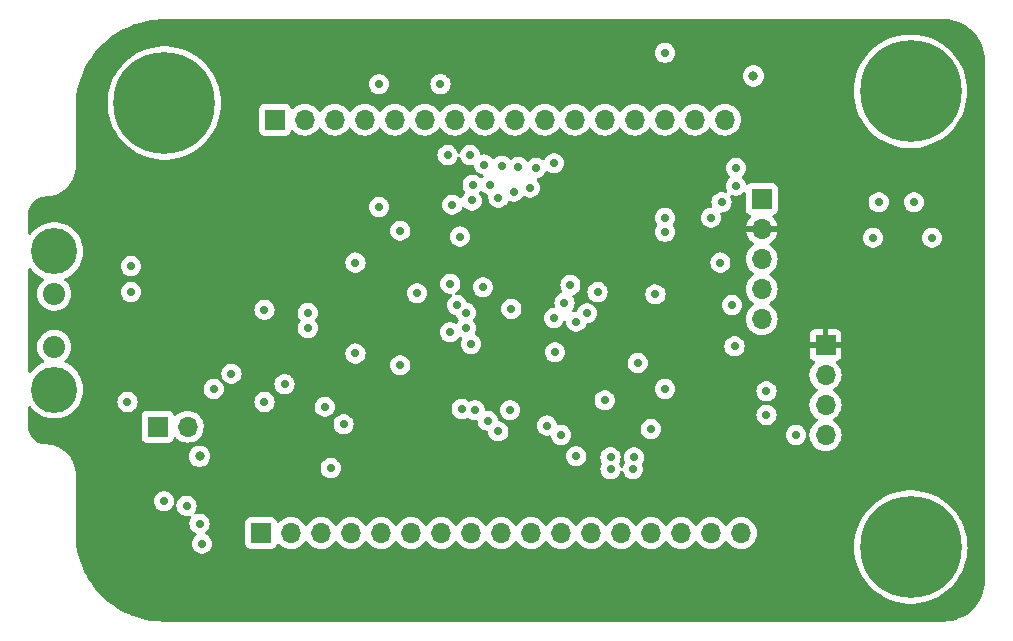
<source format=gbr>
%TF.GenerationSoftware,KiCad,Pcbnew,7.0.7-7.0.7~ubuntu22.04.1*%
%TF.CreationDate,2023-09-20T11:51:08+02:00*%
%TF.ProjectId,kicad103,6b696361-6431-4303-932e-6b696361645f,rev?*%
%TF.SameCoordinates,Original*%
%TF.FileFunction,Copper,L3,Inr*%
%TF.FilePolarity,Positive*%
%FSLAX46Y46*%
G04 Gerber Fmt 4.6, Leading zero omitted, Abs format (unit mm)*
G04 Created by KiCad (PCBNEW 7.0.7-7.0.7~ubuntu22.04.1) date 2023-09-20 11:51:08*
%MOMM*%
%LPD*%
G01*
G04 APERTURE LIST*
%TA.AperFunction,ComponentPad*%
%ADD10R,1.700000X1.700000*%
%TD*%
%TA.AperFunction,ComponentPad*%
%ADD11O,1.700000X1.700000*%
%TD*%
%TA.AperFunction,ComponentPad*%
%ADD12C,0.900000*%
%TD*%
%TA.AperFunction,ComponentPad*%
%ADD13C,8.600000*%
%TD*%
%TA.AperFunction,ComponentPad*%
%ADD14C,1.875000*%
%TD*%
%TA.AperFunction,ComponentPad*%
%ADD15C,3.894000*%
%TD*%
%TA.AperFunction,ViaPad*%
%ADD16C,0.700000*%
%TD*%
%TA.AperFunction,ViaPad*%
%ADD17C,0.800000*%
%TD*%
G04 APERTURE END LIST*
D10*
%TO.N,PB15*%
%TO.C,J5*%
X67380000Y-52000000D03*
D11*
%TO.N,PB14*%
X69920000Y-52000000D03*
%TO.N,PB13*%
X72460000Y-52000000D03*
%TO.N,PB12*%
X75000000Y-52000000D03*
%TO.N,PB11*%
X77540000Y-52000000D03*
%TO.N,PB10*%
X80080000Y-52000000D03*
%TO.N,PB9*%
X82620000Y-52000000D03*
%TO.N,PB8*%
X85160000Y-52000000D03*
%TO.N,PB7*%
X87700000Y-52000000D03*
%TO.N,PB6*%
X90240000Y-52000000D03*
%TO.N,PB5*%
X92780000Y-52000000D03*
%TO.N,PB4*%
X95320000Y-52000000D03*
%TO.N,PB3*%
X97860000Y-52000000D03*
%TO.N,PB2*%
X100400000Y-52000000D03*
%TO.N,PB1*%
X102940000Y-52000000D03*
%TO.N,PB0*%
X105480000Y-52000000D03*
%TD*%
D10*
%TO.N,Net-(J2-Pin_1)*%
%TO.C,J2*%
X57460000Y-78000000D03*
D11*
%TO.N,GND*%
X60000000Y-78000000D03*
%TD*%
D12*
%TO.N,GND*%
%TO.C,H3*%
X54794581Y-50600000D03*
X55739162Y-48319581D03*
X55739162Y-52880419D03*
X58019581Y-47375000D03*
D13*
X58019581Y-50600000D03*
D12*
X58019581Y-53825000D03*
X60300000Y-48319581D03*
X60300000Y-52880419D03*
X61244581Y-50600000D03*
%TD*%
D10*
%TO.N,+3.3V*%
%TO.C,J7*%
X114000000Y-71080000D03*
D11*
%TO.N,PB14*%
X114000000Y-73620000D03*
%TO.N,PB13*%
X114000000Y-76160000D03*
%TO.N,GND*%
X114000000Y-78700000D03*
%TD*%
D12*
%TO.N,GND*%
%TO.C,H2*%
X117994581Y-88180419D03*
X118939162Y-85900000D03*
X118939162Y-90460838D03*
X121219581Y-84955419D03*
D13*
X121219581Y-88180419D03*
D12*
X121219581Y-91405419D03*
X123500000Y-85900000D03*
X123500000Y-90460838D03*
X124444581Y-88180419D03*
%TD*%
D10*
%TO.N,PB3*%
%TO.C,J8*%
X108600000Y-58720000D03*
D11*
%TO.N,+3.3V*%
X108600000Y-61260000D03*
%TO.N,PA13*%
X108600000Y-63800000D03*
%TO.N,PA14*%
X108600000Y-66340000D03*
%TO.N,GND*%
X108600000Y-68880000D03*
%TD*%
D10*
%TO.N,PA0*%
%TO.C,J9*%
X66220000Y-87000000D03*
D11*
%TO.N,PA1*%
X68760000Y-87000000D03*
%TO.N,PA2*%
X71300000Y-87000000D03*
%TO.N,PA3*%
X73840000Y-87000000D03*
%TO.N,PA4*%
X76380000Y-87000000D03*
%TO.N,PA5*%
X78920000Y-87000000D03*
%TO.N,PA6*%
X81460000Y-87000000D03*
%TO.N,PA7*%
X84000000Y-87000000D03*
%TO.N,PA8*%
X86540000Y-87000000D03*
%TO.N,PA9*%
X89080000Y-87000000D03*
%TO.N,PA10*%
X91620000Y-87000000D03*
%TO.N,PA13*%
X94160000Y-87000000D03*
%TO.N,PA14*%
X96700000Y-87000000D03*
%TO.N,PA15*%
X99240000Y-87000000D03*
%TO.N,PC13*%
X101780000Y-87000000D03*
%TO.N,PC14*%
X104320000Y-87000000D03*
%TO.N,PC15*%
X106860000Y-87000000D03*
%TD*%
D14*
%TO.N,unconnected-(J1-Pad5)*%
%TO.C,J1*%
X48700000Y-66750000D03*
%TO.N,unconnected-(J1-Pad6)*%
X48700000Y-71250000D03*
D15*
%TO.N,unconnected-(J1-Pad7)*%
X48700000Y-63150000D03*
%TO.N,unconnected-(J1-Pad8)*%
X48700000Y-74850000D03*
%TD*%
D12*
%TO.N,GND*%
%TO.C,H1*%
X117975000Y-49600000D03*
X118919581Y-47319581D03*
X118919581Y-51880419D03*
X121200000Y-46375000D03*
D13*
X121200000Y-49600000D03*
D12*
X121200000Y-52825000D03*
X123480419Y-47319581D03*
X123480419Y-51880419D03*
X124425000Y-49600000D03*
%TD*%
D16*
%TO.N,+3.3V*%
X92400000Y-62200000D03*
X88900000Y-76600000D03*
X62200000Y-70200000D03*
X60600000Y-64600000D03*
X110900000Y-61300000D03*
X79000000Y-70000000D03*
X63600000Y-71600000D03*
X100400000Y-59000000D03*
X64000000Y-75900000D03*
X79200000Y-63800000D03*
X59400000Y-70200000D03*
X111300000Y-71600000D03*
X80100000Y-61800000D03*
%TO.N,/USB_D-*%
X70157513Y-69650000D03*
X83549513Y-69650000D03*
%TO.N,GND*%
X111500000Y-78700000D03*
X87300000Y-76600000D03*
X82400000Y-59200000D03*
X78000000Y-61400000D03*
X74200000Y-64100000D03*
X82800000Y-67700000D03*
X106300000Y-71200000D03*
X100400000Y-60300000D03*
X78000000Y-72800000D03*
X76200000Y-59400000D03*
X74200000Y-71800000D03*
X54900000Y-75900000D03*
X100400000Y-61500000D03*
X55200000Y-64400000D03*
X63700000Y-73500000D03*
X62200000Y-74800000D03*
X92400000Y-66000000D03*
X55200000Y-66600000D03*
D17*
X61000000Y-80500000D03*
D16*
X94700000Y-66600000D03*
X66500000Y-75900000D03*
%TO.N,/USB_D+*%
X70157513Y-68350000D03*
X83549513Y-68350000D03*
%TO.N,PA13*%
X92900000Y-80500000D03*
X105200000Y-59000000D03*
X92900000Y-69100000D03*
%TO.N,PA14*%
X104300000Y-60300000D03*
X106100000Y-67700000D03*
%TO.N,PB3*%
X106400000Y-56100500D03*
X106400000Y-57600000D03*
%TO.N,PA15*%
X100400000Y-74800000D03*
X99600000Y-66800000D03*
X99200000Y-78200000D03*
X98100000Y-72600000D03*
%TO.N,PC14*%
X97700000Y-81600000D03*
X95800000Y-81600000D03*
X82236654Y-65900000D03*
%TO.N,PC15*%
X79398360Y-66700000D03*
%TO.N,PB15*%
X97800000Y-80600000D03*
X95300000Y-75763000D03*
X91100000Y-71700000D03*
X95800000Y-80600000D03*
X91000000Y-68800000D03*
%TO.N,PB14*%
X76200000Y-49000000D03*
X81400000Y-49000000D03*
%TO.N,PB13*%
X82000000Y-55000000D03*
X109000000Y-75000000D03*
X83900000Y-55000000D03*
%TO.N,PB12*%
X109000000Y-77000000D03*
%TO.N,PB11*%
X84000000Y-71000000D03*
X68200000Y-74400000D03*
X72100000Y-81500000D03*
X71600000Y-76300000D03*
X66500000Y-68100000D03*
X73200000Y-77800000D03*
%TO.N,PB10*%
X61200000Y-87900000D03*
X86300000Y-78400000D03*
%TO.N,PB9*%
X83050500Y-61896691D03*
%TO.N,PB8*%
X85100000Y-55800000D03*
X84125535Y-57499500D03*
%TO.N,PB7*%
X86600000Y-55900000D03*
X85600000Y-57499500D03*
%TO.N,PB6*%
X86305378Y-58605378D03*
X88000000Y-56000000D03*
%TO.N,PB5*%
X89500000Y-56100000D03*
X87600000Y-58100000D03*
%TO.N,PB4*%
X91000000Y-55700000D03*
X88955378Y-57755378D03*
%TO.N,PB2*%
X85400000Y-77500000D03*
X100400000Y-46349500D03*
X61000000Y-86200000D03*
%TO.N,PB1*%
X59900000Y-84700000D03*
D17*
X107900000Y-48300000D03*
D16*
X84300000Y-76600000D03*
X118500000Y-59000000D03*
X121500000Y-59000000D03*
%TO.N,PB0*%
X118000000Y-62000000D03*
X123000000Y-62000000D03*
X83194622Y-76494622D03*
X58000000Y-84300000D03*
%TO.N,PA1*%
X82200000Y-70000000D03*
%TO.N,PA9*%
X87400000Y-68024500D03*
X90400000Y-77900000D03*
%TO.N,PA10*%
X91600000Y-78700000D03*
X91900000Y-67500000D03*
%TO.N,NRST*%
X105100000Y-64100000D03*
X85000000Y-66200000D03*
%TO.N,BOOT0*%
X84050500Y-58844396D03*
X93794975Y-68405025D03*
%TD*%
%TA.AperFunction,Conductor*%
%TO.N,+3.3V*%
G36*
X124001513Y-43500575D02*
G01*
X124339968Y-43517202D01*
X124346021Y-43517797D01*
X124679706Y-43567295D01*
X124685658Y-43568478D01*
X124958527Y-43636828D01*
X125012896Y-43650447D01*
X125018717Y-43652212D01*
X125336341Y-43765860D01*
X125341946Y-43768182D01*
X125646908Y-43912419D01*
X125652260Y-43915279D01*
X125941599Y-44088702D01*
X125946661Y-44092084D01*
X126217615Y-44293038D01*
X126222319Y-44296898D01*
X126472277Y-44523447D01*
X126476552Y-44527722D01*
X126703099Y-44777678D01*
X126706961Y-44782384D01*
X126907915Y-45053338D01*
X126911297Y-45058400D01*
X127041776Y-45276092D01*
X127084713Y-45347727D01*
X127087583Y-45353096D01*
X127231815Y-45658049D01*
X127234142Y-45663668D01*
X127252143Y-45713975D01*
X127347785Y-45981277D01*
X127349552Y-45987103D01*
X127431517Y-46314322D01*
X127432704Y-46320293D01*
X127482201Y-46653972D01*
X127482797Y-46660030D01*
X127499424Y-46998486D01*
X127499499Y-47001528D01*
X127499500Y-90934107D01*
X127499500Y-90998470D01*
X127499425Y-91001513D01*
X127482797Y-91339968D01*
X127482201Y-91346026D01*
X127432704Y-91679706D01*
X127431517Y-91685677D01*
X127349552Y-92012896D01*
X127347785Y-92018722D01*
X127234145Y-92336325D01*
X127231815Y-92341950D01*
X127087583Y-92646903D01*
X127084713Y-92652272D01*
X126911297Y-92941599D01*
X126907915Y-92946661D01*
X126706961Y-93217615D01*
X126703099Y-93222321D01*
X126557465Y-93383003D01*
X126523553Y-93420421D01*
X126476567Y-93472262D01*
X126472266Y-93476562D01*
X126383003Y-93557465D01*
X126222321Y-93703099D01*
X126217615Y-93706961D01*
X125946661Y-93907915D01*
X125941599Y-93911297D01*
X125652272Y-94084713D01*
X125646903Y-94087583D01*
X125341950Y-94231815D01*
X125336325Y-94234145D01*
X125018722Y-94347785D01*
X125012896Y-94349552D01*
X124685677Y-94431517D01*
X124679706Y-94432704D01*
X124346026Y-94482201D01*
X124339968Y-94482797D01*
X124001514Y-94499425D01*
X123998471Y-94499500D01*
X58000000Y-94499500D01*
X57490330Y-94482088D01*
X57486105Y-94481799D01*
X56980924Y-94429865D01*
X56976734Y-94429289D01*
X56898653Y-94415827D01*
X56476264Y-94342999D01*
X56472118Y-94342138D01*
X56441727Y-94334732D01*
X55978714Y-94221899D01*
X55974644Y-94220758D01*
X55490581Y-94067123D01*
X55486591Y-94065705D01*
X55306925Y-93994854D01*
X55014140Y-93879394D01*
X55010300Y-93877726D01*
X54551652Y-93659603D01*
X54547901Y-93657660D01*
X54105228Y-93408756D01*
X54101610Y-93406556D01*
X53676953Y-93128024D01*
X53673493Y-93125582D01*
X53268839Y-92818723D01*
X53265568Y-92816063D01*
X52882781Y-92482288D01*
X52879696Y-92479407D01*
X52520592Y-92120303D01*
X52517712Y-92117219D01*
X52183934Y-91734427D01*
X52181276Y-91731160D01*
X51999343Y-91491246D01*
X51874415Y-91326504D01*
X51871975Y-91323046D01*
X51593443Y-90898389D01*
X51591243Y-90894771D01*
X51374950Y-90510096D01*
X51342332Y-90452084D01*
X51340401Y-90448358D01*
X51122266Y-89989686D01*
X51120610Y-89985873D01*
X50934293Y-89513407D01*
X50932876Y-89509418D01*
X50779241Y-89025355D01*
X50778105Y-89021304D01*
X50657856Y-88527860D01*
X50657000Y-88523735D01*
X50636125Y-88402663D01*
X50570706Y-88023241D01*
X50570134Y-88019075D01*
X50564155Y-87960917D01*
X50518200Y-87513893D01*
X50517911Y-87509669D01*
X50500500Y-87000000D01*
X50500500Y-84454098D01*
X50500500Y-84299999D01*
X57144815Y-84299999D01*
X57163503Y-84477805D01*
X57163504Y-84477807D01*
X57218747Y-84647829D01*
X57218750Y-84647835D01*
X57308141Y-84802665D01*
X57349812Y-84848946D01*
X57427764Y-84935521D01*
X57427767Y-84935523D01*
X57427770Y-84935526D01*
X57572407Y-85040612D01*
X57735733Y-85113329D01*
X57910609Y-85150500D01*
X57910610Y-85150500D01*
X58089389Y-85150500D01*
X58089391Y-85150500D01*
X58264267Y-85113329D01*
X58427593Y-85040612D01*
X58572230Y-84935526D01*
X58691859Y-84802665D01*
X58781250Y-84647835D01*
X58814370Y-84545901D01*
X58834369Y-84516654D01*
X59034640Y-84516654D01*
X59038488Y-84520186D01*
X59056250Y-84587761D01*
X59055622Y-84597174D01*
X59050298Y-84647835D01*
X59044815Y-84699999D01*
X59063503Y-84877805D01*
X59063504Y-84877807D01*
X59118747Y-85047829D01*
X59118750Y-85047835D01*
X59208141Y-85202665D01*
X59224352Y-85220669D01*
X59327764Y-85335521D01*
X59327767Y-85335523D01*
X59327770Y-85335526D01*
X59472407Y-85440612D01*
X59635733Y-85513329D01*
X59810609Y-85550500D01*
X59810610Y-85550500D01*
X59989389Y-85550500D01*
X59989391Y-85550500D01*
X60118703Y-85523013D01*
X60164263Y-85513330D01*
X60164264Y-85513329D01*
X60164267Y-85513329D01*
X60164269Y-85513327D01*
X60164897Y-85513124D01*
X60165284Y-85513112D01*
X60170624Y-85511978D01*
X60170831Y-85512953D01*
X60234738Y-85511122D01*
X60294574Y-85547197D01*
X60325408Y-85609895D01*
X60317450Y-85679310D01*
X60310614Y-85693050D01*
X60218749Y-85852167D01*
X60218747Y-85852170D01*
X60163504Y-86022192D01*
X60163503Y-86022194D01*
X60144815Y-86199999D01*
X60163503Y-86377805D01*
X60163504Y-86377807D01*
X60218747Y-86547829D01*
X60218750Y-86547835D01*
X60308141Y-86702665D01*
X60349812Y-86748946D01*
X60427764Y-86835521D01*
X60427767Y-86835523D01*
X60427770Y-86835526D01*
X60572407Y-86940612D01*
X60686915Y-86991594D01*
X60740151Y-87036843D01*
X60760473Y-87103692D01*
X60741428Y-87170916D01*
X60709365Y-87205190D01*
X60627772Y-87264471D01*
X60627770Y-87264473D01*
X60508140Y-87397336D01*
X60418750Y-87552164D01*
X60418747Y-87552170D01*
X60363504Y-87722192D01*
X60363503Y-87722194D01*
X60345038Y-87897876D01*
X60344815Y-87900000D01*
X60350857Y-87957483D01*
X60363503Y-88077805D01*
X60363504Y-88077807D01*
X60418747Y-88247829D01*
X60418750Y-88247835D01*
X60508141Y-88402665D01*
X60549812Y-88448946D01*
X60627764Y-88535521D01*
X60627767Y-88535523D01*
X60627770Y-88535526D01*
X60772407Y-88640612D01*
X60935733Y-88713329D01*
X61110609Y-88750500D01*
X61110610Y-88750500D01*
X61289389Y-88750500D01*
X61289391Y-88750500D01*
X61464267Y-88713329D01*
X61627593Y-88640612D01*
X61772230Y-88535526D01*
X61891859Y-88402665D01*
X61981250Y-88247835D01*
X62036497Y-88077803D01*
X62055185Y-87900000D01*
X62054961Y-87897870D01*
X64869500Y-87897870D01*
X64869501Y-87897876D01*
X64875908Y-87957483D01*
X64926202Y-88092328D01*
X64926206Y-88092335D01*
X65012452Y-88207544D01*
X65012455Y-88207547D01*
X65127664Y-88293793D01*
X65127671Y-88293797D01*
X65262517Y-88344091D01*
X65262516Y-88344091D01*
X65269444Y-88344835D01*
X65322127Y-88350500D01*
X67117872Y-88350499D01*
X67177483Y-88344091D01*
X67312331Y-88293796D01*
X67427546Y-88207546D01*
X67513796Y-88092331D01*
X67562810Y-87960916D01*
X67604681Y-87904984D01*
X67670145Y-87880566D01*
X67738418Y-87895417D01*
X67766673Y-87916569D01*
X67888599Y-88038495D01*
X67985384Y-88106265D01*
X68082165Y-88174032D01*
X68082167Y-88174033D01*
X68082170Y-88174035D01*
X68296337Y-88273903D01*
X68524592Y-88335063D01*
X68701034Y-88350500D01*
X68759999Y-88355659D01*
X68760000Y-88355659D01*
X68760001Y-88355659D01*
X68818966Y-88350500D01*
X68995408Y-88335063D01*
X69223663Y-88273903D01*
X69437830Y-88174035D01*
X69631401Y-88038495D01*
X69798495Y-87871401D01*
X69928426Y-87685841D01*
X69983002Y-87642217D01*
X70052500Y-87635023D01*
X70114855Y-87666546D01*
X70131575Y-87685842D01*
X70261500Y-87871395D01*
X70261505Y-87871401D01*
X70428599Y-88038495D01*
X70525384Y-88106265D01*
X70622165Y-88174032D01*
X70622167Y-88174033D01*
X70622170Y-88174035D01*
X70836337Y-88273903D01*
X71064592Y-88335063D01*
X71241034Y-88350500D01*
X71299999Y-88355659D01*
X71300000Y-88355659D01*
X71300001Y-88355659D01*
X71358966Y-88350500D01*
X71535408Y-88335063D01*
X71763663Y-88273903D01*
X71977830Y-88174035D01*
X72171401Y-88038495D01*
X72338495Y-87871401D01*
X72468426Y-87685841D01*
X72523002Y-87642217D01*
X72592500Y-87635023D01*
X72654855Y-87666546D01*
X72671575Y-87685842D01*
X72801500Y-87871395D01*
X72801505Y-87871401D01*
X72968599Y-88038495D01*
X73065384Y-88106265D01*
X73162165Y-88174032D01*
X73162167Y-88174033D01*
X73162170Y-88174035D01*
X73376337Y-88273903D01*
X73604592Y-88335063D01*
X73781034Y-88350500D01*
X73839999Y-88355659D01*
X73840000Y-88355659D01*
X73840001Y-88355659D01*
X73898966Y-88350500D01*
X74075408Y-88335063D01*
X74303663Y-88273903D01*
X74517830Y-88174035D01*
X74711401Y-88038495D01*
X74878495Y-87871401D01*
X75008426Y-87685841D01*
X75063002Y-87642217D01*
X75132500Y-87635023D01*
X75194855Y-87666546D01*
X75211575Y-87685842D01*
X75341500Y-87871395D01*
X75341505Y-87871401D01*
X75508599Y-88038495D01*
X75605384Y-88106265D01*
X75702165Y-88174032D01*
X75702167Y-88174033D01*
X75702170Y-88174035D01*
X75916337Y-88273903D01*
X76144592Y-88335063D01*
X76321034Y-88350500D01*
X76379999Y-88355659D01*
X76380000Y-88355659D01*
X76380001Y-88355659D01*
X76438966Y-88350500D01*
X76615408Y-88335063D01*
X76843663Y-88273903D01*
X77057830Y-88174035D01*
X77251401Y-88038495D01*
X77418495Y-87871401D01*
X77548426Y-87685841D01*
X77603002Y-87642217D01*
X77672500Y-87635023D01*
X77734855Y-87666546D01*
X77751575Y-87685842D01*
X77881500Y-87871395D01*
X77881505Y-87871401D01*
X78048599Y-88038495D01*
X78145384Y-88106265D01*
X78242165Y-88174032D01*
X78242167Y-88174033D01*
X78242170Y-88174035D01*
X78456337Y-88273903D01*
X78684592Y-88335063D01*
X78861034Y-88350500D01*
X78919999Y-88355659D01*
X78920000Y-88355659D01*
X78920001Y-88355659D01*
X78978966Y-88350500D01*
X79155408Y-88335063D01*
X79383663Y-88273903D01*
X79597830Y-88174035D01*
X79791401Y-88038495D01*
X79958495Y-87871401D01*
X80088426Y-87685841D01*
X80143002Y-87642217D01*
X80212500Y-87635023D01*
X80274855Y-87666546D01*
X80291575Y-87685842D01*
X80421500Y-87871395D01*
X80421505Y-87871401D01*
X80588599Y-88038495D01*
X80685384Y-88106265D01*
X80782165Y-88174032D01*
X80782167Y-88174033D01*
X80782170Y-88174035D01*
X80996337Y-88273903D01*
X81224592Y-88335063D01*
X81401034Y-88350500D01*
X81459999Y-88355659D01*
X81460000Y-88355659D01*
X81460001Y-88355659D01*
X81518966Y-88350500D01*
X81695408Y-88335063D01*
X81923663Y-88273903D01*
X82137830Y-88174035D01*
X82331401Y-88038495D01*
X82498495Y-87871401D01*
X82628426Y-87685840D01*
X82683001Y-87642217D01*
X82752499Y-87635023D01*
X82814854Y-87666546D01*
X82831574Y-87685841D01*
X82857029Y-87722194D01*
X82961505Y-87871401D01*
X83128599Y-88038495D01*
X83225384Y-88106265D01*
X83322165Y-88174032D01*
X83322167Y-88174033D01*
X83322170Y-88174035D01*
X83536337Y-88273903D01*
X83764592Y-88335063D01*
X83941034Y-88350500D01*
X83999999Y-88355659D01*
X84000000Y-88355659D01*
X84000001Y-88355659D01*
X84058966Y-88350500D01*
X84235408Y-88335063D01*
X84463663Y-88273903D01*
X84677830Y-88174035D01*
X84871401Y-88038495D01*
X85038495Y-87871401D01*
X85168426Y-87685840D01*
X85223001Y-87642217D01*
X85292499Y-87635023D01*
X85354854Y-87666546D01*
X85371574Y-87685841D01*
X85397029Y-87722194D01*
X85501505Y-87871401D01*
X85668599Y-88038495D01*
X85765384Y-88106265D01*
X85862165Y-88174032D01*
X85862167Y-88174033D01*
X85862170Y-88174035D01*
X86076337Y-88273903D01*
X86304592Y-88335063D01*
X86481034Y-88350500D01*
X86539999Y-88355659D01*
X86540000Y-88355659D01*
X86540001Y-88355659D01*
X86598966Y-88350500D01*
X86775408Y-88335063D01*
X87003663Y-88273903D01*
X87217830Y-88174035D01*
X87411401Y-88038495D01*
X87578495Y-87871401D01*
X87708426Y-87685840D01*
X87763001Y-87642217D01*
X87832499Y-87635023D01*
X87894854Y-87666546D01*
X87911574Y-87685841D01*
X87937029Y-87722194D01*
X88041505Y-87871401D01*
X88208599Y-88038495D01*
X88305384Y-88106265D01*
X88402165Y-88174032D01*
X88402167Y-88174033D01*
X88402170Y-88174035D01*
X88616337Y-88273903D01*
X88844592Y-88335063D01*
X89021034Y-88350500D01*
X89079999Y-88355659D01*
X89080000Y-88355659D01*
X89080001Y-88355659D01*
X89138966Y-88350500D01*
X89315408Y-88335063D01*
X89543663Y-88273903D01*
X89757830Y-88174035D01*
X89951401Y-88038495D01*
X90118495Y-87871401D01*
X90248426Y-87685840D01*
X90303001Y-87642217D01*
X90372499Y-87635023D01*
X90434854Y-87666546D01*
X90451574Y-87685841D01*
X90477029Y-87722194D01*
X90581505Y-87871401D01*
X90748599Y-88038495D01*
X90845384Y-88106265D01*
X90942165Y-88174032D01*
X90942167Y-88174033D01*
X90942170Y-88174035D01*
X91156337Y-88273903D01*
X91384592Y-88335063D01*
X91561034Y-88350500D01*
X91619999Y-88355659D01*
X91620000Y-88355659D01*
X91620001Y-88355659D01*
X91678966Y-88350500D01*
X91855408Y-88335063D01*
X92083663Y-88273903D01*
X92297830Y-88174035D01*
X92491401Y-88038495D01*
X92658495Y-87871401D01*
X92788426Y-87685840D01*
X92843001Y-87642217D01*
X92912499Y-87635023D01*
X92974854Y-87666546D01*
X92991574Y-87685841D01*
X93017029Y-87722194D01*
X93121505Y-87871401D01*
X93288599Y-88038495D01*
X93385384Y-88106265D01*
X93482165Y-88174032D01*
X93482167Y-88174033D01*
X93482170Y-88174035D01*
X93696337Y-88273903D01*
X93924592Y-88335063D01*
X94101034Y-88350500D01*
X94159999Y-88355659D01*
X94160000Y-88355659D01*
X94160001Y-88355659D01*
X94218966Y-88350500D01*
X94395408Y-88335063D01*
X94623663Y-88273903D01*
X94837830Y-88174035D01*
X95031401Y-88038495D01*
X95198495Y-87871401D01*
X95328426Y-87685840D01*
X95383001Y-87642217D01*
X95452499Y-87635023D01*
X95514854Y-87666546D01*
X95531574Y-87685841D01*
X95557029Y-87722194D01*
X95661505Y-87871401D01*
X95828599Y-88038495D01*
X95925384Y-88106264D01*
X96022165Y-88174032D01*
X96022167Y-88174033D01*
X96022170Y-88174035D01*
X96236337Y-88273903D01*
X96464592Y-88335063D01*
X96641034Y-88350500D01*
X96699999Y-88355659D01*
X96700000Y-88355659D01*
X96700001Y-88355659D01*
X96758966Y-88350500D01*
X96935408Y-88335063D01*
X97163663Y-88273903D01*
X97377830Y-88174035D01*
X97571401Y-88038495D01*
X97738495Y-87871401D01*
X97868426Y-87685840D01*
X97923001Y-87642217D01*
X97992499Y-87635023D01*
X98054854Y-87666546D01*
X98071574Y-87685841D01*
X98097029Y-87722194D01*
X98201505Y-87871401D01*
X98368599Y-88038495D01*
X98465384Y-88106264D01*
X98562165Y-88174032D01*
X98562167Y-88174033D01*
X98562170Y-88174035D01*
X98776337Y-88273903D01*
X99004592Y-88335063D01*
X99181034Y-88350500D01*
X99239999Y-88355659D01*
X99240000Y-88355659D01*
X99240001Y-88355659D01*
X99298966Y-88350500D01*
X99475408Y-88335063D01*
X99703663Y-88273903D01*
X99917830Y-88174035D01*
X100111401Y-88038495D01*
X100278495Y-87871401D01*
X100408426Y-87685841D01*
X100463002Y-87642217D01*
X100532500Y-87635023D01*
X100594855Y-87666546D01*
X100611575Y-87685842D01*
X100741500Y-87871395D01*
X100741505Y-87871401D01*
X100908599Y-88038495D01*
X101005384Y-88106264D01*
X101102165Y-88174032D01*
X101102167Y-88174033D01*
X101102170Y-88174035D01*
X101316337Y-88273903D01*
X101544592Y-88335063D01*
X101721034Y-88350500D01*
X101779999Y-88355659D01*
X101780000Y-88355659D01*
X101780001Y-88355659D01*
X101838966Y-88350500D01*
X102015408Y-88335063D01*
X102243663Y-88273903D01*
X102457830Y-88174035D01*
X102651401Y-88038495D01*
X102818495Y-87871401D01*
X102948426Y-87685840D01*
X103003001Y-87642217D01*
X103072499Y-87635023D01*
X103134854Y-87666546D01*
X103151574Y-87685841D01*
X103177029Y-87722194D01*
X103281505Y-87871401D01*
X103448599Y-88038495D01*
X103545384Y-88106264D01*
X103642165Y-88174032D01*
X103642167Y-88174033D01*
X103642170Y-88174035D01*
X103856337Y-88273903D01*
X104084592Y-88335063D01*
X104261034Y-88350500D01*
X104319999Y-88355659D01*
X104320000Y-88355659D01*
X104320001Y-88355659D01*
X104378966Y-88350500D01*
X104555408Y-88335063D01*
X104783663Y-88273903D01*
X104997830Y-88174035D01*
X105191401Y-88038495D01*
X105358495Y-87871401D01*
X105488426Y-87685841D01*
X105543002Y-87642217D01*
X105612500Y-87635023D01*
X105674855Y-87666546D01*
X105691575Y-87685842D01*
X105821500Y-87871395D01*
X105821505Y-87871401D01*
X105988599Y-88038495D01*
X106085384Y-88106264D01*
X106182165Y-88174032D01*
X106182167Y-88174033D01*
X106182170Y-88174035D01*
X106396337Y-88273903D01*
X106624592Y-88335063D01*
X106801034Y-88350500D01*
X106859999Y-88355659D01*
X106860000Y-88355659D01*
X106860001Y-88355659D01*
X106918966Y-88350500D01*
X107095408Y-88335063D01*
X107323663Y-88273903D01*
X107524133Y-88180422D01*
X116414242Y-88180422D01*
X116433586Y-88611156D01*
X116433586Y-88611164D01*
X116433587Y-88611166D01*
X116437576Y-88640612D01*
X116491466Y-89038446D01*
X116587411Y-89458810D01*
X116720654Y-89868891D01*
X116720657Y-89868899D01*
X116890114Y-90265366D01*
X116890118Y-90265374D01*
X116890120Y-90265377D01*
X117094444Y-90645074D01*
X117094448Y-90645080D01*
X117094448Y-90645081D01*
X117331975Y-91004920D01*
X117331985Y-91004933D01*
X117600806Y-91342026D01*
X117600816Y-91342037D01*
X117600817Y-91342038D01*
X117898791Y-91653693D01*
X118223501Y-91937384D01*
X118223511Y-91937391D01*
X118223512Y-91937392D01*
X118471007Y-92117208D01*
X118572334Y-92190826D01*
X118942481Y-92411979D01*
X118942484Y-92411980D01*
X118942485Y-92411981D01*
X118942487Y-92411982D01*
X119330953Y-92599058D01*
X119330967Y-92599064D01*
X119734636Y-92750563D01*
X119734640Y-92750564D01*
X119734650Y-92750568D01*
X120150292Y-92865278D01*
X120574545Y-92942269D01*
X121003990Y-92980919D01*
X121003997Y-92980919D01*
X121435165Y-92980919D01*
X121435172Y-92980919D01*
X121864617Y-92942269D01*
X122288870Y-92865278D01*
X122704512Y-92750568D01*
X123108200Y-92599062D01*
X123496681Y-92411979D01*
X123866828Y-92190826D01*
X124215661Y-91937384D01*
X124540371Y-91653693D01*
X124838345Y-91342038D01*
X124850732Y-91326506D01*
X124974769Y-91170966D01*
X125107182Y-91004926D01*
X125344718Y-90645074D01*
X125549042Y-90265377D01*
X125718507Y-89868894D01*
X125851749Y-89458816D01*
X125947696Y-89038445D01*
X126005575Y-88611166D01*
X126024920Y-88180419D01*
X126020311Y-88077803D01*
X126012231Y-87897872D01*
X126005575Y-87749672D01*
X125947696Y-87322393D01*
X125851749Y-86902022D01*
X125718507Y-86491944D01*
X125642518Y-86314158D01*
X125549047Y-86095471D01*
X125549043Y-86095463D01*
X125535372Y-86070058D01*
X125344718Y-85715764D01*
X125311168Y-85664938D01*
X125107186Y-85355917D01*
X125107176Y-85355904D01*
X124838355Y-85018811D01*
X124838343Y-85018798D01*
X124540375Y-84707149D01*
X124540374Y-84707148D01*
X124540371Y-84707145D01*
X124215661Y-84423454D01*
X124215649Y-84423445D01*
X123866837Y-84170018D01*
X123866832Y-84170015D01*
X123866828Y-84170012D01*
X123496681Y-83948859D01*
X123496676Y-83948856D01*
X123496674Y-83948855D01*
X123108208Y-83761779D01*
X123108194Y-83761773D01*
X122704525Y-83610274D01*
X122704500Y-83610266D01*
X122288876Y-83495561D01*
X121864624Y-83418570D01*
X121864621Y-83418569D01*
X121864617Y-83418569D01*
X121435172Y-83379919D01*
X121003990Y-83379919D01*
X120574545Y-83418569D01*
X120574541Y-83418569D01*
X120574537Y-83418570D01*
X120150285Y-83495561D01*
X119734661Y-83610266D01*
X119734636Y-83610274D01*
X119330967Y-83761773D01*
X119330953Y-83761779D01*
X118942487Y-83948855D01*
X118942485Y-83948856D01*
X118572324Y-84170018D01*
X118223512Y-84423445D01*
X118223495Y-84423458D01*
X117898791Y-84707145D01*
X117898786Y-84707149D01*
X117600818Y-85018798D01*
X117600806Y-85018811D01*
X117331985Y-85355904D01*
X117331975Y-85355917D01*
X117094448Y-85715756D01*
X117094448Y-85715757D01*
X116890118Y-86095463D01*
X116890114Y-86095471D01*
X116720657Y-86491938D01*
X116720654Y-86491946D01*
X116587411Y-86902027D01*
X116491466Y-87322391D01*
X116433587Y-87749672D01*
X116433586Y-87749681D01*
X116414242Y-88180415D01*
X116414242Y-88180422D01*
X107524133Y-88180422D01*
X107537830Y-88174035D01*
X107731401Y-88038495D01*
X107898495Y-87871401D01*
X108034035Y-87677830D01*
X108133903Y-87463663D01*
X108195063Y-87235408D01*
X108215659Y-87000000D01*
X108214923Y-86991593D01*
X108201269Y-86835523D01*
X108195063Y-86764592D01*
X108133903Y-86536337D01*
X108034035Y-86322171D01*
X108028425Y-86314158D01*
X107898494Y-86128597D01*
X107731402Y-85961506D01*
X107731395Y-85961501D01*
X107537834Y-85825967D01*
X107537830Y-85825965D01*
X107537830Y-85825964D01*
X107323663Y-85726097D01*
X107323659Y-85726096D01*
X107323655Y-85726094D01*
X107095413Y-85664938D01*
X107095403Y-85664936D01*
X106860001Y-85644341D01*
X106859999Y-85644341D01*
X106624596Y-85664936D01*
X106624586Y-85664938D01*
X106396344Y-85726094D01*
X106396335Y-85726098D01*
X106182171Y-85825964D01*
X106182169Y-85825965D01*
X105988597Y-85961505D01*
X105821505Y-86128597D01*
X105691575Y-86314158D01*
X105636998Y-86357783D01*
X105567500Y-86364977D01*
X105505145Y-86333454D01*
X105488425Y-86314158D01*
X105358494Y-86128597D01*
X105191402Y-85961506D01*
X105191395Y-85961501D01*
X104997834Y-85825967D01*
X104997830Y-85825965D01*
X104997829Y-85825964D01*
X104783663Y-85726097D01*
X104783659Y-85726096D01*
X104783655Y-85726094D01*
X104555413Y-85664938D01*
X104555403Y-85664936D01*
X104320001Y-85644341D01*
X104319999Y-85644341D01*
X104084596Y-85664936D01*
X104084586Y-85664938D01*
X103856344Y-85726094D01*
X103856335Y-85726098D01*
X103642171Y-85825964D01*
X103642169Y-85825965D01*
X103448597Y-85961505D01*
X103281505Y-86128597D01*
X103151575Y-86314158D01*
X103096998Y-86357783D01*
X103027500Y-86364977D01*
X102965145Y-86333454D01*
X102948425Y-86314158D01*
X102818494Y-86128597D01*
X102651402Y-85961506D01*
X102651395Y-85961501D01*
X102457834Y-85825967D01*
X102457830Y-85825965D01*
X102457830Y-85825964D01*
X102243663Y-85726097D01*
X102243659Y-85726096D01*
X102243655Y-85726094D01*
X102015413Y-85664938D01*
X102015403Y-85664936D01*
X101780001Y-85644341D01*
X101779999Y-85644341D01*
X101544596Y-85664936D01*
X101544586Y-85664938D01*
X101316344Y-85726094D01*
X101316335Y-85726098D01*
X101102171Y-85825964D01*
X101102169Y-85825965D01*
X100908597Y-85961505D01*
X100741505Y-86128597D01*
X100611575Y-86314158D01*
X100556998Y-86357783D01*
X100487500Y-86364977D01*
X100425145Y-86333454D01*
X100408425Y-86314158D01*
X100278494Y-86128597D01*
X100111402Y-85961506D01*
X100111395Y-85961501D01*
X99917834Y-85825967D01*
X99917830Y-85825965D01*
X99917830Y-85825964D01*
X99703663Y-85726097D01*
X99703659Y-85726096D01*
X99703655Y-85726094D01*
X99475413Y-85664938D01*
X99475403Y-85664936D01*
X99240001Y-85644341D01*
X99239999Y-85644341D01*
X99004596Y-85664936D01*
X99004586Y-85664938D01*
X98776344Y-85726094D01*
X98776335Y-85726098D01*
X98562171Y-85825964D01*
X98562169Y-85825965D01*
X98368597Y-85961505D01*
X98201505Y-86128597D01*
X98071575Y-86314158D01*
X98016998Y-86357783D01*
X97947500Y-86364977D01*
X97885145Y-86333454D01*
X97868425Y-86314158D01*
X97738494Y-86128597D01*
X97571402Y-85961506D01*
X97571395Y-85961501D01*
X97377834Y-85825967D01*
X97377830Y-85825965D01*
X97377829Y-85825964D01*
X97163663Y-85726097D01*
X97163659Y-85726096D01*
X97163655Y-85726094D01*
X96935413Y-85664938D01*
X96935403Y-85664936D01*
X96700001Y-85644341D01*
X96699999Y-85644341D01*
X96464596Y-85664936D01*
X96464586Y-85664938D01*
X96236344Y-85726094D01*
X96236335Y-85726098D01*
X96022171Y-85825964D01*
X96022169Y-85825965D01*
X95828597Y-85961505D01*
X95661505Y-86128597D01*
X95531575Y-86314158D01*
X95476998Y-86357783D01*
X95407500Y-86364977D01*
X95345145Y-86333454D01*
X95328425Y-86314158D01*
X95198494Y-86128597D01*
X95031402Y-85961506D01*
X95031395Y-85961501D01*
X94837834Y-85825967D01*
X94837830Y-85825965D01*
X94837830Y-85825964D01*
X94623663Y-85726097D01*
X94623659Y-85726096D01*
X94623655Y-85726094D01*
X94395413Y-85664938D01*
X94395403Y-85664936D01*
X94160001Y-85644341D01*
X94159999Y-85644341D01*
X93924596Y-85664936D01*
X93924586Y-85664938D01*
X93696344Y-85726094D01*
X93696335Y-85726098D01*
X93482171Y-85825964D01*
X93482169Y-85825965D01*
X93288597Y-85961505D01*
X93121505Y-86128597D01*
X92991575Y-86314158D01*
X92936998Y-86357783D01*
X92867500Y-86364977D01*
X92805145Y-86333454D01*
X92788425Y-86314158D01*
X92658494Y-86128597D01*
X92491402Y-85961506D01*
X92491395Y-85961501D01*
X92297834Y-85825967D01*
X92297830Y-85825965D01*
X92297829Y-85825964D01*
X92083663Y-85726097D01*
X92083659Y-85726096D01*
X92083655Y-85726094D01*
X91855413Y-85664938D01*
X91855403Y-85664936D01*
X91620001Y-85644341D01*
X91619999Y-85644341D01*
X91384596Y-85664936D01*
X91384586Y-85664938D01*
X91156344Y-85726094D01*
X91156335Y-85726098D01*
X90942171Y-85825964D01*
X90942169Y-85825965D01*
X90748597Y-85961505D01*
X90581505Y-86128597D01*
X90451575Y-86314158D01*
X90396998Y-86357783D01*
X90327500Y-86364977D01*
X90265145Y-86333454D01*
X90248425Y-86314158D01*
X90118494Y-86128597D01*
X89951402Y-85961506D01*
X89951395Y-85961501D01*
X89757834Y-85825967D01*
X89757830Y-85825965D01*
X89757829Y-85825964D01*
X89543663Y-85726097D01*
X89543659Y-85726096D01*
X89543655Y-85726094D01*
X89315413Y-85664938D01*
X89315403Y-85664936D01*
X89080001Y-85644341D01*
X89079999Y-85644341D01*
X88844596Y-85664936D01*
X88844586Y-85664938D01*
X88616344Y-85726094D01*
X88616335Y-85726098D01*
X88402171Y-85825964D01*
X88402169Y-85825965D01*
X88208597Y-85961505D01*
X88041508Y-86128594D01*
X87911574Y-86314159D01*
X87856997Y-86357784D01*
X87787498Y-86364976D01*
X87725144Y-86333454D01*
X87708424Y-86314158D01*
X87578494Y-86128597D01*
X87411402Y-85961506D01*
X87411395Y-85961501D01*
X87217834Y-85825967D01*
X87217830Y-85825965D01*
X87217830Y-85825964D01*
X87003663Y-85726097D01*
X87003659Y-85726096D01*
X87003655Y-85726094D01*
X86775413Y-85664938D01*
X86775403Y-85664936D01*
X86540001Y-85644341D01*
X86539999Y-85644341D01*
X86304596Y-85664936D01*
X86304586Y-85664938D01*
X86076344Y-85726094D01*
X86076335Y-85726098D01*
X85862171Y-85825964D01*
X85862169Y-85825965D01*
X85668597Y-85961505D01*
X85501505Y-86128597D01*
X85371575Y-86314158D01*
X85316998Y-86357783D01*
X85247500Y-86364977D01*
X85185145Y-86333454D01*
X85168425Y-86314158D01*
X85038494Y-86128597D01*
X84871402Y-85961506D01*
X84871395Y-85961501D01*
X84677834Y-85825967D01*
X84677830Y-85825965D01*
X84677829Y-85825964D01*
X84463663Y-85726097D01*
X84463659Y-85726096D01*
X84463655Y-85726094D01*
X84235413Y-85664938D01*
X84235403Y-85664936D01*
X84000001Y-85644341D01*
X83999999Y-85644341D01*
X83764596Y-85664936D01*
X83764586Y-85664938D01*
X83536344Y-85726094D01*
X83536335Y-85726098D01*
X83322171Y-85825964D01*
X83322169Y-85825965D01*
X83128597Y-85961505D01*
X82961505Y-86128597D01*
X82831575Y-86314158D01*
X82776998Y-86357783D01*
X82707500Y-86364977D01*
X82645145Y-86333454D01*
X82628425Y-86314158D01*
X82498494Y-86128597D01*
X82331402Y-85961506D01*
X82331395Y-85961501D01*
X82137834Y-85825967D01*
X82137830Y-85825965D01*
X82137830Y-85825964D01*
X81923663Y-85726097D01*
X81923659Y-85726096D01*
X81923655Y-85726094D01*
X81695413Y-85664938D01*
X81695403Y-85664936D01*
X81460001Y-85644341D01*
X81459999Y-85644341D01*
X81224596Y-85664936D01*
X81224586Y-85664938D01*
X80996344Y-85726094D01*
X80996335Y-85726098D01*
X80782171Y-85825964D01*
X80782169Y-85825965D01*
X80588597Y-85961505D01*
X80421505Y-86128597D01*
X80291575Y-86314158D01*
X80236998Y-86357783D01*
X80167500Y-86364977D01*
X80105145Y-86333454D01*
X80088425Y-86314158D01*
X79958494Y-86128597D01*
X79791402Y-85961506D01*
X79791395Y-85961501D01*
X79597834Y-85825967D01*
X79597830Y-85825965D01*
X79597830Y-85825964D01*
X79383663Y-85726097D01*
X79383659Y-85726096D01*
X79383655Y-85726094D01*
X79155413Y-85664938D01*
X79155403Y-85664936D01*
X78920001Y-85644341D01*
X78919999Y-85644341D01*
X78684596Y-85664936D01*
X78684586Y-85664938D01*
X78456344Y-85726094D01*
X78456335Y-85726098D01*
X78242171Y-85825964D01*
X78242169Y-85825965D01*
X78048597Y-85961505D01*
X77881505Y-86128597D01*
X77751575Y-86314158D01*
X77696998Y-86357783D01*
X77627500Y-86364977D01*
X77565145Y-86333454D01*
X77548425Y-86314158D01*
X77418494Y-86128597D01*
X77251402Y-85961506D01*
X77251395Y-85961501D01*
X77057834Y-85825967D01*
X77057830Y-85825965D01*
X77057829Y-85825964D01*
X76843663Y-85726097D01*
X76843659Y-85726096D01*
X76843655Y-85726094D01*
X76615413Y-85664938D01*
X76615403Y-85664936D01*
X76380001Y-85644341D01*
X76379999Y-85644341D01*
X76144596Y-85664936D01*
X76144586Y-85664938D01*
X75916344Y-85726094D01*
X75916335Y-85726098D01*
X75702171Y-85825964D01*
X75702169Y-85825965D01*
X75508597Y-85961505D01*
X75341505Y-86128597D01*
X75211575Y-86314158D01*
X75156998Y-86357783D01*
X75087500Y-86364977D01*
X75025145Y-86333454D01*
X75008425Y-86314158D01*
X74878494Y-86128597D01*
X74711402Y-85961506D01*
X74711395Y-85961501D01*
X74517834Y-85825967D01*
X74517830Y-85825965D01*
X74517829Y-85825964D01*
X74303663Y-85726097D01*
X74303659Y-85726096D01*
X74303655Y-85726094D01*
X74075413Y-85664938D01*
X74075403Y-85664936D01*
X73840001Y-85644341D01*
X73839999Y-85644341D01*
X73604596Y-85664936D01*
X73604586Y-85664938D01*
X73376344Y-85726094D01*
X73376335Y-85726098D01*
X73162171Y-85825964D01*
X73162169Y-85825965D01*
X72968597Y-85961505D01*
X72801505Y-86128597D01*
X72671575Y-86314158D01*
X72616998Y-86357783D01*
X72547500Y-86364977D01*
X72485145Y-86333454D01*
X72468425Y-86314158D01*
X72338494Y-86128597D01*
X72171402Y-85961506D01*
X72171395Y-85961501D01*
X71977834Y-85825967D01*
X71977830Y-85825965D01*
X71977829Y-85825964D01*
X71763663Y-85726097D01*
X71763659Y-85726096D01*
X71763655Y-85726094D01*
X71535413Y-85664938D01*
X71535403Y-85664936D01*
X71300001Y-85644341D01*
X71299999Y-85644341D01*
X71064596Y-85664936D01*
X71064586Y-85664938D01*
X70836344Y-85726094D01*
X70836335Y-85726098D01*
X70622171Y-85825964D01*
X70622169Y-85825965D01*
X70428597Y-85961505D01*
X70261505Y-86128597D01*
X70131575Y-86314158D01*
X70076998Y-86357783D01*
X70007500Y-86364977D01*
X69945145Y-86333454D01*
X69928425Y-86314158D01*
X69798494Y-86128597D01*
X69631402Y-85961506D01*
X69631395Y-85961501D01*
X69437834Y-85825967D01*
X69437830Y-85825965D01*
X69437830Y-85825964D01*
X69223663Y-85726097D01*
X69223659Y-85726096D01*
X69223655Y-85726094D01*
X68995413Y-85664938D01*
X68995403Y-85664936D01*
X68760001Y-85644341D01*
X68759999Y-85644341D01*
X68524596Y-85664936D01*
X68524586Y-85664938D01*
X68296344Y-85726094D01*
X68296335Y-85726098D01*
X68082171Y-85825964D01*
X68082169Y-85825965D01*
X67888600Y-85961503D01*
X67766673Y-86083430D01*
X67705350Y-86116914D01*
X67635658Y-86111930D01*
X67579725Y-86070058D01*
X67562810Y-86039081D01*
X67513797Y-85907671D01*
X67513793Y-85907664D01*
X67427547Y-85792455D01*
X67427544Y-85792452D01*
X67312335Y-85706206D01*
X67312328Y-85706202D01*
X67177482Y-85655908D01*
X67177483Y-85655908D01*
X67117883Y-85649501D01*
X67117881Y-85649500D01*
X67117873Y-85649500D01*
X67117864Y-85649500D01*
X65322129Y-85649500D01*
X65322123Y-85649501D01*
X65262516Y-85655908D01*
X65127671Y-85706202D01*
X65127664Y-85706206D01*
X65012455Y-85792452D01*
X65012452Y-85792455D01*
X64926206Y-85907664D01*
X64926202Y-85907671D01*
X64875908Y-86042517D01*
X64869501Y-86102116D01*
X64869500Y-86102135D01*
X64869500Y-87897870D01*
X62054961Y-87897870D01*
X62036497Y-87722197D01*
X61981250Y-87552165D01*
X61891859Y-87397335D01*
X61824379Y-87322391D01*
X61772235Y-87264478D01*
X61772232Y-87264476D01*
X61772231Y-87264475D01*
X61772230Y-87264474D01*
X61627593Y-87159388D01*
X61627592Y-87159387D01*
X61513084Y-87108405D01*
X61459847Y-87063155D01*
X61439526Y-86996306D01*
X61458571Y-86929082D01*
X61490632Y-86894810D01*
X61572230Y-86835526D01*
X61691859Y-86702665D01*
X61781250Y-86547835D01*
X61836497Y-86377803D01*
X61855185Y-86200000D01*
X61836497Y-86022197D01*
X61799285Y-85907671D01*
X61781252Y-85852170D01*
X61781250Y-85852167D01*
X61781250Y-85852165D01*
X61691859Y-85697335D01*
X61644143Y-85644341D01*
X61572235Y-85564478D01*
X61572232Y-85564476D01*
X61572231Y-85564475D01*
X61572230Y-85564474D01*
X61427593Y-85459388D01*
X61264267Y-85386671D01*
X61264265Y-85386670D01*
X61136594Y-85359533D01*
X61089391Y-85349500D01*
X60910609Y-85349500D01*
X60866890Y-85358792D01*
X60735730Y-85386671D01*
X60735082Y-85386882D01*
X60734686Y-85386893D01*
X60729376Y-85388022D01*
X60729169Y-85387050D01*
X60665240Y-85388872D01*
X60605410Y-85352786D01*
X60574587Y-85290083D01*
X60582558Y-85220669D01*
X60589386Y-85206948D01*
X60621976Y-85150500D01*
X60681250Y-85047835D01*
X60736497Y-84877803D01*
X60755185Y-84700000D01*
X60736497Y-84522197D01*
X60681250Y-84352165D01*
X60591859Y-84197335D01*
X60545003Y-84145296D01*
X60472235Y-84064478D01*
X60472232Y-84064476D01*
X60472231Y-84064475D01*
X60472230Y-84064474D01*
X60327593Y-83959388D01*
X60164267Y-83886671D01*
X60164265Y-83886670D01*
X60036594Y-83859533D01*
X59989391Y-83849500D01*
X59810609Y-83849500D01*
X59779954Y-83856015D01*
X59635733Y-83886670D01*
X59635728Y-83886672D01*
X59472408Y-83959387D01*
X59327768Y-84064475D01*
X59208140Y-84197336D01*
X59118750Y-84352164D01*
X59118748Y-84352168D01*
X59085629Y-84454098D01*
X59046191Y-84511773D01*
X59034640Y-84516654D01*
X58834369Y-84516654D01*
X58853807Y-84488227D01*
X58865359Y-84483344D01*
X58861510Y-84479811D01*
X58843749Y-84412237D01*
X58844374Y-84402855D01*
X58855185Y-84300000D01*
X58836497Y-84122197D01*
X58808873Y-84037180D01*
X58781252Y-83952170D01*
X58781249Y-83952164D01*
X58779341Y-83948859D01*
X58691859Y-83797335D01*
X58645003Y-83745296D01*
X58572235Y-83664478D01*
X58572232Y-83664476D01*
X58572231Y-83664475D01*
X58572230Y-83664474D01*
X58427593Y-83559388D01*
X58264267Y-83486671D01*
X58264265Y-83486670D01*
X58136594Y-83459533D01*
X58089391Y-83449500D01*
X57910609Y-83449500D01*
X57879954Y-83456015D01*
X57735733Y-83486670D01*
X57735728Y-83486672D01*
X57572408Y-83559387D01*
X57427768Y-83664475D01*
X57308140Y-83797336D01*
X57218750Y-83952164D01*
X57218747Y-83952170D01*
X57163504Y-84122192D01*
X57163503Y-84122194D01*
X57144815Y-84299999D01*
X50500500Y-84299999D01*
X50500500Y-81964201D01*
X50500500Y-81964200D01*
X50500500Y-81848748D01*
X50464037Y-81548449D01*
X50452095Y-81499999D01*
X71244815Y-81499999D01*
X71263503Y-81677805D01*
X71263504Y-81677807D01*
X71318747Y-81847829D01*
X71318750Y-81847835D01*
X71408141Y-82002665D01*
X71449812Y-82048946D01*
X71527764Y-82135521D01*
X71527767Y-82135523D01*
X71527770Y-82135526D01*
X71672407Y-82240612D01*
X71835733Y-82313329D01*
X72010609Y-82350500D01*
X72010610Y-82350500D01*
X72189389Y-82350500D01*
X72189391Y-82350500D01*
X72364267Y-82313329D01*
X72527593Y-82240612D01*
X72672230Y-82135526D01*
X72791859Y-82002665D01*
X72881250Y-81847835D01*
X72936497Y-81677803D01*
X72944674Y-81600000D01*
X94944815Y-81600000D01*
X94963503Y-81777805D01*
X94963504Y-81777807D01*
X95018747Y-81947829D01*
X95018750Y-81947835D01*
X95108141Y-82102665D01*
X95149812Y-82148946D01*
X95227764Y-82235521D01*
X95227767Y-82235523D01*
X95227770Y-82235526D01*
X95372407Y-82340612D01*
X95535733Y-82413329D01*
X95710609Y-82450500D01*
X95710610Y-82450500D01*
X95889389Y-82450500D01*
X95889391Y-82450500D01*
X96064267Y-82413329D01*
X96227593Y-82340612D01*
X96372230Y-82235526D01*
X96491859Y-82102665D01*
X96581250Y-81947835D01*
X96632069Y-81791429D01*
X96671506Y-81733755D01*
X96735865Y-81706556D01*
X96804711Y-81718470D01*
X96856187Y-81765714D01*
X96867931Y-81791430D01*
X96918747Y-81947829D01*
X96918750Y-81947835D01*
X97008141Y-82102665D01*
X97049812Y-82148946D01*
X97127764Y-82235521D01*
X97127767Y-82235523D01*
X97127770Y-82235526D01*
X97272407Y-82340612D01*
X97435733Y-82413329D01*
X97610609Y-82450500D01*
X97610610Y-82450500D01*
X97789389Y-82450500D01*
X97789391Y-82450500D01*
X97964267Y-82413329D01*
X98127593Y-82340612D01*
X98272230Y-82235526D01*
X98391859Y-82102665D01*
X98481250Y-81947835D01*
X98536497Y-81777803D01*
X98555185Y-81600000D01*
X98536497Y-81422197D01*
X98504003Y-81322192D01*
X98481252Y-81252170D01*
X98481249Y-81252164D01*
X98481248Y-81252163D01*
X98477846Y-81246270D01*
X98461377Y-81178370D01*
X98484231Y-81112344D01*
X98490555Y-81104459D01*
X98491855Y-81102669D01*
X98491859Y-81102665D01*
X98581250Y-80947835D01*
X98636497Y-80777803D01*
X98655185Y-80600000D01*
X98636497Y-80422197D01*
X98604003Y-80322192D01*
X98581252Y-80252170D01*
X98581249Y-80252164D01*
X98567671Y-80228646D01*
X98491859Y-80097335D01*
X98429476Y-80028052D01*
X98372235Y-79964478D01*
X98372232Y-79964476D01*
X98372231Y-79964475D01*
X98372230Y-79964474D01*
X98227593Y-79859388D01*
X98064267Y-79786671D01*
X98064265Y-79786670D01*
X97935906Y-79759387D01*
X97889391Y-79749500D01*
X97710609Y-79749500D01*
X97679954Y-79756015D01*
X97535733Y-79786670D01*
X97535728Y-79786672D01*
X97372408Y-79859387D01*
X97227768Y-79964475D01*
X97108140Y-80097336D01*
X97018750Y-80252164D01*
X97018747Y-80252170D01*
X96963504Y-80422192D01*
X96963503Y-80422194D01*
X96944815Y-80599999D01*
X96963503Y-80777805D01*
X96963504Y-80777807D01*
X97018750Y-80947836D01*
X97022152Y-80953729D01*
X97038622Y-81021630D01*
X97015768Y-81087656D01*
X97009437Y-81095551D01*
X97008138Y-81097338D01*
X96918750Y-81252164D01*
X96918747Y-81252170D01*
X96867931Y-81408569D01*
X96828494Y-81466245D01*
X96764135Y-81493443D01*
X96695289Y-81481528D01*
X96643813Y-81434284D01*
X96632069Y-81408569D01*
X96581252Y-81252170D01*
X96581251Y-81252169D01*
X96581250Y-81252165D01*
X96529190Y-81161996D01*
X96512719Y-81094101D01*
X96529190Y-81038004D01*
X96581250Y-80947835D01*
X96636497Y-80777803D01*
X96655185Y-80600000D01*
X96636497Y-80422197D01*
X96604003Y-80322192D01*
X96581252Y-80252170D01*
X96581249Y-80252164D01*
X96567671Y-80228646D01*
X96491859Y-80097335D01*
X96429476Y-80028052D01*
X96372235Y-79964478D01*
X96372232Y-79964476D01*
X96372231Y-79964475D01*
X96372230Y-79964474D01*
X96227593Y-79859388D01*
X96064267Y-79786671D01*
X96064265Y-79786670D01*
X95935906Y-79759387D01*
X95889391Y-79749500D01*
X95710609Y-79749500D01*
X95679954Y-79756015D01*
X95535733Y-79786670D01*
X95535728Y-79786672D01*
X95372408Y-79859387D01*
X95227768Y-79964475D01*
X95108140Y-80097336D01*
X95018750Y-80252164D01*
X95018747Y-80252170D01*
X94963504Y-80422192D01*
X94963503Y-80422194D01*
X94944815Y-80600000D01*
X94963503Y-80777805D01*
X94963504Y-80777807D01*
X95018750Y-80947836D01*
X95070806Y-81038000D01*
X95087279Y-81105900D01*
X95070806Y-81162000D01*
X95018750Y-81252163D01*
X94963504Y-81422192D01*
X94963503Y-81422194D01*
X94944815Y-81600000D01*
X72944674Y-81600000D01*
X72955185Y-81500000D01*
X72936497Y-81322197D01*
X72889765Y-81178370D01*
X72881252Y-81152170D01*
X72881249Y-81152164D01*
X72871643Y-81135526D01*
X72791859Y-80997335D01*
X72745003Y-80945296D01*
X72672235Y-80864478D01*
X72672232Y-80864476D01*
X72672231Y-80864475D01*
X72672230Y-80864474D01*
X72527593Y-80759388D01*
X72364267Y-80686671D01*
X72364265Y-80686670D01*
X72236594Y-80659533D01*
X72189391Y-80649500D01*
X72010609Y-80649500D01*
X71979954Y-80656015D01*
X71835733Y-80686670D01*
X71835728Y-80686672D01*
X71672408Y-80759387D01*
X71527768Y-80864475D01*
X71408140Y-80997336D01*
X71318750Y-81152164D01*
X71318747Y-81152170D01*
X71263504Y-81322192D01*
X71263503Y-81322194D01*
X71244815Y-81499999D01*
X50452095Y-81499999D01*
X50391643Y-81254734D01*
X50391642Y-81254731D01*
X50391641Y-81254727D01*
X50284371Y-80971882D01*
X50143793Y-80704035D01*
X50143787Y-80704026D01*
X50131808Y-80686672D01*
X50096837Y-80636007D01*
X50002959Y-80500000D01*
X60094540Y-80500000D01*
X60114326Y-80688256D01*
X60114327Y-80688259D01*
X60172818Y-80868277D01*
X60172821Y-80868284D01*
X60267467Y-81032216D01*
X60360488Y-81135526D01*
X60394129Y-81172888D01*
X60547265Y-81284148D01*
X60547270Y-81284151D01*
X60720192Y-81361142D01*
X60720197Y-81361144D01*
X60905354Y-81400500D01*
X60905355Y-81400500D01*
X61094644Y-81400500D01*
X61094646Y-81400500D01*
X61279803Y-81361144D01*
X61452730Y-81284151D01*
X61605871Y-81172888D01*
X61732533Y-81032216D01*
X61827179Y-80868284D01*
X61885674Y-80688256D01*
X61905460Y-80500000D01*
X61905460Y-80499999D01*
X92044815Y-80499999D01*
X92063503Y-80677805D01*
X92063504Y-80677807D01*
X92118747Y-80847829D01*
X92118750Y-80847835D01*
X92208141Y-81002665D01*
X92234327Y-81031747D01*
X92327764Y-81135521D01*
X92327767Y-81135523D01*
X92327770Y-81135526D01*
X92472407Y-81240612D01*
X92635733Y-81313329D01*
X92810609Y-81350500D01*
X92810610Y-81350500D01*
X92989389Y-81350500D01*
X92989391Y-81350500D01*
X93164267Y-81313329D01*
X93327593Y-81240612D01*
X93472230Y-81135526D01*
X93591859Y-81002665D01*
X93681250Y-80847835D01*
X93736497Y-80677803D01*
X93755185Y-80500000D01*
X93736497Y-80322197D01*
X93681250Y-80152165D01*
X93591859Y-79997335D01*
X93545003Y-79945296D01*
X93472235Y-79864478D01*
X93472232Y-79864476D01*
X93472231Y-79864475D01*
X93472230Y-79864474D01*
X93327593Y-79759388D01*
X93164267Y-79686671D01*
X93164265Y-79686670D01*
X93036594Y-79659533D01*
X92989391Y-79649500D01*
X92810609Y-79649500D01*
X92779954Y-79656015D01*
X92635733Y-79686670D01*
X92635728Y-79686672D01*
X92472408Y-79759387D01*
X92327768Y-79864475D01*
X92208140Y-79997336D01*
X92118750Y-80152164D01*
X92118747Y-80152170D01*
X92063504Y-80322192D01*
X92063503Y-80322194D01*
X92044815Y-80499999D01*
X61905460Y-80499999D01*
X61885674Y-80311744D01*
X61827179Y-80131716D01*
X61732533Y-79967784D01*
X61605871Y-79827112D01*
X61605870Y-79827111D01*
X61452734Y-79715851D01*
X61452729Y-79715848D01*
X61279807Y-79638857D01*
X61279802Y-79638855D01*
X61134001Y-79607865D01*
X61094646Y-79599500D01*
X60905354Y-79599500D01*
X60872897Y-79606398D01*
X60720197Y-79638855D01*
X60720192Y-79638857D01*
X60547270Y-79715848D01*
X60547265Y-79715851D01*
X60394129Y-79827111D01*
X60267466Y-79967785D01*
X60172821Y-80131715D01*
X60172818Y-80131722D01*
X60123219Y-80284373D01*
X60114326Y-80311744D01*
X60094540Y-80500000D01*
X50002959Y-80500000D01*
X49971952Y-80455078D01*
X49971947Y-80455072D01*
X49771353Y-80228648D01*
X49771351Y-80228646D01*
X49544927Y-80028052D01*
X49544921Y-80028047D01*
X49295973Y-79856212D01*
X49295964Y-79856206D01*
X49028117Y-79715628D01*
X48745272Y-79608358D01*
X48595329Y-79571401D01*
X48451551Y-79535963D01*
X48265144Y-79513329D01*
X48151254Y-79499500D01*
X48151252Y-79499500D01*
X48002214Y-79499500D01*
X47997791Y-79499342D01*
X47973413Y-79497598D01*
X47795442Y-79484869D01*
X47777931Y-79482351D01*
X47586212Y-79440646D01*
X47569236Y-79435662D01*
X47385390Y-79367090D01*
X47369298Y-79359740D01*
X47197095Y-79265711D01*
X47182210Y-79256146D01*
X47117288Y-79207546D01*
X47025132Y-79138558D01*
X47011762Y-79126972D01*
X46873027Y-78988237D01*
X46861441Y-78974867D01*
X46850998Y-78960917D01*
X46803801Y-78897870D01*
X56109500Y-78897870D01*
X56109501Y-78897876D01*
X56115908Y-78957483D01*
X56166202Y-79092328D01*
X56166206Y-79092335D01*
X56252452Y-79207544D01*
X56252455Y-79207547D01*
X56367664Y-79293793D01*
X56367671Y-79293797D01*
X56502517Y-79344091D01*
X56502516Y-79344091D01*
X56509444Y-79344835D01*
X56562127Y-79350500D01*
X58357872Y-79350499D01*
X58417483Y-79344091D01*
X58552331Y-79293796D01*
X58667546Y-79207546D01*
X58753796Y-79092331D01*
X58802810Y-78960916D01*
X58844681Y-78904984D01*
X58910145Y-78880566D01*
X58978418Y-78895417D01*
X59006673Y-78916569D01*
X59128599Y-79038495D01*
X59225384Y-79106265D01*
X59322165Y-79174032D01*
X59322167Y-79174033D01*
X59322170Y-79174035D01*
X59536337Y-79273903D01*
X59764592Y-79335063D01*
X59941034Y-79350500D01*
X59999999Y-79355659D01*
X60000000Y-79355659D01*
X60000001Y-79355659D01*
X60058966Y-79350500D01*
X60235408Y-79335063D01*
X60463663Y-79273903D01*
X60677830Y-79174035D01*
X60871401Y-79038495D01*
X61038495Y-78871401D01*
X61174035Y-78677830D01*
X61273903Y-78463663D01*
X61335063Y-78235408D01*
X61355659Y-78000000D01*
X61338161Y-77800000D01*
X72344815Y-77800000D01*
X72363503Y-77977805D01*
X72363504Y-77977807D01*
X72418747Y-78147829D01*
X72418750Y-78147835D01*
X72508141Y-78302665D01*
X72549812Y-78348946D01*
X72627764Y-78435521D01*
X72627767Y-78435523D01*
X72627770Y-78435526D01*
X72772407Y-78540612D01*
X72935733Y-78613329D01*
X73110609Y-78650500D01*
X73110610Y-78650500D01*
X73289389Y-78650500D01*
X73289391Y-78650500D01*
X73464267Y-78613329D01*
X73627593Y-78540612D01*
X73772230Y-78435526D01*
X73783519Y-78422989D01*
X73804218Y-78400000D01*
X73891859Y-78302665D01*
X73981250Y-78147835D01*
X74036497Y-77977803D01*
X74055185Y-77800000D01*
X74036497Y-77622197D01*
X73989319Y-77476998D01*
X73981252Y-77452170D01*
X73981249Y-77452164D01*
X73891859Y-77297335D01*
X73827664Y-77226039D01*
X73772235Y-77164478D01*
X73772232Y-77164476D01*
X73772231Y-77164475D01*
X73772230Y-77164474D01*
X73627593Y-77059388D01*
X73464267Y-76986671D01*
X73464265Y-76986670D01*
X73336594Y-76959533D01*
X73289391Y-76949500D01*
X73110609Y-76949500D01*
X73079954Y-76956015D01*
X72935733Y-76986670D01*
X72935728Y-76986672D01*
X72772408Y-77059387D01*
X72627768Y-77164475D01*
X72508140Y-77297336D01*
X72418750Y-77452164D01*
X72418747Y-77452170D01*
X72363504Y-77622192D01*
X72363503Y-77622194D01*
X72344815Y-77800000D01*
X61338161Y-77800000D01*
X61335063Y-77764592D01*
X61281443Y-77564476D01*
X61273905Y-77536344D01*
X61273904Y-77536343D01*
X61273903Y-77536337D01*
X61174035Y-77322171D01*
X61164078Y-77307950D01*
X61038494Y-77128597D01*
X60871402Y-76961506D01*
X60871395Y-76961501D01*
X60677834Y-76825967D01*
X60677830Y-76825965D01*
X60677828Y-76825964D01*
X60463663Y-76726097D01*
X60463659Y-76726096D01*
X60463655Y-76726094D01*
X60235413Y-76664938D01*
X60235403Y-76664936D01*
X60000001Y-76644341D01*
X59999999Y-76644341D01*
X59764596Y-76664936D01*
X59764586Y-76664938D01*
X59536344Y-76726094D01*
X59536335Y-76726098D01*
X59322171Y-76825964D01*
X59322169Y-76825965D01*
X59128600Y-76961503D01*
X59006673Y-77083430D01*
X58945350Y-77116914D01*
X58875658Y-77111930D01*
X58819725Y-77070058D01*
X58802810Y-77039081D01*
X58753797Y-76907671D01*
X58753793Y-76907664D01*
X58667547Y-76792455D01*
X58667544Y-76792452D01*
X58552335Y-76706206D01*
X58552328Y-76706202D01*
X58417482Y-76655908D01*
X58417483Y-76655908D01*
X58357883Y-76649501D01*
X58357881Y-76649500D01*
X58357873Y-76649500D01*
X58357864Y-76649500D01*
X56562129Y-76649500D01*
X56562123Y-76649501D01*
X56502516Y-76655908D01*
X56367671Y-76706202D01*
X56367664Y-76706206D01*
X56252455Y-76792452D01*
X56252452Y-76792455D01*
X56166206Y-76907664D01*
X56166202Y-76907671D01*
X56115908Y-77042517D01*
X56109501Y-77102116D01*
X56109500Y-77102135D01*
X56109500Y-78897870D01*
X46803801Y-78897870D01*
X46743849Y-78817784D01*
X46734288Y-78802904D01*
X46640259Y-78630701D01*
X46632909Y-78614609D01*
X46605309Y-78540612D01*
X46564334Y-78430755D01*
X46559355Y-78413797D01*
X46517647Y-78222063D01*
X46515130Y-78204556D01*
X46514804Y-78200000D01*
X46500657Y-78002208D01*
X46500500Y-77997786D01*
X46500500Y-76375358D01*
X46520185Y-76308319D01*
X46572989Y-76262564D01*
X46642147Y-76252620D01*
X46705703Y-76281645D01*
X46720038Y-76296311D01*
X46912322Y-76528742D01*
X47122484Y-76726098D01*
X47136818Y-76739558D01*
X47136828Y-76739566D01*
X47385959Y-76920570D01*
X47385964Y-76920572D01*
X47385971Y-76920578D01*
X47655845Y-77068943D01*
X47655850Y-77068945D01*
X47655852Y-77068946D01*
X47655853Y-77068947D01*
X47942182Y-77182312D01*
X47942185Y-77182313D01*
X48041616Y-77207842D01*
X48240477Y-77258901D01*
X48390090Y-77277801D01*
X48546006Y-77297499D01*
X48546012Y-77297499D01*
X48546016Y-77297500D01*
X48546018Y-77297500D01*
X48853982Y-77297500D01*
X48853984Y-77297500D01*
X48853989Y-77297499D01*
X48853993Y-77297499D01*
X48935103Y-77287252D01*
X49159523Y-77258901D01*
X49457814Y-77182313D01*
X49469200Y-77177805D01*
X49744146Y-77068947D01*
X49744147Y-77068946D01*
X49744145Y-77068946D01*
X49744155Y-77068943D01*
X50014029Y-76920578D01*
X50263180Y-76739560D01*
X50487678Y-76528742D01*
X50683984Y-76291449D01*
X50849001Y-76031423D01*
X50910844Y-75899999D01*
X54044815Y-75899999D01*
X54063503Y-76077805D01*
X54063504Y-76077807D01*
X54118747Y-76247829D01*
X54118750Y-76247835D01*
X54208141Y-76402665D01*
X54225726Y-76422195D01*
X54327764Y-76535521D01*
X54327767Y-76535523D01*
X54327770Y-76535526D01*
X54472407Y-76640612D01*
X54635733Y-76713329D01*
X54810609Y-76750500D01*
X54810610Y-76750500D01*
X54989389Y-76750500D01*
X54989391Y-76750500D01*
X55164267Y-76713329D01*
X55327593Y-76640612D01*
X55472230Y-76535526D01*
X55478338Y-76528743D01*
X55500967Y-76503610D01*
X55591859Y-76402665D01*
X55681250Y-76247835D01*
X55736497Y-76077803D01*
X55755185Y-75900000D01*
X55755185Y-75899999D01*
X65644815Y-75899999D01*
X65663503Y-76077805D01*
X65663504Y-76077807D01*
X65718747Y-76247829D01*
X65718750Y-76247835D01*
X65808141Y-76402665D01*
X65825726Y-76422195D01*
X65927764Y-76535521D01*
X65927767Y-76535523D01*
X65927770Y-76535526D01*
X66072407Y-76640612D01*
X66235733Y-76713329D01*
X66410609Y-76750500D01*
X66410610Y-76750500D01*
X66589389Y-76750500D01*
X66589391Y-76750500D01*
X66764267Y-76713329D01*
X66927593Y-76640612D01*
X67072230Y-76535526D01*
X67078338Y-76528743D01*
X67100967Y-76503610D01*
X67191859Y-76402665D01*
X67251133Y-76300000D01*
X70744815Y-76300000D01*
X70746583Y-76316819D01*
X70763503Y-76477805D01*
X70763504Y-76477807D01*
X70818747Y-76647829D01*
X70818750Y-76647835D01*
X70908141Y-76802665D01*
X70943965Y-76842451D01*
X71027764Y-76935521D01*
X71027767Y-76935523D01*
X71027770Y-76935526D01*
X71172407Y-77040612D01*
X71335733Y-77113329D01*
X71510609Y-77150500D01*
X71510610Y-77150500D01*
X71689389Y-77150500D01*
X71689391Y-77150500D01*
X71864267Y-77113329D01*
X72027593Y-77040612D01*
X72172230Y-76935526D01*
X72185690Y-76920578D01*
X72198148Y-76906741D01*
X72291859Y-76802665D01*
X72381250Y-76647835D01*
X72431032Y-76494621D01*
X82339437Y-76494621D01*
X82358125Y-76672427D01*
X82358126Y-76672429D01*
X82413369Y-76842451D01*
X82413372Y-76842457D01*
X82502763Y-76997287D01*
X82540395Y-77039081D01*
X82622386Y-77130143D01*
X82622389Y-77130145D01*
X82622392Y-77130148D01*
X82767029Y-77235234D01*
X82930355Y-77307951D01*
X83105231Y-77345122D01*
X83105232Y-77345122D01*
X83284011Y-77345122D01*
X83284013Y-77345122D01*
X83458889Y-77307951D01*
X83622014Y-77235323D01*
X83691260Y-77226039D01*
X83745329Y-77248284D01*
X83872407Y-77340612D01*
X84035733Y-77413329D01*
X84210609Y-77450500D01*
X84210610Y-77450500D01*
X84389388Y-77450500D01*
X84389391Y-77450500D01*
X84401621Y-77447900D01*
X84471284Y-77453213D01*
X84527020Y-77495347D01*
X84550724Y-77556226D01*
X84553925Y-77586671D01*
X84563503Y-77677804D01*
X84563504Y-77677807D01*
X84618747Y-77847829D01*
X84618750Y-77847835D01*
X84708141Y-78002665D01*
X84725728Y-78022197D01*
X84827764Y-78135521D01*
X84827767Y-78135523D01*
X84827770Y-78135526D01*
X84972407Y-78240612D01*
X85135733Y-78313329D01*
X85310609Y-78350500D01*
X85327962Y-78350500D01*
X85395001Y-78370185D01*
X85440756Y-78422989D01*
X85451282Y-78461537D01*
X85451506Y-78463663D01*
X85463503Y-78577804D01*
X85463504Y-78577807D01*
X85518747Y-78747829D01*
X85518750Y-78747835D01*
X85608141Y-78902665D01*
X85637619Y-78935403D01*
X85727764Y-79035521D01*
X85727767Y-79035523D01*
X85727770Y-79035526D01*
X85872407Y-79140612D01*
X86035733Y-79213329D01*
X86210609Y-79250500D01*
X86210610Y-79250500D01*
X86389389Y-79250500D01*
X86389391Y-79250500D01*
X86564267Y-79213329D01*
X86727593Y-79140612D01*
X86872230Y-79035526D01*
X86991859Y-78902665D01*
X87081250Y-78747835D01*
X87136497Y-78577803D01*
X87155185Y-78400000D01*
X87136497Y-78222197D01*
X87089581Y-78077805D01*
X87081252Y-78052170D01*
X87081249Y-78052164D01*
X87063933Y-78022171D01*
X86993397Y-77899999D01*
X89544815Y-77899999D01*
X89563503Y-78077805D01*
X89563504Y-78077807D01*
X89618747Y-78247829D01*
X89618750Y-78247835D01*
X89708141Y-78402665D01*
X89749812Y-78448946D01*
X89827764Y-78535521D01*
X89827767Y-78535523D01*
X89827770Y-78535526D01*
X89972407Y-78640612D01*
X90135733Y-78713329D01*
X90310609Y-78750500D01*
X90310610Y-78750500D01*
X90489389Y-78750500D01*
X90489391Y-78750500D01*
X90609720Y-78724923D01*
X90679385Y-78730239D01*
X90735118Y-78772376D01*
X90758819Y-78833249D01*
X90763502Y-78877796D01*
X90763504Y-78877807D01*
X90818747Y-79047829D01*
X90818750Y-79047835D01*
X90908141Y-79202665D01*
X90949812Y-79248946D01*
X91027764Y-79335521D01*
X91027767Y-79335523D01*
X91027770Y-79335526D01*
X91172407Y-79440612D01*
X91335733Y-79513329D01*
X91510609Y-79550500D01*
X91510610Y-79550500D01*
X91689389Y-79550500D01*
X91689391Y-79550500D01*
X91864267Y-79513329D01*
X92027593Y-79440612D01*
X92172230Y-79335526D01*
X92291859Y-79202665D01*
X92381250Y-79047835D01*
X92436497Y-78877803D01*
X92455185Y-78700000D01*
X92436497Y-78522197D01*
X92389581Y-78377805D01*
X92381252Y-78352170D01*
X92381249Y-78352164D01*
X92293398Y-78200000D01*
X98344815Y-78200000D01*
X98347148Y-78222194D01*
X98363503Y-78377805D01*
X98363504Y-78377807D01*
X98418747Y-78547829D01*
X98418750Y-78547835D01*
X98508141Y-78702665D01*
X98532969Y-78730239D01*
X98627764Y-78835521D01*
X98627767Y-78835523D01*
X98627770Y-78835526D01*
X98772407Y-78940612D01*
X98935733Y-79013329D01*
X99110609Y-79050500D01*
X99110610Y-79050500D01*
X99289389Y-79050500D01*
X99289391Y-79050500D01*
X99464267Y-79013329D01*
X99627593Y-78940612D01*
X99772230Y-78835526D01*
X99774281Y-78833249D01*
X99801603Y-78802904D01*
X99891859Y-78702665D01*
X99893398Y-78699999D01*
X110644815Y-78699999D01*
X110663503Y-78877805D01*
X110663504Y-78877807D01*
X110718747Y-79047829D01*
X110718750Y-79047835D01*
X110808141Y-79202665D01*
X110849812Y-79248946D01*
X110927764Y-79335521D01*
X110927767Y-79335523D01*
X110927770Y-79335526D01*
X111072407Y-79440612D01*
X111235733Y-79513329D01*
X111410609Y-79550500D01*
X111410610Y-79550500D01*
X111589389Y-79550500D01*
X111589391Y-79550500D01*
X111764267Y-79513329D01*
X111927593Y-79440612D01*
X112072230Y-79335526D01*
X112191859Y-79202665D01*
X112281250Y-79047835D01*
X112336497Y-78877803D01*
X112355185Y-78700000D01*
X112644341Y-78700000D01*
X112664936Y-78935403D01*
X112664938Y-78935413D01*
X112726094Y-79163655D01*
X112726096Y-79163659D01*
X112726097Y-79163663D01*
X112819513Y-79363993D01*
X112825965Y-79377830D01*
X112825967Y-79377834D01*
X112934281Y-79532521D01*
X112961505Y-79571401D01*
X113128599Y-79738495D01*
X113197403Y-79786672D01*
X113322165Y-79874032D01*
X113322167Y-79874033D01*
X113322170Y-79874035D01*
X113536337Y-79973903D01*
X113764592Y-80035063D01*
X113952918Y-80051539D01*
X113999999Y-80055659D01*
X114000000Y-80055659D01*
X114000001Y-80055659D01*
X114039234Y-80052226D01*
X114235408Y-80035063D01*
X114463663Y-79973903D01*
X114677830Y-79874035D01*
X114871401Y-79738495D01*
X115038495Y-79571401D01*
X115174035Y-79377830D01*
X115273903Y-79163663D01*
X115335063Y-78935408D01*
X115355659Y-78700000D01*
X115335063Y-78464592D01*
X115276982Y-78247829D01*
X115273905Y-78236344D01*
X115273904Y-78236343D01*
X115273903Y-78236337D01*
X115174035Y-78022171D01*
X115160376Y-78002663D01*
X115038494Y-77828597D01*
X114871402Y-77661506D01*
X114871396Y-77661501D01*
X114685842Y-77531575D01*
X114642217Y-77476998D01*
X114635023Y-77407500D01*
X114666546Y-77345145D01*
X114685842Y-77328425D01*
X114730009Y-77297499D01*
X114871401Y-77198495D01*
X115038495Y-77031401D01*
X115174035Y-76837830D01*
X115273903Y-76623663D01*
X115335063Y-76395408D01*
X115355659Y-76160000D01*
X115335063Y-75924592D01*
X115273903Y-75696337D01*
X115174035Y-75482171D01*
X115158422Y-75459872D01*
X115038494Y-75288597D01*
X114871402Y-75121506D01*
X114871396Y-75121501D01*
X114685842Y-74991575D01*
X114642217Y-74936998D01*
X114635023Y-74867500D01*
X114666546Y-74805145D01*
X114685842Y-74788425D01*
X114743819Y-74747829D01*
X114871401Y-74658495D01*
X115038495Y-74491401D01*
X115174035Y-74297830D01*
X115273903Y-74083663D01*
X115335063Y-73855408D01*
X115355659Y-73620000D01*
X115335063Y-73384592D01*
X115277901Y-73171258D01*
X115273905Y-73156344D01*
X115273904Y-73156343D01*
X115273903Y-73156337D01*
X115174035Y-72942171D01*
X115119631Y-72864474D01*
X115038496Y-72748600D01*
X115038495Y-72748599D01*
X114916179Y-72626283D01*
X114882696Y-72564963D01*
X114887680Y-72495271D01*
X114929551Y-72439337D01*
X114960529Y-72422422D01*
X115092086Y-72373354D01*
X115092093Y-72373350D01*
X115207187Y-72287190D01*
X115207190Y-72287187D01*
X115293350Y-72172093D01*
X115293354Y-72172086D01*
X115343596Y-72037379D01*
X115343598Y-72037372D01*
X115349999Y-71977844D01*
X115350000Y-71977827D01*
X115350000Y-71330000D01*
X114613347Y-71330000D01*
X114546308Y-71310315D01*
X114500553Y-71257511D01*
X114490609Y-71188353D01*
X114494369Y-71171067D01*
X114500000Y-71151888D01*
X114500000Y-71008111D01*
X114494369Y-70988933D01*
X114494370Y-70919064D01*
X114532145Y-70860286D01*
X114595701Y-70831262D01*
X114613347Y-70830000D01*
X115349999Y-70830000D01*
X115350000Y-70182172D01*
X115349999Y-70182155D01*
X115343598Y-70122627D01*
X115343596Y-70122620D01*
X115293354Y-69987913D01*
X115293350Y-69987906D01*
X115207190Y-69872812D01*
X115207187Y-69872809D01*
X115092093Y-69786649D01*
X115092086Y-69786645D01*
X114957379Y-69736403D01*
X114957372Y-69736401D01*
X114897844Y-69730000D01*
X114250000Y-69730000D01*
X114250000Y-70467698D01*
X114230315Y-70534737D01*
X114177511Y-70580492D01*
X114108355Y-70590436D01*
X114035766Y-70580000D01*
X114035763Y-70580000D01*
X113964237Y-70580000D01*
X113964233Y-70580000D01*
X113891645Y-70590436D01*
X113822487Y-70580492D01*
X113769684Y-70534736D01*
X113750000Y-70467698D01*
X113750000Y-69730000D01*
X113102155Y-69730000D01*
X113042627Y-69736401D01*
X113042620Y-69736403D01*
X112907913Y-69786645D01*
X112907906Y-69786649D01*
X112792812Y-69872809D01*
X112792809Y-69872812D01*
X112706649Y-69987906D01*
X112706645Y-69987913D01*
X112656403Y-70122620D01*
X112656401Y-70122627D01*
X112650000Y-70182155D01*
X112650000Y-70830000D01*
X113386653Y-70830000D01*
X113453692Y-70849685D01*
X113499447Y-70902489D01*
X113509391Y-70971647D01*
X113505631Y-70988933D01*
X113500000Y-71008111D01*
X113500000Y-71151888D01*
X113505631Y-71171067D01*
X113505630Y-71240936D01*
X113467855Y-71299714D01*
X113404299Y-71328738D01*
X113386653Y-71330000D01*
X112650000Y-71330000D01*
X112650000Y-71977844D01*
X112656401Y-72037372D01*
X112656403Y-72037379D01*
X112706645Y-72172086D01*
X112706649Y-72172093D01*
X112792809Y-72287187D01*
X112792812Y-72287190D01*
X112907906Y-72373350D01*
X112907913Y-72373354D01*
X113039470Y-72422421D01*
X113095403Y-72464292D01*
X113119821Y-72529756D01*
X113104970Y-72598029D01*
X113083819Y-72626284D01*
X112961503Y-72748600D01*
X112825965Y-72942169D01*
X112825964Y-72942171D01*
X112726098Y-73156335D01*
X112726094Y-73156344D01*
X112664938Y-73384586D01*
X112664936Y-73384596D01*
X112644341Y-73619999D01*
X112644341Y-73620000D01*
X112664936Y-73855403D01*
X112664938Y-73855413D01*
X112726094Y-74083655D01*
X112726096Y-74083659D01*
X112726097Y-74083663D01*
X112790695Y-74222194D01*
X112825965Y-74297830D01*
X112825967Y-74297834D01*
X112961501Y-74491395D01*
X112961506Y-74491402D01*
X113128597Y-74658493D01*
X113128603Y-74658498D01*
X113314158Y-74788425D01*
X113357783Y-74843002D01*
X113364977Y-74912500D01*
X113333454Y-74974855D01*
X113314158Y-74991575D01*
X113128597Y-75121505D01*
X112961505Y-75288597D01*
X112825965Y-75482169D01*
X112825964Y-75482171D01*
X112726098Y-75696335D01*
X112726094Y-75696344D01*
X112664938Y-75924586D01*
X112664936Y-75924596D01*
X112644341Y-76159999D01*
X112644341Y-76160000D01*
X112664936Y-76395403D01*
X112664938Y-76395413D01*
X112726094Y-76623655D01*
X112726096Y-76623659D01*
X112726097Y-76623663D01*
X112780140Y-76739558D01*
X112825965Y-76837830D01*
X112825967Y-76837834D01*
X112961501Y-77031395D01*
X112961506Y-77031402D01*
X113128597Y-77198493D01*
X113128603Y-77198498D01*
X113314158Y-77328425D01*
X113357783Y-77383002D01*
X113364977Y-77452500D01*
X113333454Y-77514855D01*
X113314158Y-77531575D01*
X113128597Y-77661505D01*
X112961505Y-77828597D01*
X112825965Y-78022169D01*
X112825964Y-78022171D01*
X112726098Y-78236335D01*
X112726094Y-78236344D01*
X112664938Y-78464586D01*
X112664936Y-78464596D01*
X112644341Y-78699999D01*
X112644341Y-78700000D01*
X112355185Y-78700000D01*
X112336497Y-78522197D01*
X112289581Y-78377805D01*
X112281252Y-78352170D01*
X112281249Y-78352164D01*
X112191859Y-78197335D01*
X112136201Y-78135521D01*
X112072235Y-78064478D01*
X112072232Y-78064476D01*
X112072231Y-78064475D01*
X112072230Y-78064474D01*
X111927593Y-77959388D01*
X111764267Y-77886671D01*
X111764265Y-77886670D01*
X111601952Y-77852170D01*
X111589391Y-77849500D01*
X111410609Y-77849500D01*
X111398048Y-77852170D01*
X111235733Y-77886670D01*
X111235728Y-77886672D01*
X111072408Y-77959387D01*
X110927768Y-78064475D01*
X110808140Y-78197336D01*
X110718750Y-78352164D01*
X110718747Y-78352170D01*
X110663504Y-78522192D01*
X110663503Y-78522194D01*
X110644815Y-78699999D01*
X99893398Y-78699999D01*
X99981250Y-78547835D01*
X100036497Y-78377803D01*
X100055185Y-78200000D01*
X100036497Y-78022197D01*
X99992462Y-77886671D01*
X99981252Y-77852170D01*
X99981249Y-77852164D01*
X99891859Y-77697335D01*
X99836201Y-77635521D01*
X99772235Y-77564478D01*
X99772232Y-77564476D01*
X99772231Y-77564475D01*
X99772230Y-77564474D01*
X99627593Y-77459388D01*
X99464267Y-77386671D01*
X99464265Y-77386670D01*
X99316852Y-77355337D01*
X99289391Y-77349500D01*
X99110609Y-77349500D01*
X99083148Y-77355337D01*
X98935733Y-77386670D01*
X98935728Y-77386672D01*
X98772408Y-77459387D01*
X98627768Y-77564475D01*
X98508140Y-77697336D01*
X98418750Y-77852164D01*
X98418747Y-77852170D01*
X98363504Y-78022192D01*
X98363503Y-78022194D01*
X98350298Y-78147829D01*
X98344815Y-78200000D01*
X92293398Y-78200000D01*
X92291859Y-78197335D01*
X92236201Y-78135521D01*
X92172235Y-78064478D01*
X92172232Y-78064476D01*
X92172231Y-78064475D01*
X92172230Y-78064474D01*
X92027593Y-77959388D01*
X91864267Y-77886671D01*
X91864265Y-77886670D01*
X91701952Y-77852170D01*
X91689391Y-77849500D01*
X91510609Y-77849500D01*
X91510607Y-77849500D01*
X91390279Y-77875076D01*
X91320612Y-77869760D01*
X91264879Y-77827622D01*
X91241179Y-77766750D01*
X91236497Y-77722197D01*
X91192462Y-77586671D01*
X91181252Y-77552170D01*
X91181249Y-77552164D01*
X91179711Y-77549500D01*
X91091859Y-77397335D01*
X91029812Y-77328425D01*
X90972235Y-77264478D01*
X90972232Y-77264476D01*
X90972231Y-77264475D01*
X90972230Y-77264474D01*
X90827593Y-77159388D01*
X90664267Y-77086671D01*
X90664265Y-77086670D01*
X90535906Y-77059387D01*
X90489391Y-77049500D01*
X90310609Y-77049500D01*
X90279954Y-77056015D01*
X90135733Y-77086670D01*
X90135728Y-77086672D01*
X89972408Y-77159387D01*
X89827768Y-77264475D01*
X89708140Y-77397336D01*
X89618750Y-77552164D01*
X89618747Y-77552170D01*
X89563504Y-77722192D01*
X89563503Y-77722194D01*
X89544815Y-77899999D01*
X86993397Y-77899999D01*
X86991859Y-77897335D01*
X86929089Y-77827622D01*
X86872235Y-77764478D01*
X86872232Y-77764476D01*
X86872231Y-77764475D01*
X86872230Y-77764474D01*
X86727593Y-77659388D01*
X86564267Y-77586671D01*
X86564265Y-77586670D01*
X86401952Y-77552170D01*
X86389391Y-77549500D01*
X86389390Y-77549500D01*
X86372038Y-77549500D01*
X86304999Y-77529815D01*
X86259244Y-77477011D01*
X86248717Y-77438462D01*
X86244394Y-77397335D01*
X86236497Y-77322197D01*
X86191046Y-77182313D01*
X86181252Y-77152170D01*
X86181249Y-77152164D01*
X86091859Y-76997335D01*
X86036201Y-76935521D01*
X85972235Y-76864478D01*
X85972232Y-76864476D01*
X85972231Y-76864475D01*
X85972230Y-76864474D01*
X85827593Y-76759388D01*
X85664267Y-76686671D01*
X85664265Y-76686670D01*
X85501952Y-76652170D01*
X85489391Y-76649500D01*
X85310609Y-76649500D01*
X85298372Y-76652100D01*
X85228706Y-76646783D01*
X85172974Y-76604645D01*
X85171166Y-76600000D01*
X86444815Y-76600000D01*
X86463503Y-76777805D01*
X86463504Y-76777807D01*
X86518747Y-76947829D01*
X86518750Y-76947835D01*
X86608141Y-77102665D01*
X86632887Y-77130148D01*
X86727764Y-77235521D01*
X86727767Y-77235523D01*
X86727770Y-77235526D01*
X86872407Y-77340612D01*
X87035733Y-77413329D01*
X87210609Y-77450500D01*
X87210610Y-77450500D01*
X87389389Y-77450500D01*
X87389391Y-77450500D01*
X87564267Y-77413329D01*
X87727593Y-77340612D01*
X87872230Y-77235526D01*
X87991859Y-77102665D01*
X88051133Y-77000000D01*
X108144815Y-77000000D01*
X108163503Y-77177805D01*
X108163504Y-77177807D01*
X108218747Y-77347829D01*
X108218750Y-77347835D01*
X108308141Y-77502665D01*
X108332587Y-77529815D01*
X108427764Y-77635521D01*
X108427767Y-77635523D01*
X108427770Y-77635526D01*
X108572407Y-77740612D01*
X108735733Y-77813329D01*
X108910609Y-77850500D01*
X108910610Y-77850500D01*
X109089389Y-77850500D01*
X109089391Y-77850500D01*
X109264267Y-77813329D01*
X109427593Y-77740612D01*
X109572230Y-77635526D01*
X109691859Y-77502665D01*
X109781250Y-77347835D01*
X109836497Y-77177803D01*
X109855185Y-77000000D01*
X109836497Y-76822197D01*
X109805271Y-76726094D01*
X109781252Y-76652170D01*
X109781249Y-76652164D01*
X109778750Y-76647835D01*
X109691859Y-76497335D01*
X109645003Y-76445296D01*
X109572235Y-76364478D01*
X109572232Y-76364476D01*
X109572231Y-76364475D01*
X109572230Y-76364474D01*
X109427593Y-76259388D01*
X109264267Y-76186671D01*
X109264265Y-76186670D01*
X109136594Y-76159533D01*
X109089391Y-76149500D01*
X108910609Y-76149500D01*
X108879954Y-76156015D01*
X108735733Y-76186670D01*
X108735728Y-76186672D01*
X108572408Y-76259387D01*
X108427768Y-76364475D01*
X108308140Y-76497336D01*
X108218750Y-76652164D01*
X108218747Y-76652170D01*
X108163504Y-76822192D01*
X108163503Y-76822194D01*
X108144815Y-77000000D01*
X88051133Y-77000000D01*
X88081250Y-76947835D01*
X88136497Y-76777803D01*
X88155185Y-76600000D01*
X88136497Y-76422197D01*
X88108873Y-76337180D01*
X88081252Y-76252170D01*
X88081249Y-76252164D01*
X88078750Y-76247835D01*
X87991859Y-76097335D01*
X87932513Y-76031425D01*
X87872235Y-75964478D01*
X87872232Y-75964476D01*
X87872231Y-75964475D01*
X87872230Y-75964474D01*
X87727593Y-75859388D01*
X87564267Y-75786671D01*
X87564265Y-75786670D01*
X87452900Y-75762999D01*
X94444815Y-75762999D01*
X94463503Y-75940805D01*
X94463504Y-75940807D01*
X94518747Y-76110829D01*
X94518750Y-76110835D01*
X94608141Y-76265665D01*
X94646547Y-76308319D01*
X94727764Y-76398521D01*
X94727767Y-76398523D01*
X94727770Y-76398526D01*
X94872407Y-76503612D01*
X95035733Y-76576329D01*
X95210609Y-76613500D01*
X95210610Y-76613500D01*
X95389389Y-76613500D01*
X95389391Y-76613500D01*
X95564267Y-76576329D01*
X95727593Y-76503612D01*
X95872230Y-76398526D01*
X95875038Y-76395408D01*
X95902891Y-76364474D01*
X95991859Y-76265665D01*
X96081250Y-76110835D01*
X96136497Y-75940803D01*
X96155185Y-75763000D01*
X96136497Y-75585197D01*
X96104484Y-75486671D01*
X96081252Y-75415170D01*
X96081249Y-75415164D01*
X96070956Y-75397336D01*
X95991859Y-75260335D01*
X95945003Y-75208296D01*
X95872235Y-75127478D01*
X95872232Y-75127476D01*
X95872231Y-75127475D01*
X95872230Y-75127474D01*
X95727593Y-75022388D01*
X95564267Y-74949671D01*
X95564265Y-74949670D01*
X95436594Y-74922533D01*
X95389391Y-74912500D01*
X95210609Y-74912500D01*
X95179954Y-74919015D01*
X95035733Y-74949670D01*
X95035728Y-74949672D01*
X94872408Y-75022387D01*
X94727768Y-75127475D01*
X94608140Y-75260336D01*
X94518750Y-75415164D01*
X94518747Y-75415170D01*
X94463504Y-75585192D01*
X94463503Y-75585194D01*
X94444815Y-75762999D01*
X87452900Y-75762999D01*
X87436594Y-75759533D01*
X87389391Y-75749500D01*
X87210609Y-75749500D01*
X87179954Y-75756015D01*
X87035733Y-75786670D01*
X87035728Y-75786672D01*
X86872408Y-75859387D01*
X86727768Y-75964475D01*
X86608140Y-76097336D01*
X86518750Y-76252164D01*
X86518747Y-76252170D01*
X86463504Y-76422192D01*
X86463503Y-76422194D01*
X86444815Y-76600000D01*
X85171166Y-76600000D01*
X85149275Y-76543774D01*
X85136497Y-76422197D01*
X85108873Y-76337180D01*
X85081252Y-76252170D01*
X85081249Y-76252164D01*
X85078750Y-76247835D01*
X84991859Y-76097335D01*
X84932513Y-76031425D01*
X84872235Y-75964478D01*
X84872232Y-75964476D01*
X84872231Y-75964475D01*
X84872230Y-75964474D01*
X84727593Y-75859388D01*
X84564267Y-75786671D01*
X84564265Y-75786670D01*
X84436594Y-75759533D01*
X84389391Y-75749500D01*
X84210609Y-75749500D01*
X84179954Y-75756015D01*
X84035733Y-75786670D01*
X84035732Y-75786670D01*
X83872609Y-75859297D01*
X83803358Y-75868581D01*
X83749288Y-75846335D01*
X83703860Y-75813329D01*
X83622215Y-75754010D01*
X83458889Y-75681293D01*
X83458887Y-75681292D01*
X83314019Y-75650500D01*
X83284013Y-75644122D01*
X83105231Y-75644122D01*
X83075225Y-75650500D01*
X82930355Y-75681292D01*
X82930350Y-75681294D01*
X82767030Y-75754009D01*
X82622390Y-75859097D01*
X82502762Y-75991958D01*
X82413372Y-76146786D01*
X82413369Y-76146792D01*
X82358126Y-76316814D01*
X82358125Y-76316816D01*
X82339437Y-76494621D01*
X72431032Y-76494621D01*
X72436497Y-76477803D01*
X72455185Y-76300000D01*
X72436497Y-76122197D01*
X72385250Y-75964475D01*
X72381252Y-75952170D01*
X72381249Y-75952164D01*
X72365333Y-75924596D01*
X72291859Y-75797335D01*
X72240783Y-75740610D01*
X72172235Y-75664478D01*
X72172232Y-75664476D01*
X72172231Y-75664475D01*
X72172230Y-75664474D01*
X72027593Y-75559388D01*
X71864267Y-75486671D01*
X71864265Y-75486670D01*
X71736594Y-75459533D01*
X71689391Y-75449500D01*
X71510609Y-75449500D01*
X71479954Y-75456015D01*
X71335733Y-75486670D01*
X71335728Y-75486672D01*
X71172408Y-75559387D01*
X71027768Y-75664475D01*
X70908140Y-75797336D01*
X70818750Y-75952164D01*
X70818747Y-75952170D01*
X70763504Y-76122192D01*
X70763503Y-76122194D01*
X70749083Y-76259389D01*
X70744815Y-76300000D01*
X67251133Y-76300000D01*
X67281250Y-76247835D01*
X67336497Y-76077803D01*
X67355185Y-75900000D01*
X67336497Y-75722197D01*
X67308334Y-75635521D01*
X67281252Y-75552170D01*
X67281249Y-75552164D01*
X67191859Y-75397335D01*
X67145003Y-75345296D01*
X67072235Y-75264478D01*
X67072232Y-75264476D01*
X67072231Y-75264475D01*
X67072230Y-75264474D01*
X66927593Y-75159388D01*
X66764267Y-75086671D01*
X66764265Y-75086670D01*
X66636594Y-75059533D01*
X66589391Y-75049500D01*
X66410609Y-75049500D01*
X66379954Y-75056015D01*
X66235733Y-75086670D01*
X66235728Y-75086672D01*
X66072408Y-75159387D01*
X65927768Y-75264475D01*
X65808140Y-75397336D01*
X65718750Y-75552164D01*
X65718747Y-75552170D01*
X65663504Y-75722192D01*
X65663503Y-75722194D01*
X65644815Y-75899999D01*
X55755185Y-75899999D01*
X55736497Y-75722197D01*
X55708334Y-75635521D01*
X55681252Y-75552170D01*
X55681249Y-75552164D01*
X55591859Y-75397335D01*
X55545003Y-75345296D01*
X55472235Y-75264478D01*
X55472232Y-75264476D01*
X55472231Y-75264475D01*
X55472230Y-75264474D01*
X55327593Y-75159388D01*
X55164267Y-75086671D01*
X55164265Y-75086670D01*
X55036594Y-75059533D01*
X54989391Y-75049500D01*
X54810609Y-75049500D01*
X54779954Y-75056015D01*
X54635733Y-75086670D01*
X54635728Y-75086672D01*
X54472408Y-75159387D01*
X54327768Y-75264475D01*
X54208140Y-75397336D01*
X54118750Y-75552164D01*
X54118747Y-75552170D01*
X54063504Y-75722192D01*
X54063503Y-75722194D01*
X54044815Y-75899999D01*
X50910844Y-75899999D01*
X50980127Y-75752766D01*
X51075294Y-75459872D01*
X51133002Y-75157360D01*
X51133602Y-75147835D01*
X51152339Y-74850005D01*
X51152339Y-74849994D01*
X51149194Y-74800000D01*
X61344815Y-74800000D01*
X61363503Y-74977805D01*
X61363504Y-74977807D01*
X61418747Y-75147829D01*
X61418750Y-75147835D01*
X61508141Y-75302665D01*
X61548807Y-75347829D01*
X61627764Y-75435521D01*
X61627767Y-75435523D01*
X61627770Y-75435526D01*
X61772407Y-75540612D01*
X61935733Y-75613329D01*
X62110609Y-75650500D01*
X62110610Y-75650500D01*
X62289389Y-75650500D01*
X62289391Y-75650500D01*
X62464267Y-75613329D01*
X62627593Y-75540612D01*
X62772230Y-75435526D01*
X62891859Y-75302665D01*
X62981250Y-75147835D01*
X63036497Y-74977803D01*
X63055185Y-74800000D01*
X63036497Y-74622197D01*
X62981250Y-74452165D01*
X62951133Y-74400000D01*
X67344815Y-74400000D01*
X67363503Y-74577805D01*
X67363504Y-74577807D01*
X67418747Y-74747829D01*
X67418750Y-74747835D01*
X67508141Y-74902665D01*
X67516997Y-74912500D01*
X67627764Y-75035521D01*
X67627767Y-75035523D01*
X67627770Y-75035526D01*
X67772407Y-75140612D01*
X67935733Y-75213329D01*
X68110609Y-75250500D01*
X68110610Y-75250500D01*
X68289389Y-75250500D01*
X68289391Y-75250500D01*
X68464267Y-75213329D01*
X68627593Y-75140612D01*
X68772230Y-75035526D01*
X68784061Y-75022387D01*
X68816855Y-74985965D01*
X68891859Y-74902665D01*
X68951133Y-74800000D01*
X99544815Y-74800000D01*
X99547148Y-74822194D01*
X99563503Y-74977805D01*
X99563504Y-74977807D01*
X99618747Y-75147829D01*
X99618750Y-75147835D01*
X99708141Y-75302665D01*
X99748807Y-75347829D01*
X99827764Y-75435521D01*
X99827767Y-75435523D01*
X99827770Y-75435526D01*
X99972407Y-75540612D01*
X100135733Y-75613329D01*
X100310609Y-75650500D01*
X100310610Y-75650500D01*
X100489389Y-75650500D01*
X100489391Y-75650500D01*
X100664267Y-75613329D01*
X100827593Y-75540612D01*
X100972230Y-75435526D01*
X101091859Y-75302665D01*
X101181250Y-75147835D01*
X101229285Y-74999999D01*
X108144815Y-74999999D01*
X108163503Y-75177805D01*
X108163504Y-75177807D01*
X108218747Y-75347829D01*
X108218750Y-75347835D01*
X108308141Y-75502665D01*
X108342307Y-75540610D01*
X108427764Y-75635521D01*
X108427767Y-75635523D01*
X108427770Y-75635526D01*
X108572407Y-75740612D01*
X108735733Y-75813329D01*
X108910609Y-75850500D01*
X108910610Y-75850500D01*
X109089389Y-75850500D01*
X109089391Y-75850500D01*
X109264267Y-75813329D01*
X109427593Y-75740612D01*
X109572230Y-75635526D01*
X109691859Y-75502665D01*
X109781250Y-75347835D01*
X109836497Y-75177803D01*
X109855185Y-75000000D01*
X109836497Y-74822197D01*
X109781250Y-74652165D01*
X109691859Y-74497335D01*
X109645003Y-74445296D01*
X109572235Y-74364478D01*
X109572232Y-74364476D01*
X109572231Y-74364475D01*
X109572230Y-74364474D01*
X109427593Y-74259388D01*
X109264267Y-74186671D01*
X109264265Y-74186670D01*
X109136594Y-74159533D01*
X109089391Y-74149500D01*
X108910609Y-74149500D01*
X108879954Y-74156015D01*
X108735733Y-74186670D01*
X108735728Y-74186672D01*
X108572408Y-74259387D01*
X108427768Y-74364475D01*
X108308140Y-74497336D01*
X108218750Y-74652164D01*
X108218747Y-74652170D01*
X108163504Y-74822192D01*
X108163503Y-74822194D01*
X108144815Y-74999999D01*
X101229285Y-74999999D01*
X101236497Y-74977803D01*
X101255185Y-74800000D01*
X101236497Y-74622197D01*
X101181250Y-74452165D01*
X101091859Y-74297335D01*
X101040344Y-74240122D01*
X100972235Y-74164478D01*
X100972232Y-74164476D01*
X100972231Y-74164475D01*
X100972230Y-74164474D01*
X100827593Y-74059388D01*
X100664267Y-73986671D01*
X100664265Y-73986670D01*
X100536594Y-73959533D01*
X100489391Y-73949500D01*
X100310609Y-73949500D01*
X100279954Y-73956015D01*
X100135733Y-73986670D01*
X100135728Y-73986672D01*
X99972408Y-74059387D01*
X99827768Y-74164475D01*
X99708140Y-74297336D01*
X99618750Y-74452164D01*
X99618747Y-74452170D01*
X99563504Y-74622192D01*
X99563503Y-74622194D01*
X99545442Y-74794035D01*
X99544815Y-74800000D01*
X68951133Y-74800000D01*
X68981250Y-74747835D01*
X69036497Y-74577803D01*
X69055185Y-74400000D01*
X69036497Y-74222197D01*
X68991485Y-74083664D01*
X68981252Y-74052170D01*
X68981249Y-74052164D01*
X68952670Y-74002663D01*
X68891859Y-73897335D01*
X68845003Y-73845296D01*
X68772235Y-73764478D01*
X68772232Y-73764476D01*
X68772231Y-73764475D01*
X68772230Y-73764474D01*
X68627593Y-73659388D01*
X68464267Y-73586671D01*
X68464265Y-73586670D01*
X68336594Y-73559533D01*
X68289391Y-73549500D01*
X68110609Y-73549500D01*
X68079954Y-73556015D01*
X67935733Y-73586670D01*
X67935728Y-73586672D01*
X67772408Y-73659387D01*
X67627768Y-73764475D01*
X67508140Y-73897336D01*
X67418750Y-74052164D01*
X67418747Y-74052170D01*
X67363504Y-74222192D01*
X67363503Y-74222194D01*
X67344815Y-74400000D01*
X62951133Y-74400000D01*
X62891859Y-74297335D01*
X62840344Y-74240122D01*
X62772235Y-74164478D01*
X62772232Y-74164476D01*
X62772231Y-74164475D01*
X62772230Y-74164474D01*
X62627593Y-74059388D01*
X62464267Y-73986671D01*
X62464265Y-73986670D01*
X62336594Y-73959533D01*
X62289391Y-73949500D01*
X62110609Y-73949500D01*
X62079954Y-73956015D01*
X61935733Y-73986670D01*
X61935728Y-73986672D01*
X61772408Y-74059387D01*
X61627768Y-74164475D01*
X61508140Y-74297336D01*
X61418750Y-74452164D01*
X61418747Y-74452170D01*
X61363504Y-74622192D01*
X61363503Y-74622194D01*
X61344815Y-74800000D01*
X51149194Y-74800000D01*
X51133003Y-74542647D01*
X51133002Y-74542640D01*
X51075294Y-74240128D01*
X50980127Y-73947234D01*
X50849001Y-73668577D01*
X50742019Y-73500000D01*
X50742018Y-73499999D01*
X62844815Y-73499999D01*
X62863503Y-73677805D01*
X62863504Y-73677807D01*
X62918747Y-73847829D01*
X62918750Y-73847835D01*
X63008141Y-74002665D01*
X63049812Y-74048946D01*
X63127764Y-74135521D01*
X63127767Y-74135523D01*
X63127770Y-74135526D01*
X63272407Y-74240612D01*
X63435733Y-74313329D01*
X63610609Y-74350500D01*
X63610610Y-74350500D01*
X63789389Y-74350500D01*
X63789391Y-74350500D01*
X63964267Y-74313329D01*
X64127593Y-74240612D01*
X64272230Y-74135526D01*
X64391859Y-74002665D01*
X64481250Y-73847835D01*
X64536497Y-73677803D01*
X64555185Y-73500000D01*
X64536497Y-73322197D01*
X64481250Y-73152165D01*
X64391859Y-72997335D01*
X64342187Y-72942169D01*
X64272235Y-72864478D01*
X64272232Y-72864476D01*
X64272231Y-72864475D01*
X64272230Y-72864474D01*
X64183490Y-72800000D01*
X77144815Y-72800000D01*
X77163503Y-72977805D01*
X77163504Y-72977807D01*
X77218747Y-73147829D01*
X77218750Y-73147835D01*
X77308141Y-73302665D01*
X77342307Y-73340610D01*
X77427764Y-73435521D01*
X77427767Y-73435523D01*
X77427770Y-73435526D01*
X77572407Y-73540612D01*
X77735733Y-73613329D01*
X77910609Y-73650500D01*
X77910610Y-73650500D01*
X78089389Y-73650500D01*
X78089391Y-73650500D01*
X78264267Y-73613329D01*
X78427593Y-73540612D01*
X78572230Y-73435526D01*
X78596519Y-73408551D01*
X78600903Y-73403682D01*
X78691859Y-73302665D01*
X78781250Y-73147835D01*
X78836497Y-72977803D01*
X78855185Y-72800000D01*
X78836497Y-72622197D01*
X78829285Y-72600000D01*
X97244815Y-72600000D01*
X97247148Y-72622194D01*
X97263503Y-72777805D01*
X97263504Y-72777807D01*
X97318747Y-72947829D01*
X97318750Y-72947835D01*
X97408141Y-73102665D01*
X97448807Y-73147829D01*
X97527764Y-73235521D01*
X97527767Y-73235523D01*
X97527770Y-73235526D01*
X97672407Y-73340612D01*
X97835733Y-73413329D01*
X98010609Y-73450500D01*
X98010610Y-73450500D01*
X98189389Y-73450500D01*
X98189391Y-73450500D01*
X98364267Y-73413329D01*
X98527593Y-73340612D01*
X98672230Y-73235526D01*
X98791859Y-73102665D01*
X98881250Y-72947835D01*
X98936497Y-72777803D01*
X98955185Y-72600000D01*
X98936497Y-72422197D01*
X98895927Y-72297335D01*
X98881252Y-72252170D01*
X98881249Y-72252164D01*
X98835016Y-72172086D01*
X98791859Y-72097335D01*
X98737868Y-72037372D01*
X98672235Y-71964478D01*
X98672232Y-71964476D01*
X98672231Y-71964475D01*
X98672230Y-71964474D01*
X98527593Y-71859388D01*
X98364267Y-71786671D01*
X98364265Y-71786670D01*
X98236594Y-71759533D01*
X98189391Y-71749500D01*
X98010609Y-71749500D01*
X97979954Y-71756015D01*
X97835733Y-71786670D01*
X97835728Y-71786672D01*
X97672408Y-71859387D01*
X97527768Y-71964475D01*
X97408140Y-72097336D01*
X97318750Y-72252164D01*
X97318747Y-72252170D01*
X97263504Y-72422192D01*
X97263503Y-72422194D01*
X97246759Y-72581505D01*
X97244815Y-72600000D01*
X78829285Y-72600000D01*
X78806461Y-72529756D01*
X78781252Y-72452170D01*
X78781249Y-72452164D01*
X78777670Y-72445965D01*
X78691859Y-72297335D01*
X78645003Y-72245296D01*
X78572235Y-72164478D01*
X78572232Y-72164476D01*
X78572231Y-72164475D01*
X78572230Y-72164474D01*
X78427593Y-72059388D01*
X78264267Y-71986671D01*
X78264265Y-71986670D01*
X78136594Y-71959533D01*
X78089391Y-71949500D01*
X77910609Y-71949500D01*
X77879954Y-71956015D01*
X77735733Y-71986670D01*
X77735728Y-71986672D01*
X77572408Y-72059387D01*
X77427768Y-72164475D01*
X77308140Y-72297336D01*
X77218750Y-72452164D01*
X77218747Y-72452170D01*
X77163504Y-72622192D01*
X77163503Y-72622194D01*
X77144815Y-72800000D01*
X64183490Y-72800000D01*
X64127593Y-72759388D01*
X63964267Y-72686671D01*
X63964265Y-72686670D01*
X63836594Y-72659533D01*
X63789391Y-72649500D01*
X63610609Y-72649500D01*
X63579954Y-72656015D01*
X63435733Y-72686670D01*
X63435728Y-72686672D01*
X63272408Y-72759387D01*
X63127768Y-72864475D01*
X63008140Y-72997336D01*
X62918750Y-73152164D01*
X62918747Y-73152170D01*
X62863504Y-73322192D01*
X62863503Y-73322194D01*
X62844815Y-73499999D01*
X50742018Y-73499999D01*
X50683987Y-73408555D01*
X50683984Y-73408551D01*
X50487678Y-73171258D01*
X50263180Y-72960440D01*
X50263177Y-72960438D01*
X50263171Y-72960433D01*
X50014040Y-72779429D01*
X50014033Y-72779424D01*
X50014029Y-72779422D01*
X49744155Y-72631057D01*
X49744152Y-72631055D01*
X49744147Y-72631053D01*
X49744146Y-72631052D01*
X49629510Y-72585665D01*
X49574424Y-72542684D01*
X49551321Y-72476745D01*
X49567535Y-72408782D01*
X49598992Y-72372521D01*
X49677269Y-72311597D01*
X49838673Y-72136265D01*
X49969017Y-71936758D01*
X50029005Y-71800000D01*
X73344815Y-71800000D01*
X73363503Y-71977805D01*
X73363504Y-71977807D01*
X73418747Y-72147829D01*
X73418750Y-72147835D01*
X73508141Y-72302665D01*
X73549812Y-72348946D01*
X73627764Y-72435521D01*
X73627767Y-72435523D01*
X73627770Y-72435526D01*
X73772407Y-72540612D01*
X73935733Y-72613329D01*
X74110609Y-72650500D01*
X74110610Y-72650500D01*
X74289389Y-72650500D01*
X74289391Y-72650500D01*
X74464267Y-72613329D01*
X74627593Y-72540612D01*
X74772230Y-72435526D01*
X74796311Y-72408782D01*
X74828210Y-72373354D01*
X74891859Y-72302665D01*
X74981250Y-72147835D01*
X75036497Y-71977803D01*
X75055185Y-71800000D01*
X75036497Y-71622197D01*
X74997658Y-71502663D01*
X74981252Y-71452170D01*
X74981249Y-71452164D01*
X74891859Y-71297335D01*
X74841077Y-71240936D01*
X74772235Y-71164478D01*
X74772232Y-71164476D01*
X74772231Y-71164475D01*
X74772230Y-71164474D01*
X74627593Y-71059388D01*
X74464267Y-70986671D01*
X74464265Y-70986670D01*
X74335906Y-70959387D01*
X74289391Y-70949500D01*
X74110609Y-70949500D01*
X74079954Y-70956015D01*
X73935733Y-70986670D01*
X73935728Y-70986672D01*
X73772408Y-71059387D01*
X73627768Y-71164475D01*
X73508140Y-71297336D01*
X73418750Y-71452164D01*
X73418747Y-71452170D01*
X73363504Y-71622192D01*
X73363503Y-71622194D01*
X73344815Y-71800000D01*
X50029005Y-71800000D01*
X50064746Y-71718518D01*
X50123248Y-71487498D01*
X50136299Y-71330000D01*
X50142928Y-71250005D01*
X50142928Y-71249994D01*
X50123248Y-71012505D01*
X50123248Y-71012502D01*
X50064746Y-70781482D01*
X49969017Y-70563242D01*
X49909978Y-70472876D01*
X49838677Y-70363740D01*
X49838674Y-70363737D01*
X49838673Y-70363735D01*
X49677269Y-70188403D01*
X49677264Y-70188399D01*
X49677262Y-70188397D01*
X49489215Y-70042034D01*
X49489209Y-70042030D01*
X49279619Y-69928605D01*
X49279610Y-69928602D01*
X49054220Y-69851225D01*
X48880233Y-69822192D01*
X48819156Y-69812000D01*
X48580844Y-69812000D01*
X48522078Y-69821806D01*
X48345779Y-69851225D01*
X48120389Y-69928602D01*
X48120380Y-69928605D01*
X47910790Y-70042030D01*
X47910784Y-70042034D01*
X47722737Y-70188397D01*
X47722734Y-70188400D01*
X47561322Y-70363740D01*
X47430982Y-70563242D01*
X47335254Y-70781481D01*
X47276751Y-71012505D01*
X47257072Y-71249994D01*
X47257072Y-71250005D01*
X47276751Y-71487494D01*
X47335254Y-71718518D01*
X47430982Y-71936757D01*
X47561322Y-72136259D01*
X47561325Y-72136263D01*
X47561327Y-72136265D01*
X47722731Y-72311597D01*
X47722734Y-72311599D01*
X47722737Y-72311602D01*
X47801004Y-72372520D01*
X47841817Y-72429230D01*
X47845492Y-72499003D01*
X47810860Y-72559686D01*
X47770490Y-72585665D01*
X47655850Y-72631054D01*
X47385971Y-72779422D01*
X47385959Y-72779429D01*
X47136828Y-72960433D01*
X47136818Y-72960441D01*
X46912323Y-73171256D01*
X46720044Y-73403682D01*
X46662144Y-73442789D01*
X46592292Y-73444385D01*
X46532667Y-73407963D01*
X46502197Y-73345087D01*
X46500500Y-73324641D01*
X46500500Y-69650000D01*
X69302328Y-69650000D01*
X69302556Y-69652165D01*
X69321016Y-69827805D01*
X69321017Y-69827807D01*
X69376260Y-69997829D01*
X69376263Y-69997835D01*
X69465654Y-70152665D01*
X69497830Y-70188400D01*
X69585277Y-70285521D01*
X69585280Y-70285523D01*
X69585283Y-70285526D01*
X69729920Y-70390612D01*
X69893246Y-70463329D01*
X70068122Y-70500500D01*
X70068123Y-70500500D01*
X70246902Y-70500500D01*
X70246904Y-70500500D01*
X70421780Y-70463329D01*
X70585106Y-70390612D01*
X70729743Y-70285526D01*
X70849372Y-70152665D01*
X70937514Y-69999999D01*
X81344815Y-69999999D01*
X81363503Y-70177805D01*
X81363504Y-70177807D01*
X81418747Y-70347829D01*
X81418750Y-70347835D01*
X81508141Y-70502665D01*
X81536784Y-70534476D01*
X81627764Y-70635521D01*
X81627767Y-70635523D01*
X81627770Y-70635526D01*
X81772407Y-70740612D01*
X81935733Y-70813329D01*
X82110609Y-70850500D01*
X82110610Y-70850500D01*
X82289389Y-70850500D01*
X82289391Y-70850500D01*
X82464267Y-70813329D01*
X82627593Y-70740612D01*
X82772230Y-70635526D01*
X82806329Y-70597656D01*
X82863216Y-70534476D01*
X82891859Y-70502665D01*
X82914570Y-70463329D01*
X82936563Y-70425236D01*
X82987129Y-70377020D01*
X83055736Y-70363796D01*
X83116838Y-70386920D01*
X83121920Y-70390612D01*
X83193270Y-70422379D01*
X83246505Y-70467627D01*
X83266827Y-70534476D01*
X83250221Y-70597655D01*
X83228358Y-70635523D01*
X83218749Y-70652167D01*
X83218747Y-70652170D01*
X83163504Y-70822192D01*
X83163503Y-70822194D01*
X83149083Y-70959389D01*
X83144815Y-71000000D01*
X83147148Y-71022194D01*
X83163503Y-71177805D01*
X83163504Y-71177807D01*
X83218747Y-71347829D01*
X83218750Y-71347835D01*
X83308141Y-71502665D01*
X83325728Y-71522197D01*
X83427764Y-71635521D01*
X83427767Y-71635523D01*
X83427770Y-71635526D01*
X83572407Y-71740612D01*
X83735733Y-71813329D01*
X83910609Y-71850500D01*
X83910610Y-71850500D01*
X84089389Y-71850500D01*
X84089391Y-71850500D01*
X84264267Y-71813329D01*
X84427593Y-71740612D01*
X84483490Y-71700000D01*
X90244815Y-71700000D01*
X90263503Y-71877805D01*
X90263504Y-71877807D01*
X90318747Y-72047829D01*
X90318750Y-72047835D01*
X90408141Y-72202665D01*
X90449812Y-72248946D01*
X90527764Y-72335521D01*
X90527767Y-72335523D01*
X90527770Y-72335526D01*
X90672407Y-72440612D01*
X90835733Y-72513329D01*
X91010609Y-72550500D01*
X91010610Y-72550500D01*
X91189389Y-72550500D01*
X91189391Y-72550500D01*
X91364267Y-72513329D01*
X91527593Y-72440612D01*
X91672230Y-72335526D01*
X91791859Y-72202665D01*
X91881250Y-72047835D01*
X91936497Y-71877803D01*
X91955185Y-71700000D01*
X91936497Y-71522197D01*
X91889581Y-71377805D01*
X91881252Y-71352170D01*
X91881249Y-71352164D01*
X91878750Y-71347835D01*
X91793398Y-71200000D01*
X105444815Y-71200000D01*
X105463503Y-71377805D01*
X105463504Y-71377807D01*
X105518747Y-71547829D01*
X105518750Y-71547835D01*
X105608141Y-71702665D01*
X105642307Y-71740610D01*
X105727764Y-71835521D01*
X105727767Y-71835523D01*
X105727770Y-71835526D01*
X105872407Y-71940612D01*
X106035733Y-72013329D01*
X106210609Y-72050500D01*
X106210610Y-72050500D01*
X106389389Y-72050500D01*
X106389391Y-72050500D01*
X106564267Y-72013329D01*
X106727593Y-71940612D01*
X106872230Y-71835526D01*
X106991859Y-71702665D01*
X107081250Y-71547835D01*
X107136497Y-71377803D01*
X107155185Y-71200000D01*
X107136497Y-71022197D01*
X107092462Y-70886671D01*
X107081252Y-70852170D01*
X107081249Y-70852164D01*
X106991859Y-70697335D01*
X106936201Y-70635521D01*
X106872235Y-70564478D01*
X106872232Y-70564476D01*
X106872231Y-70564475D01*
X106872230Y-70564474D01*
X106727593Y-70459388D01*
X106564267Y-70386671D01*
X106564265Y-70386670D01*
X106436594Y-70359533D01*
X106389391Y-70349500D01*
X106210609Y-70349500D01*
X106179954Y-70356015D01*
X106035733Y-70386670D01*
X106035728Y-70386672D01*
X105872408Y-70459387D01*
X105727768Y-70564475D01*
X105608140Y-70697336D01*
X105518750Y-70852164D01*
X105518747Y-70852170D01*
X105463504Y-71022192D01*
X105463503Y-71022194D01*
X105444815Y-71200000D01*
X91793398Y-71200000D01*
X91791859Y-71197335D01*
X91745003Y-71145296D01*
X91672235Y-71064478D01*
X91672232Y-71064476D01*
X91672231Y-71064475D01*
X91672230Y-71064474D01*
X91527593Y-70959388D01*
X91364267Y-70886671D01*
X91364265Y-70886670D01*
X91201952Y-70852170D01*
X91189391Y-70849500D01*
X91010609Y-70849500D01*
X90998048Y-70852170D01*
X90835733Y-70886670D01*
X90835728Y-70886672D01*
X90672408Y-70959387D01*
X90527768Y-71064475D01*
X90408140Y-71197336D01*
X90318750Y-71352164D01*
X90318747Y-71352170D01*
X90263504Y-71522192D01*
X90263503Y-71522194D01*
X90244815Y-71700000D01*
X84483490Y-71700000D01*
X84572230Y-71635526D01*
X84691859Y-71502665D01*
X84781250Y-71347835D01*
X84836497Y-71177803D01*
X84855185Y-71000000D01*
X84836497Y-70822197D01*
X84781250Y-70652165D01*
X84691859Y-70497335D01*
X84626941Y-70425236D01*
X84572235Y-70364478D01*
X84572232Y-70364476D01*
X84572231Y-70364475D01*
X84572230Y-70364474D01*
X84427593Y-70259388D01*
X84427592Y-70259387D01*
X84356244Y-70227621D01*
X84303007Y-70182371D01*
X84282686Y-70115522D01*
X84299293Y-70052342D01*
X84330763Y-69997835D01*
X84386010Y-69827803D01*
X84404698Y-69650000D01*
X84386010Y-69472197D01*
X84343449Y-69341207D01*
X84330765Y-69302170D01*
X84330762Y-69302164D01*
X84321547Y-69286203D01*
X84241372Y-69147335D01*
X84183418Y-69082971D01*
X84153189Y-69019981D01*
X84161814Y-68950646D01*
X84183419Y-68917028D01*
X84203343Y-68894900D01*
X84241372Y-68852665D01*
X84330763Y-68697835D01*
X84386010Y-68527803D01*
X84404698Y-68350000D01*
X84386010Y-68172197D01*
X84348644Y-68057196D01*
X84338020Y-68024500D01*
X86544815Y-68024500D01*
X86563503Y-68202305D01*
X86563504Y-68202307D01*
X86618747Y-68372329D01*
X86618750Y-68372335D01*
X86708141Y-68527165D01*
X86729152Y-68550500D01*
X86827764Y-68660021D01*
X86827767Y-68660023D01*
X86827770Y-68660026D01*
X86972407Y-68765112D01*
X87135733Y-68837829D01*
X87310609Y-68875000D01*
X87310610Y-68875000D01*
X87489389Y-68875000D01*
X87489391Y-68875000D01*
X87664267Y-68837829D01*
X87749233Y-68800000D01*
X90144815Y-68800000D01*
X90163503Y-68977805D01*
X90163504Y-68977807D01*
X90218747Y-69147829D01*
X90218750Y-69147835D01*
X90308141Y-69302665D01*
X90345049Y-69343655D01*
X90427764Y-69435521D01*
X90427767Y-69435523D01*
X90427770Y-69435526D01*
X90572407Y-69540612D01*
X90735733Y-69613329D01*
X90910609Y-69650500D01*
X90910610Y-69650500D01*
X91089389Y-69650500D01*
X91089391Y-69650500D01*
X91264267Y-69613329D01*
X91427593Y-69540612D01*
X91572230Y-69435526D01*
X91691859Y-69302665D01*
X91781250Y-69147835D01*
X91781413Y-69147335D01*
X91803922Y-69078058D01*
X91843359Y-69020383D01*
X91907718Y-68993184D01*
X91976564Y-69005098D01*
X92028040Y-69052342D01*
X92045173Y-69103413D01*
X92049612Y-69145637D01*
X92063503Y-69277805D01*
X92063504Y-69277807D01*
X92118747Y-69447829D01*
X92118750Y-69447835D01*
X92208141Y-69602665D01*
X92249812Y-69648946D01*
X92327764Y-69735521D01*
X92327767Y-69735523D01*
X92327770Y-69735526D01*
X92472407Y-69840612D01*
X92635733Y-69913329D01*
X92810609Y-69950500D01*
X92810610Y-69950500D01*
X92989389Y-69950500D01*
X92989391Y-69950500D01*
X93164267Y-69913329D01*
X93327593Y-69840612D01*
X93472230Y-69735526D01*
X93591859Y-69602665D01*
X93681250Y-69447835D01*
X93697711Y-69397172D01*
X93715896Y-69341207D01*
X93755334Y-69283531D01*
X93819692Y-69256333D01*
X93833827Y-69255525D01*
X93884364Y-69255525D01*
X93884366Y-69255525D01*
X94059242Y-69218354D01*
X94222568Y-69145637D01*
X94367205Y-69040551D01*
X94385365Y-69020383D01*
X94403717Y-69000000D01*
X94486834Y-68907690D01*
X94576225Y-68752860D01*
X94576451Y-68752166D01*
X94594106Y-68697829D01*
X94631472Y-68582828D01*
X94650160Y-68405025D01*
X94631472Y-68227222D01*
X94580840Y-68071394D01*
X94576227Y-68057195D01*
X94576224Y-68057189D01*
X94486834Y-67902360D01*
X94432036Y-67841501D01*
X94367210Y-67769503D01*
X94367207Y-67769501D01*
X94367206Y-67769500D01*
X94367205Y-67769499D01*
X94271549Y-67700000D01*
X105244815Y-67700000D01*
X105263503Y-67877805D01*
X105263504Y-67877807D01*
X105318747Y-68047829D01*
X105318750Y-68047835D01*
X105408141Y-68202665D01*
X105440518Y-68238623D01*
X105527764Y-68335521D01*
X105527767Y-68335523D01*
X105527770Y-68335526D01*
X105672407Y-68440612D01*
X105835733Y-68513329D01*
X106010609Y-68550500D01*
X106010610Y-68550500D01*
X106189389Y-68550500D01*
X106189391Y-68550500D01*
X106364267Y-68513329D01*
X106527593Y-68440612D01*
X106672230Y-68335526D01*
X106677958Y-68329165D01*
X106698148Y-68306741D01*
X106791859Y-68202665D01*
X106881250Y-68047835D01*
X106936497Y-67877803D01*
X106955185Y-67700000D01*
X106936497Y-67522197D01*
X106906273Y-67429178D01*
X106881252Y-67352170D01*
X106881249Y-67352164D01*
X106791859Y-67197335D01*
X106745003Y-67145296D01*
X106672235Y-67064478D01*
X106672232Y-67064476D01*
X106672231Y-67064475D01*
X106672230Y-67064474D01*
X106527593Y-66959388D01*
X106364267Y-66886671D01*
X106364265Y-66886670D01*
X106236594Y-66859533D01*
X106189391Y-66849500D01*
X106010609Y-66849500D01*
X105979954Y-66856015D01*
X105835733Y-66886670D01*
X105835728Y-66886672D01*
X105672408Y-66959387D01*
X105527768Y-67064475D01*
X105408140Y-67197336D01*
X105318750Y-67352164D01*
X105318747Y-67352170D01*
X105263504Y-67522192D01*
X105263503Y-67522194D01*
X105244815Y-67700000D01*
X94271549Y-67700000D01*
X94222568Y-67664413D01*
X94059242Y-67591696D01*
X94059240Y-67591695D01*
X93924247Y-67563002D01*
X93884366Y-67554525D01*
X93705584Y-67554525D01*
X93674929Y-67561040D01*
X93530708Y-67591695D01*
X93530703Y-67591697D01*
X93367383Y-67664412D01*
X93222743Y-67769500D01*
X93103115Y-67902361D01*
X93013725Y-68057189D01*
X93013722Y-68057196D01*
X92979079Y-68163818D01*
X92939641Y-68221494D01*
X92875283Y-68248692D01*
X92861148Y-68249500D01*
X92810609Y-68249500D01*
X92684975Y-68276204D01*
X92638521Y-68286078D01*
X92568854Y-68280761D01*
X92513121Y-68238623D01*
X92489016Y-68173043D01*
X92504193Y-68104842D01*
X92520589Y-68081817D01*
X92591859Y-68002665D01*
X92681250Y-67847835D01*
X92681413Y-67847335D01*
X92700957Y-67787182D01*
X92736497Y-67677803D01*
X92755185Y-67500000D01*
X92736497Y-67322197D01*
X92708334Y-67235521D01*
X92681252Y-67152170D01*
X92681249Y-67152164D01*
X92678746Y-67147829D01*
X92591859Y-66997335D01*
X92591858Y-66997334D01*
X92590405Y-66994817D01*
X92573932Y-66926917D01*
X92596785Y-66860890D01*
X92651706Y-66817699D01*
X92659477Y-66814885D01*
X92664264Y-66813329D01*
X92664267Y-66813329D01*
X92827593Y-66740612D01*
X92972230Y-66635526D01*
X93004218Y-66600000D01*
X93844815Y-66600000D01*
X93863503Y-66777805D01*
X93863504Y-66777807D01*
X93918747Y-66947829D01*
X93918750Y-66947835D01*
X94008141Y-67102665D01*
X94048807Y-67147829D01*
X94127764Y-67235521D01*
X94127767Y-67235523D01*
X94127770Y-67235526D01*
X94272407Y-67340612D01*
X94435733Y-67413329D01*
X94610609Y-67450500D01*
X94610610Y-67450500D01*
X94789389Y-67450500D01*
X94789391Y-67450500D01*
X94964267Y-67413329D01*
X95127593Y-67340612D01*
X95272230Y-67235526D01*
X95293952Y-67211402D01*
X95301820Y-67202663D01*
X95391859Y-67102665D01*
X95481250Y-66947835D01*
X95529285Y-66800000D01*
X98744815Y-66800000D01*
X98763503Y-66977805D01*
X98763504Y-66977807D01*
X98818747Y-67147829D01*
X98818750Y-67147835D01*
X98908141Y-67302665D01*
X98942307Y-67340610D01*
X99027764Y-67435521D01*
X99027767Y-67435523D01*
X99027770Y-67435526D01*
X99172407Y-67540612D01*
X99335733Y-67613329D01*
X99510609Y-67650500D01*
X99510610Y-67650500D01*
X99689389Y-67650500D01*
X99689391Y-67650500D01*
X99864267Y-67613329D01*
X100027593Y-67540612D01*
X100172230Y-67435526D01*
X100291859Y-67302665D01*
X100381250Y-67147835D01*
X100436497Y-66977803D01*
X100455185Y-66800000D01*
X100436497Y-66622197D01*
X100381250Y-66452165D01*
X100291859Y-66297335D01*
X100245003Y-66245296D01*
X100172235Y-66164478D01*
X100172232Y-66164476D01*
X100172231Y-66164475D01*
X100172230Y-66164474D01*
X100027593Y-66059388D01*
X99864267Y-65986671D01*
X99864265Y-65986670D01*
X99735906Y-65959387D01*
X99689391Y-65949500D01*
X99510609Y-65949500D01*
X99479954Y-65956015D01*
X99335733Y-65986670D01*
X99335728Y-65986672D01*
X99172408Y-66059387D01*
X99027768Y-66164475D01*
X98908140Y-66297336D01*
X98818750Y-66452164D01*
X98818747Y-66452170D01*
X98763504Y-66622192D01*
X98763503Y-66622194D01*
X98744815Y-66800000D01*
X95529285Y-66800000D01*
X95536497Y-66777803D01*
X95555185Y-66600000D01*
X95536497Y-66422197D01*
X95490776Y-66281482D01*
X95481252Y-66252170D01*
X95481249Y-66252164D01*
X95478750Y-66247835D01*
X95391859Y-66097335D01*
X95345003Y-66045296D01*
X95272235Y-65964478D01*
X95272232Y-65964476D01*
X95272231Y-65964475D01*
X95272230Y-65964474D01*
X95127593Y-65859388D01*
X94964267Y-65786671D01*
X94964265Y-65786670D01*
X94836594Y-65759533D01*
X94789391Y-65749500D01*
X94610609Y-65749500D01*
X94579954Y-65756015D01*
X94435733Y-65786670D01*
X94435728Y-65786672D01*
X94272408Y-65859387D01*
X94127768Y-65964475D01*
X94008140Y-66097336D01*
X93918750Y-66252164D01*
X93918747Y-66252170D01*
X93863504Y-66422192D01*
X93863503Y-66422194D01*
X93844815Y-66600000D01*
X93004218Y-66600000D01*
X93091859Y-66502665D01*
X93181250Y-66347835D01*
X93236497Y-66177803D01*
X93255185Y-66000000D01*
X93236497Y-65822197D01*
X93195927Y-65697335D01*
X93181252Y-65652170D01*
X93181249Y-65652164D01*
X93091859Y-65497335D01*
X93040516Y-65440313D01*
X92972235Y-65364478D01*
X92972232Y-65364476D01*
X92972231Y-65364475D01*
X92972230Y-65364474D01*
X92827593Y-65259388D01*
X92664267Y-65186671D01*
X92664265Y-65186670D01*
X92514584Y-65154855D01*
X92489391Y-65149500D01*
X92310609Y-65149500D01*
X92285416Y-65154855D01*
X92135733Y-65186670D01*
X92135728Y-65186672D01*
X91972408Y-65259387D01*
X91827768Y-65364475D01*
X91708140Y-65497336D01*
X91618750Y-65652164D01*
X91618747Y-65652170D01*
X91563504Y-65822192D01*
X91563503Y-65822194D01*
X91544815Y-66000000D01*
X91563503Y-66177805D01*
X91563504Y-66177807D01*
X91618747Y-66347829D01*
X91618750Y-66347835D01*
X91709594Y-66505182D01*
X91726067Y-66573083D01*
X91703214Y-66639109D01*
X91648293Y-66682300D01*
X91640531Y-66685111D01*
X91635733Y-66686669D01*
X91472408Y-66759387D01*
X91327768Y-66864475D01*
X91208140Y-66997336D01*
X91118750Y-67152164D01*
X91118747Y-67152170D01*
X91063504Y-67322192D01*
X91063503Y-67322194D01*
X91044815Y-67499999D01*
X91044815Y-67500000D01*
X91047148Y-67522194D01*
X91063503Y-67677805D01*
X91063504Y-67677807D01*
X91099042Y-67787182D01*
X91101037Y-67857023D01*
X91064956Y-67916856D01*
X91002255Y-67947684D01*
X90981111Y-67949500D01*
X90910609Y-67949500D01*
X90879954Y-67956015D01*
X90735733Y-67986670D01*
X90735728Y-67986672D01*
X90572408Y-68059387D01*
X90427768Y-68164475D01*
X90308140Y-68297336D01*
X90218750Y-68452164D01*
X90218747Y-68452170D01*
X90163504Y-68622192D01*
X90163503Y-68622194D01*
X90144815Y-68800000D01*
X87749233Y-68800000D01*
X87827593Y-68765112D01*
X87972230Y-68660026D01*
X87986124Y-68644596D01*
X87998148Y-68631241D01*
X88091859Y-68527165D01*
X88181250Y-68372335D01*
X88236497Y-68202303D01*
X88255185Y-68024500D01*
X88236497Y-67846697D01*
X88188832Y-67700000D01*
X88181252Y-67676670D01*
X88181249Y-67676664D01*
X88091859Y-67521835D01*
X88040211Y-67464474D01*
X87972235Y-67388978D01*
X87972232Y-67388976D01*
X87972231Y-67388975D01*
X87972230Y-67388974D01*
X87827593Y-67283888D01*
X87664267Y-67211171D01*
X87664265Y-67211170D01*
X87536594Y-67184033D01*
X87489391Y-67174000D01*
X87310609Y-67174000D01*
X87279954Y-67180515D01*
X87135733Y-67211170D01*
X87135728Y-67211172D01*
X86972408Y-67283887D01*
X86827768Y-67388975D01*
X86708140Y-67521836D01*
X86618750Y-67676664D01*
X86618747Y-67676670D01*
X86563504Y-67846692D01*
X86563503Y-67846694D01*
X86544815Y-68024500D01*
X84338020Y-68024500D01*
X84330765Y-68002170D01*
X84330762Y-68002164D01*
X84321818Y-67986672D01*
X84241372Y-67847335D01*
X84155685Y-67752170D01*
X84121748Y-67714478D01*
X84121745Y-67714476D01*
X84121744Y-67714475D01*
X84121743Y-67714474D01*
X83977106Y-67609388D01*
X83813780Y-67536671D01*
X83813778Y-67536670D01*
X83698423Y-67512151D01*
X83636941Y-67478959D01*
X83606273Y-67429178D01*
X83581253Y-67352173D01*
X83581251Y-67352169D01*
X83581250Y-67352165D01*
X83491859Y-67197335D01*
X83445003Y-67145296D01*
X83372235Y-67064478D01*
X83372232Y-67064476D01*
X83372231Y-67064475D01*
X83372230Y-67064474D01*
X83227593Y-66959388D01*
X83064267Y-66886671D01*
X83064265Y-66886670D01*
X82936594Y-66859533D01*
X82889391Y-66849500D01*
X82758370Y-66849500D01*
X82691331Y-66829815D01*
X82645576Y-66777011D01*
X82635632Y-66707853D01*
X82664657Y-66644297D01*
X82685484Y-66625182D01*
X82808884Y-66535526D01*
X82928513Y-66402665D01*
X83017904Y-66247835D01*
X83033447Y-66199999D01*
X84144815Y-66199999D01*
X84163503Y-66377805D01*
X84163504Y-66377807D01*
X84218747Y-66547829D01*
X84218750Y-66547835D01*
X84308141Y-66702665D01*
X84342307Y-66740610D01*
X84427764Y-66835521D01*
X84427767Y-66835523D01*
X84427770Y-66835526D01*
X84572407Y-66940612D01*
X84735733Y-67013329D01*
X84910609Y-67050500D01*
X84910610Y-67050500D01*
X85089389Y-67050500D01*
X85089391Y-67050500D01*
X85264267Y-67013329D01*
X85427593Y-66940612D01*
X85572230Y-66835526D01*
X85577373Y-66829815D01*
X85604219Y-66799999D01*
X85691859Y-66702665D01*
X85781250Y-66547835D01*
X85836497Y-66377803D01*
X85855185Y-66200000D01*
X85836497Y-66022197D01*
X85792462Y-65886671D01*
X85781252Y-65852170D01*
X85781249Y-65852164D01*
X85763945Y-65822192D01*
X85691859Y-65697335D01*
X85628960Y-65627479D01*
X85572235Y-65564478D01*
X85572232Y-65564476D01*
X85572231Y-65564475D01*
X85572230Y-65564474D01*
X85427593Y-65459388D01*
X85264267Y-65386671D01*
X85264265Y-65386670D01*
X85136594Y-65359533D01*
X85089391Y-65349500D01*
X84910609Y-65349500D01*
X84879954Y-65356015D01*
X84735733Y-65386670D01*
X84735728Y-65386672D01*
X84572408Y-65459387D01*
X84427768Y-65564475D01*
X84308140Y-65697336D01*
X84218750Y-65852164D01*
X84218747Y-65852170D01*
X84163504Y-66022192D01*
X84163503Y-66022194D01*
X84144815Y-66199999D01*
X83033447Y-66199999D01*
X83073151Y-66077803D01*
X83091839Y-65900000D01*
X83073151Y-65722197D01*
X83042375Y-65627479D01*
X83017906Y-65552170D01*
X83017903Y-65552164D01*
X83001212Y-65523254D01*
X82928513Y-65397335D01*
X82881657Y-65345296D01*
X82808889Y-65264478D01*
X82808886Y-65264476D01*
X82808885Y-65264475D01*
X82808884Y-65264474D01*
X82664247Y-65159388D01*
X82500921Y-65086671D01*
X82500919Y-65086670D01*
X82373248Y-65059533D01*
X82326045Y-65049500D01*
X82147263Y-65049500D01*
X82116608Y-65056015D01*
X81972387Y-65086670D01*
X81972382Y-65086672D01*
X81809062Y-65159387D01*
X81664422Y-65264475D01*
X81544794Y-65397336D01*
X81455404Y-65552164D01*
X81455401Y-65552170D01*
X81400158Y-65722192D01*
X81400157Y-65722194D01*
X81381469Y-65899999D01*
X81400157Y-66077805D01*
X81400158Y-66077807D01*
X81455401Y-66247829D01*
X81455404Y-66247835D01*
X81544795Y-66402665D01*
X81562382Y-66422197D01*
X81664418Y-66535521D01*
X81664421Y-66535523D01*
X81664424Y-66535526D01*
X81809061Y-66640612D01*
X81972387Y-66713329D01*
X82147263Y-66750500D01*
X82147264Y-66750500D01*
X82278285Y-66750500D01*
X82345324Y-66770185D01*
X82391079Y-66822989D01*
X82401023Y-66892147D01*
X82371998Y-66955703D01*
X82351172Y-66974816D01*
X82320179Y-66997335D01*
X82227768Y-67064475D01*
X82108140Y-67197336D01*
X82018750Y-67352164D01*
X82018747Y-67352170D01*
X81963504Y-67522192D01*
X81963503Y-67522194D01*
X81944815Y-67700000D01*
X81963503Y-67877805D01*
X81963504Y-67877807D01*
X82018747Y-68047829D01*
X82018750Y-68047835D01*
X82108141Y-68202665D01*
X82140518Y-68238623D01*
X82227764Y-68335521D01*
X82227767Y-68335523D01*
X82227770Y-68335526D01*
X82372407Y-68440612D01*
X82535733Y-68513329D01*
X82535735Y-68513329D01*
X82535736Y-68513330D01*
X82588159Y-68524472D01*
X82651089Y-68537848D01*
X82712570Y-68571040D01*
X82743239Y-68620820D01*
X82768260Y-68697829D01*
X82768263Y-68697835D01*
X82857653Y-68852664D01*
X82915606Y-68917028D01*
X82945836Y-68980020D01*
X82937210Y-69049355D01*
X82915606Y-69082972D01*
X82857653Y-69147336D01*
X82812950Y-69224764D01*
X82762383Y-69272980D01*
X82693776Y-69286203D01*
X82632677Y-69263082D01*
X82627594Y-69259389D01*
X82627593Y-69259388D01*
X82464267Y-69186671D01*
X82464265Y-69186670D01*
X82336594Y-69159533D01*
X82289391Y-69149500D01*
X82110609Y-69149500D01*
X82079954Y-69156015D01*
X81935733Y-69186670D01*
X81935728Y-69186672D01*
X81772408Y-69259387D01*
X81627768Y-69364475D01*
X81508140Y-69497336D01*
X81418750Y-69652164D01*
X81418747Y-69652170D01*
X81363504Y-69822192D01*
X81363503Y-69822194D01*
X81344815Y-69999999D01*
X70937514Y-69999999D01*
X70938763Y-69997835D01*
X70994010Y-69827803D01*
X71012698Y-69650000D01*
X70994010Y-69472197D01*
X70951449Y-69341207D01*
X70938765Y-69302170D01*
X70938762Y-69302164D01*
X70929547Y-69286203D01*
X70849372Y-69147335D01*
X70791418Y-69082971D01*
X70761189Y-69019981D01*
X70769814Y-68950646D01*
X70791419Y-68917028D01*
X70811343Y-68894900D01*
X70849372Y-68852665D01*
X70938763Y-68697835D01*
X70994010Y-68527803D01*
X71012698Y-68350000D01*
X70994010Y-68172197D01*
X70956644Y-68057196D01*
X70938765Y-68002170D01*
X70938762Y-68002164D01*
X70929818Y-67986672D01*
X70849372Y-67847335D01*
X70763685Y-67752170D01*
X70729748Y-67714478D01*
X70729745Y-67714476D01*
X70729744Y-67714475D01*
X70729743Y-67714474D01*
X70585106Y-67609388D01*
X70421780Y-67536671D01*
X70421778Y-67536670D01*
X70288893Y-67508425D01*
X70246904Y-67499500D01*
X70068122Y-67499500D01*
X70037467Y-67506015D01*
X69893246Y-67536670D01*
X69893241Y-67536672D01*
X69729921Y-67609387D01*
X69585281Y-67714475D01*
X69465653Y-67847336D01*
X69376263Y-68002164D01*
X69376260Y-68002170D01*
X69321017Y-68172192D01*
X69321016Y-68172194D01*
X69302328Y-68350000D01*
X69321016Y-68527805D01*
X69321017Y-68527807D01*
X69376260Y-68697829D01*
X69376263Y-68697835D01*
X69465653Y-68852664D01*
X69523606Y-68917028D01*
X69553836Y-68980020D01*
X69545210Y-69049355D01*
X69523606Y-69082972D01*
X69465653Y-69147335D01*
X69376263Y-69302164D01*
X69376260Y-69302170D01*
X69321017Y-69472192D01*
X69321016Y-69472194D01*
X69312015Y-69557834D01*
X69302328Y-69650000D01*
X46500500Y-69650000D01*
X46500500Y-64675358D01*
X46520185Y-64608319D01*
X46572989Y-64562564D01*
X46642147Y-64552620D01*
X46705703Y-64581645D01*
X46720038Y-64596311D01*
X46835207Y-64735526D01*
X46912323Y-64828743D01*
X47136818Y-65039558D01*
X47136828Y-65039566D01*
X47385959Y-65220570D01*
X47385964Y-65220572D01*
X47385971Y-65220578D01*
X47655845Y-65368943D01*
X47655850Y-65368945D01*
X47655852Y-65368946D01*
X47655853Y-65368947D01*
X47770489Y-65414334D01*
X47825574Y-65457314D01*
X47848678Y-65523254D01*
X47832465Y-65591216D01*
X47801005Y-65627479D01*
X47722733Y-65688401D01*
X47561322Y-65863740D01*
X47430982Y-66063242D01*
X47335254Y-66281481D01*
X47276751Y-66512505D01*
X47257072Y-66749994D01*
X47257072Y-66750005D01*
X47276751Y-66987494D01*
X47335254Y-67218518D01*
X47430982Y-67436757D01*
X47561322Y-67636259D01*
X47561325Y-67636263D01*
X47561327Y-67636265D01*
X47722731Y-67811597D01*
X47722734Y-67811599D01*
X47722737Y-67811602D01*
X47910784Y-67957965D01*
X47910790Y-67957969D01*
X47910793Y-67957971D01*
X48120382Y-68071395D01*
X48345782Y-68148775D01*
X48580844Y-68188000D01*
X48580845Y-68188000D01*
X48819155Y-68188000D01*
X48819156Y-68188000D01*
X49054218Y-68148775D01*
X49196295Y-68100000D01*
X65644815Y-68100000D01*
X65663503Y-68277805D01*
X65663504Y-68277807D01*
X65718747Y-68447829D01*
X65718750Y-68447835D01*
X65808141Y-68602665D01*
X65825726Y-68622195D01*
X65927764Y-68735521D01*
X65927767Y-68735523D01*
X65927770Y-68735526D01*
X66072407Y-68840612D01*
X66235733Y-68913329D01*
X66410609Y-68950500D01*
X66410610Y-68950500D01*
X66589389Y-68950500D01*
X66589391Y-68950500D01*
X66764267Y-68913329D01*
X66927593Y-68840612D01*
X67072230Y-68735526D01*
X67191859Y-68602665D01*
X67281250Y-68447835D01*
X67336497Y-68277803D01*
X67355185Y-68100000D01*
X67336497Y-67922197D01*
X67292628Y-67787182D01*
X67281252Y-67752170D01*
X67281249Y-67752164D01*
X67259490Y-67714476D01*
X67191859Y-67597335D01*
X67126859Y-67525145D01*
X67072235Y-67464478D01*
X67072232Y-67464476D01*
X67072231Y-67464475D01*
X67072230Y-67464474D01*
X66927593Y-67359388D01*
X66764267Y-67286671D01*
X66764265Y-67286670D01*
X66636594Y-67259533D01*
X66589391Y-67249500D01*
X66410609Y-67249500D01*
X66379954Y-67256015D01*
X66235733Y-67286670D01*
X66235728Y-67286672D01*
X66072408Y-67359387D01*
X65927768Y-67464475D01*
X65808140Y-67597336D01*
X65718750Y-67752164D01*
X65718747Y-67752170D01*
X65663504Y-67922192D01*
X65663503Y-67922194D01*
X65644815Y-68100000D01*
X49196295Y-68100000D01*
X49279618Y-68071395D01*
X49489207Y-67957971D01*
X49535174Y-67922194D01*
X49592202Y-67877807D01*
X49677269Y-67811597D01*
X49838673Y-67636265D01*
X49969017Y-67436758D01*
X50064746Y-67218518D01*
X50123248Y-66987498D01*
X50135841Y-66835523D01*
X50142928Y-66750005D01*
X50142928Y-66749994D01*
X50130499Y-66600000D01*
X54344815Y-66600000D01*
X54347148Y-66622194D01*
X54363503Y-66777805D01*
X54363504Y-66777807D01*
X54418747Y-66947829D01*
X54418750Y-66947835D01*
X54508141Y-67102665D01*
X54548807Y-67147829D01*
X54627764Y-67235521D01*
X54627767Y-67235523D01*
X54627770Y-67235526D01*
X54772407Y-67340612D01*
X54935733Y-67413329D01*
X55110609Y-67450500D01*
X55110610Y-67450500D01*
X55289389Y-67450500D01*
X55289391Y-67450500D01*
X55464267Y-67413329D01*
X55627593Y-67340612D01*
X55772230Y-67235526D01*
X55793952Y-67211402D01*
X55801820Y-67202663D01*
X55891859Y-67102665D01*
X55981250Y-66947835D01*
X56036497Y-66777803D01*
X56044675Y-66699999D01*
X78543175Y-66699999D01*
X78561863Y-66877805D01*
X78561864Y-66877807D01*
X78617107Y-67047829D01*
X78617110Y-67047835D01*
X78706501Y-67202665D01*
X78748172Y-67248946D01*
X78826124Y-67335521D01*
X78826127Y-67335523D01*
X78826130Y-67335526D01*
X78970767Y-67440612D01*
X79134093Y-67513329D01*
X79308969Y-67550500D01*
X79308970Y-67550500D01*
X79487749Y-67550500D01*
X79487751Y-67550500D01*
X79662627Y-67513329D01*
X79825953Y-67440612D01*
X79970590Y-67335526D01*
X80090219Y-67202665D01*
X80179610Y-67047835D01*
X80234857Y-66877803D01*
X80253545Y-66700000D01*
X80234857Y-66522197D01*
X80187941Y-66377805D01*
X80179612Y-66352170D01*
X80179609Y-66352164D01*
X80177110Y-66347835D01*
X80090219Y-66197335D01*
X80043363Y-66145296D01*
X79970595Y-66064478D01*
X79970592Y-66064476D01*
X79970591Y-66064475D01*
X79970590Y-66064474D01*
X79825953Y-65959388D01*
X79662627Y-65886671D01*
X79662625Y-65886670D01*
X79500312Y-65852170D01*
X79487751Y-65849500D01*
X79308969Y-65849500D01*
X79296408Y-65852170D01*
X79134093Y-65886670D01*
X79134088Y-65886672D01*
X78970768Y-65959387D01*
X78826128Y-66064475D01*
X78706500Y-66197336D01*
X78617110Y-66352164D01*
X78617107Y-66352170D01*
X78561864Y-66522192D01*
X78561863Y-66522194D01*
X78543175Y-66699999D01*
X56044675Y-66699999D01*
X56055185Y-66600000D01*
X56036497Y-66422197D01*
X55990776Y-66281482D01*
X55981252Y-66252170D01*
X55981249Y-66252164D01*
X55978750Y-66247835D01*
X55891859Y-66097335D01*
X55845003Y-66045296D01*
X55772235Y-65964478D01*
X55772232Y-65964476D01*
X55772231Y-65964475D01*
X55772230Y-65964474D01*
X55627593Y-65859388D01*
X55464267Y-65786671D01*
X55464265Y-65786670D01*
X55336594Y-65759533D01*
X55289391Y-65749500D01*
X55110609Y-65749500D01*
X55079954Y-65756015D01*
X54935733Y-65786670D01*
X54935728Y-65786672D01*
X54772408Y-65859387D01*
X54627768Y-65964475D01*
X54508140Y-66097336D01*
X54418750Y-66252164D01*
X54418747Y-66252170D01*
X54363504Y-66422192D01*
X54363503Y-66422194D01*
X54350298Y-66547829D01*
X54344815Y-66600000D01*
X50130499Y-66600000D01*
X50125156Y-66535526D01*
X50123248Y-66512502D01*
X50064746Y-66281482D01*
X49969017Y-66063242D01*
X49927699Y-66000000D01*
X49838677Y-65863740D01*
X49838674Y-65863737D01*
X49838673Y-65863735D01*
X49677269Y-65688403D01*
X49598994Y-65627479D01*
X49558182Y-65570769D01*
X49554507Y-65500996D01*
X49589139Y-65440313D01*
X49629505Y-65414335D01*
X49744155Y-65368943D01*
X50014029Y-65220578D01*
X50263180Y-65039560D01*
X50487678Y-64828742D01*
X50683984Y-64591449D01*
X50805481Y-64400000D01*
X54344815Y-64400000D01*
X54363503Y-64577805D01*
X54363504Y-64577807D01*
X54418747Y-64747829D01*
X54418750Y-64747835D01*
X54508141Y-64902665D01*
X54549812Y-64948946D01*
X54627764Y-65035521D01*
X54627767Y-65035523D01*
X54627770Y-65035526D01*
X54772407Y-65140612D01*
X54935733Y-65213329D01*
X55110609Y-65250500D01*
X55110610Y-65250500D01*
X55289389Y-65250500D01*
X55289391Y-65250500D01*
X55464267Y-65213329D01*
X55627593Y-65140612D01*
X55772230Y-65035526D01*
X55891859Y-64902665D01*
X55981250Y-64747835D01*
X56036497Y-64577803D01*
X56055185Y-64400000D01*
X56036497Y-64222197D01*
X55996792Y-64099999D01*
X73344815Y-64099999D01*
X73363503Y-64277805D01*
X73363504Y-64277807D01*
X73418747Y-64447829D01*
X73418750Y-64447835D01*
X73508141Y-64602665D01*
X73549812Y-64648946D01*
X73627764Y-64735521D01*
X73627767Y-64735523D01*
X73627770Y-64735526D01*
X73772407Y-64840612D01*
X73935733Y-64913329D01*
X74110609Y-64950500D01*
X74110610Y-64950500D01*
X74289389Y-64950500D01*
X74289391Y-64950500D01*
X74464267Y-64913329D01*
X74627593Y-64840612D01*
X74772230Y-64735526D01*
X74891859Y-64602665D01*
X74981250Y-64447835D01*
X75036497Y-64277803D01*
X75055185Y-64100000D01*
X104244815Y-64100000D01*
X104263503Y-64277805D01*
X104263504Y-64277807D01*
X104318747Y-64447829D01*
X104318750Y-64447835D01*
X104408141Y-64602665D01*
X104449812Y-64648946D01*
X104527764Y-64735521D01*
X104527767Y-64735523D01*
X104527770Y-64735526D01*
X104672407Y-64840612D01*
X104835733Y-64913329D01*
X105010609Y-64950500D01*
X105010610Y-64950500D01*
X105189389Y-64950500D01*
X105189391Y-64950500D01*
X105364267Y-64913329D01*
X105527593Y-64840612D01*
X105672230Y-64735526D01*
X105791859Y-64602665D01*
X105881250Y-64447835D01*
X105936497Y-64277803D01*
X105955185Y-64100000D01*
X105936497Y-63922197D01*
X105885250Y-63764475D01*
X105881252Y-63752170D01*
X105881249Y-63752164D01*
X105791859Y-63597335D01*
X105745003Y-63545296D01*
X105672235Y-63464478D01*
X105672232Y-63464476D01*
X105672231Y-63464475D01*
X105672230Y-63464474D01*
X105527593Y-63359388D01*
X105364267Y-63286671D01*
X105364265Y-63286670D01*
X105236594Y-63259533D01*
X105189391Y-63249500D01*
X105010609Y-63249500D01*
X104979954Y-63256015D01*
X104835733Y-63286670D01*
X104835728Y-63286672D01*
X104672408Y-63359387D01*
X104527768Y-63464475D01*
X104408140Y-63597336D01*
X104318750Y-63752164D01*
X104318747Y-63752170D01*
X104263504Y-63922192D01*
X104263503Y-63922194D01*
X104244815Y-64100000D01*
X75055185Y-64100000D01*
X75036497Y-63922197D01*
X74985250Y-63764475D01*
X74981252Y-63752170D01*
X74981249Y-63752164D01*
X74891859Y-63597335D01*
X74845003Y-63545296D01*
X74772235Y-63464478D01*
X74772232Y-63464476D01*
X74772231Y-63464475D01*
X74772230Y-63464474D01*
X74627593Y-63359388D01*
X74464267Y-63286671D01*
X74464265Y-63286670D01*
X74336594Y-63259533D01*
X74289391Y-63249500D01*
X74110609Y-63249500D01*
X74079954Y-63256015D01*
X73935733Y-63286670D01*
X73935728Y-63286672D01*
X73772408Y-63359387D01*
X73627768Y-63464475D01*
X73508140Y-63597336D01*
X73418750Y-63752164D01*
X73418747Y-63752170D01*
X73363504Y-63922192D01*
X73363503Y-63922194D01*
X73344815Y-64099999D01*
X55996792Y-64099999D01*
X55981252Y-64052170D01*
X55981249Y-64052164D01*
X55906210Y-63922192D01*
X55891859Y-63897335D01*
X55845003Y-63845296D01*
X55772235Y-63764478D01*
X55772232Y-63764476D01*
X55772231Y-63764475D01*
X55772230Y-63764474D01*
X55627593Y-63659388D01*
X55464267Y-63586671D01*
X55464265Y-63586670D01*
X55336594Y-63559533D01*
X55289391Y-63549500D01*
X55110609Y-63549500D01*
X55079954Y-63556015D01*
X54935733Y-63586670D01*
X54935728Y-63586672D01*
X54772408Y-63659387D01*
X54627768Y-63764475D01*
X54508140Y-63897336D01*
X54418750Y-64052164D01*
X54418747Y-64052170D01*
X54363504Y-64222192D01*
X54363503Y-64222194D01*
X54344815Y-64400000D01*
X50805481Y-64400000D01*
X50849001Y-64331423D01*
X50980127Y-64052766D01*
X51075294Y-63759872D01*
X51133002Y-63457360D01*
X51146080Y-63249500D01*
X51152339Y-63150005D01*
X51152339Y-63149994D01*
X51133003Y-62842647D01*
X51133002Y-62842640D01*
X51075294Y-62540128D01*
X50980127Y-62247234D01*
X50849001Y-61968577D01*
X50756103Y-61822192D01*
X50683987Y-61708555D01*
X50683984Y-61708551D01*
X50487678Y-61471258D01*
X50411796Y-61400000D01*
X77144815Y-61400000D01*
X77148758Y-61437511D01*
X77163503Y-61577805D01*
X77163504Y-61577807D01*
X77218747Y-61747829D01*
X77218750Y-61747835D01*
X77308141Y-61902665D01*
X77339577Y-61937578D01*
X77427764Y-62035521D01*
X77427767Y-62035523D01*
X77427770Y-62035526D01*
X77572407Y-62140612D01*
X77735733Y-62213329D01*
X77910609Y-62250500D01*
X77910610Y-62250500D01*
X78089389Y-62250500D01*
X78089391Y-62250500D01*
X78264267Y-62213329D01*
X78427593Y-62140612D01*
X78572230Y-62035526D01*
X78691859Y-61902665D01*
X78695308Y-61896691D01*
X82195315Y-61896691D01*
X82214003Y-62074496D01*
X82214004Y-62074498D01*
X82269247Y-62244520D01*
X82269250Y-62244526D01*
X82358641Y-62399356D01*
X82399146Y-62444341D01*
X82478264Y-62532212D01*
X82478267Y-62532214D01*
X82478270Y-62532217D01*
X82622907Y-62637303D01*
X82786233Y-62710020D01*
X82961109Y-62747191D01*
X82961110Y-62747191D01*
X83139889Y-62747191D01*
X83139891Y-62747191D01*
X83314767Y-62710020D01*
X83478093Y-62637303D01*
X83622730Y-62532217D01*
X83628241Y-62526097D01*
X83683309Y-62464937D01*
X83742359Y-62399356D01*
X83831750Y-62244526D01*
X83886997Y-62074494D01*
X83905685Y-61896691D01*
X83886997Y-61718888D01*
X83841156Y-61577805D01*
X83831752Y-61548861D01*
X83831749Y-61548855D01*
X83803542Y-61499999D01*
X99544815Y-61499999D01*
X99563503Y-61677805D01*
X99563504Y-61677807D01*
X99618747Y-61847829D01*
X99618750Y-61847835D01*
X99708141Y-62002665D01*
X99749812Y-62048946D01*
X99827764Y-62135521D01*
X99827767Y-62135523D01*
X99827770Y-62135526D01*
X99972407Y-62240612D01*
X100135733Y-62313329D01*
X100310609Y-62350500D01*
X100310610Y-62350500D01*
X100489389Y-62350500D01*
X100489391Y-62350500D01*
X100664267Y-62313329D01*
X100827593Y-62240612D01*
X100972230Y-62135526D01*
X100976232Y-62131082D01*
X100998148Y-62106741D01*
X101091859Y-62002665D01*
X101181250Y-61847835D01*
X101236497Y-61677803D01*
X101255185Y-61500000D01*
X101236497Y-61322197D01*
X101192462Y-61186671D01*
X101181252Y-61152170D01*
X101181249Y-61152164D01*
X101180951Y-61151647D01*
X101091859Y-60997335D01*
X101078926Y-60982972D01*
X101048697Y-60919982D01*
X101057321Y-60850647D01*
X101078927Y-60817027D01*
X101091859Y-60802665D01*
X101181250Y-60647835D01*
X101236497Y-60477803D01*
X101255185Y-60300000D01*
X101255185Y-60299999D01*
X103444815Y-60299999D01*
X103463503Y-60477805D01*
X103463504Y-60477807D01*
X103518747Y-60647829D01*
X103518750Y-60647835D01*
X103608141Y-60802665D01*
X103621667Y-60817687D01*
X103727764Y-60935521D01*
X103727767Y-60935523D01*
X103727770Y-60935526D01*
X103872407Y-61040612D01*
X104035733Y-61113329D01*
X104210609Y-61150500D01*
X104210610Y-61150500D01*
X104389389Y-61150500D01*
X104389391Y-61150500D01*
X104564267Y-61113329D01*
X104727593Y-61040612D01*
X104872230Y-60935526D01*
X104876259Y-60931052D01*
X104904218Y-60900000D01*
X104991859Y-60802665D01*
X105081250Y-60647835D01*
X105136497Y-60477803D01*
X105155185Y-60300000D01*
X105136497Y-60122197D01*
X105101276Y-60013797D01*
X105100958Y-60012818D01*
X105098963Y-59942977D01*
X105135044Y-59883144D01*
X105197745Y-59852316D01*
X105218889Y-59850500D01*
X105289389Y-59850500D01*
X105289391Y-59850500D01*
X105464267Y-59813329D01*
X105627593Y-59740612D01*
X105772230Y-59635526D01*
X105891859Y-59502665D01*
X105981250Y-59347835D01*
X105981502Y-59347061D01*
X106015995Y-59240901D01*
X106036497Y-59177803D01*
X106055185Y-59000000D01*
X106036497Y-58822197D01*
X105985937Y-58666590D01*
X105981252Y-58652170D01*
X105981247Y-58652159D01*
X105933015Y-58568618D01*
X105916542Y-58500718D01*
X105939395Y-58434691D01*
X105994316Y-58391501D01*
X106063870Y-58384860D01*
X106090831Y-58393337D01*
X106135733Y-58413329D01*
X106310609Y-58450500D01*
X106310610Y-58450500D01*
X106489389Y-58450500D01*
X106489391Y-58450500D01*
X106664267Y-58413329D01*
X106827593Y-58340612D01*
X106972230Y-58235526D01*
X106972426Y-58235309D01*
X107016221Y-58186669D01*
X107033350Y-58167645D01*
X107092836Y-58130997D01*
X107162693Y-58132326D01*
X107220741Y-58171212D01*
X107248551Y-58235309D01*
X107249500Y-58250617D01*
X107249500Y-59617870D01*
X107249501Y-59617876D01*
X107255908Y-59677483D01*
X107306202Y-59812328D01*
X107306206Y-59812335D01*
X107392452Y-59927544D01*
X107392455Y-59927547D01*
X107507664Y-60013793D01*
X107507671Y-60013797D01*
X107507674Y-60013798D01*
X107639598Y-60063002D01*
X107695531Y-60104873D01*
X107719949Y-60170337D01*
X107705098Y-60238610D01*
X107683947Y-60266865D01*
X107561886Y-60388926D01*
X107426400Y-60582420D01*
X107426399Y-60582422D01*
X107326570Y-60796507D01*
X107326567Y-60796513D01*
X107269364Y-61009999D01*
X107269364Y-61010000D01*
X107986653Y-61010000D01*
X108053692Y-61029685D01*
X108099447Y-61082489D01*
X108109391Y-61151647D01*
X108105631Y-61168933D01*
X108100000Y-61188111D01*
X108100000Y-61331888D01*
X108105631Y-61351067D01*
X108105630Y-61420936D01*
X108067855Y-61479714D01*
X108004299Y-61508738D01*
X107986653Y-61510000D01*
X107269364Y-61510000D01*
X107326567Y-61723486D01*
X107326570Y-61723492D01*
X107426399Y-61937578D01*
X107561894Y-62131082D01*
X107728917Y-62298105D01*
X107914595Y-62428119D01*
X107958219Y-62482696D01*
X107965412Y-62552195D01*
X107933890Y-62614549D01*
X107914595Y-62631269D01*
X107728594Y-62761508D01*
X107561505Y-62928597D01*
X107425965Y-63122169D01*
X107425964Y-63122171D01*
X107326098Y-63336335D01*
X107326094Y-63336344D01*
X107264938Y-63564586D01*
X107264936Y-63564596D01*
X107244341Y-63799999D01*
X107244341Y-63800000D01*
X107264936Y-64035403D01*
X107264938Y-64035413D01*
X107326094Y-64263655D01*
X107326096Y-64263659D01*
X107326097Y-64263663D01*
X107357694Y-64331423D01*
X107425965Y-64477830D01*
X107425967Y-64477834D01*
X107561501Y-64671395D01*
X107561506Y-64671402D01*
X107728597Y-64838493D01*
X107728603Y-64838498D01*
X107914158Y-64968425D01*
X107957783Y-65023002D01*
X107964977Y-65092500D01*
X107933454Y-65154855D01*
X107914158Y-65171575D01*
X107728597Y-65301505D01*
X107561505Y-65468597D01*
X107425965Y-65662169D01*
X107425964Y-65662171D01*
X107326098Y-65876335D01*
X107326094Y-65876344D01*
X107264938Y-66104586D01*
X107264936Y-66104596D01*
X107244341Y-66339999D01*
X107244341Y-66340000D01*
X107264936Y-66575403D01*
X107264938Y-66575413D01*
X107326094Y-66803655D01*
X107326096Y-66803659D01*
X107326097Y-66803663D01*
X107423866Y-67013329D01*
X107425965Y-67017830D01*
X107425967Y-67017834D01*
X107561501Y-67211395D01*
X107561506Y-67211402D01*
X107728597Y-67378493D01*
X107728603Y-67378498D01*
X107914158Y-67508425D01*
X107957783Y-67563002D01*
X107964977Y-67632500D01*
X107933454Y-67694855D01*
X107914158Y-67711575D01*
X107728597Y-67841505D01*
X107561505Y-68008597D01*
X107425965Y-68202169D01*
X107425964Y-68202171D01*
X107326098Y-68416335D01*
X107326094Y-68416344D01*
X107264938Y-68644586D01*
X107264936Y-68644596D01*
X107244341Y-68879999D01*
X107244341Y-68880000D01*
X107264936Y-69115403D01*
X107264938Y-69115413D01*
X107326094Y-69343655D01*
X107326096Y-69343659D01*
X107326097Y-69343663D01*
X107386031Y-69472192D01*
X107425965Y-69557830D01*
X107425967Y-69557834D01*
X107534281Y-69712521D01*
X107561505Y-69751401D01*
X107728599Y-69918495D01*
X107743038Y-69928605D01*
X107922165Y-70054032D01*
X107922167Y-70054033D01*
X107922170Y-70054035D01*
X108136337Y-70153903D01*
X108364592Y-70215063D01*
X108552918Y-70231539D01*
X108599999Y-70235659D01*
X108600000Y-70235659D01*
X108600001Y-70235659D01*
X108639234Y-70232226D01*
X108835408Y-70215063D01*
X109063663Y-70153903D01*
X109277830Y-70054035D01*
X109471401Y-69918495D01*
X109638495Y-69751401D01*
X109774035Y-69557830D01*
X109873903Y-69343663D01*
X109935063Y-69115408D01*
X109955659Y-68880000D01*
X109935063Y-68644592D01*
X109873903Y-68416337D01*
X109774035Y-68202171D01*
X109764113Y-68188000D01*
X109638494Y-68008597D01*
X109471402Y-67841506D01*
X109471396Y-67841501D01*
X109285842Y-67711575D01*
X109242217Y-67656998D01*
X109235023Y-67587500D01*
X109266546Y-67525145D01*
X109285842Y-67508425D01*
X109327924Y-67478959D01*
X109471401Y-67378495D01*
X109638495Y-67211401D01*
X109774035Y-67017830D01*
X109873903Y-66803663D01*
X109935063Y-66575408D01*
X109955659Y-66340000D01*
X109935063Y-66104592D01*
X109873903Y-65876337D01*
X109774035Y-65662171D01*
X109767033Y-65652170D01*
X109638494Y-65468597D01*
X109471402Y-65301506D01*
X109471396Y-65301501D01*
X109285842Y-65171575D01*
X109242217Y-65116998D01*
X109235023Y-65047500D01*
X109266546Y-64985145D01*
X109285842Y-64968425D01*
X109379757Y-64902665D01*
X109471401Y-64838495D01*
X109638495Y-64671401D01*
X109774035Y-64477830D01*
X109873903Y-64263663D01*
X109935063Y-64035408D01*
X109955659Y-63800000D01*
X109935063Y-63564592D01*
X109873903Y-63336337D01*
X109774035Y-63122171D01*
X109638495Y-62928599D01*
X109638494Y-62928597D01*
X109471402Y-62761506D01*
X109471401Y-62761505D01*
X109294022Y-62637303D01*
X109285405Y-62631269D01*
X109241781Y-62576692D01*
X109234588Y-62507193D01*
X109266110Y-62444839D01*
X109285405Y-62428119D01*
X109471082Y-62298105D01*
X109638105Y-62131082D01*
X109729892Y-61999999D01*
X117144815Y-61999999D01*
X117163503Y-62177805D01*
X117163504Y-62177807D01*
X117218747Y-62347829D01*
X117218750Y-62347835D01*
X117308141Y-62502665D01*
X117334747Y-62532214D01*
X117427764Y-62635521D01*
X117427767Y-62635523D01*
X117427770Y-62635526D01*
X117572407Y-62740612D01*
X117735733Y-62813329D01*
X117910609Y-62850500D01*
X117910610Y-62850500D01*
X118089389Y-62850500D01*
X118089391Y-62850500D01*
X118264267Y-62813329D01*
X118427593Y-62740612D01*
X118572230Y-62635526D01*
X118691859Y-62502665D01*
X118781250Y-62347835D01*
X118836497Y-62177803D01*
X118855185Y-62000000D01*
X118855185Y-61999999D01*
X122144815Y-61999999D01*
X122163503Y-62177805D01*
X122163504Y-62177807D01*
X122218747Y-62347829D01*
X122218750Y-62347835D01*
X122308141Y-62502665D01*
X122334747Y-62532214D01*
X122427764Y-62635521D01*
X122427767Y-62635523D01*
X122427770Y-62635526D01*
X122572407Y-62740612D01*
X122735733Y-62813329D01*
X122910609Y-62850500D01*
X122910610Y-62850500D01*
X123089389Y-62850500D01*
X123089391Y-62850500D01*
X123264267Y-62813329D01*
X123427593Y-62740612D01*
X123572230Y-62635526D01*
X123691859Y-62502665D01*
X123781250Y-62347835D01*
X123836497Y-62177803D01*
X123855185Y-62000000D01*
X123836497Y-61822197D01*
X123789581Y-61677805D01*
X123781252Y-61652170D01*
X123781249Y-61652164D01*
X123691859Y-61497335D01*
X123623069Y-61420936D01*
X123572235Y-61364478D01*
X123572232Y-61364476D01*
X123572231Y-61364475D01*
X123572230Y-61364474D01*
X123427593Y-61259388D01*
X123264267Y-61186671D01*
X123264265Y-61186670D01*
X123136594Y-61159533D01*
X123089391Y-61149500D01*
X122910609Y-61149500D01*
X122898048Y-61152170D01*
X122735733Y-61186670D01*
X122735728Y-61186672D01*
X122572408Y-61259387D01*
X122427768Y-61364475D01*
X122308140Y-61497336D01*
X122218750Y-61652164D01*
X122218747Y-61652170D01*
X122163504Y-61822192D01*
X122163503Y-61822194D01*
X122144815Y-61999999D01*
X118855185Y-61999999D01*
X118836497Y-61822197D01*
X118789581Y-61677805D01*
X118781252Y-61652170D01*
X118781249Y-61652164D01*
X118691859Y-61497335D01*
X118623069Y-61420936D01*
X118572235Y-61364478D01*
X118572232Y-61364476D01*
X118572231Y-61364475D01*
X118572230Y-61364474D01*
X118427593Y-61259388D01*
X118264267Y-61186671D01*
X118264265Y-61186670D01*
X118136594Y-61159533D01*
X118089391Y-61149500D01*
X117910609Y-61149500D01*
X117898048Y-61152170D01*
X117735733Y-61186670D01*
X117735728Y-61186672D01*
X117572408Y-61259387D01*
X117427768Y-61364475D01*
X117308140Y-61497336D01*
X117218750Y-61652164D01*
X117218747Y-61652170D01*
X117163504Y-61822192D01*
X117163503Y-61822194D01*
X117144815Y-61999999D01*
X109729892Y-61999999D01*
X109773600Y-61937578D01*
X109873429Y-61723492D01*
X109873432Y-61723486D01*
X109930636Y-61510000D01*
X109213347Y-61510000D01*
X109146308Y-61490315D01*
X109100553Y-61437511D01*
X109090609Y-61368353D01*
X109094369Y-61351067D01*
X109100000Y-61331888D01*
X109100000Y-61188111D01*
X109094369Y-61168933D01*
X109094370Y-61099064D01*
X109132145Y-61040286D01*
X109195701Y-61011262D01*
X109213347Y-61010000D01*
X109930636Y-61010000D01*
X109930635Y-61009999D01*
X109873432Y-60796513D01*
X109873429Y-60796507D01*
X109773600Y-60582422D01*
X109773599Y-60582420D01*
X109638113Y-60388926D01*
X109638108Y-60388920D01*
X109516053Y-60266865D01*
X109482568Y-60205542D01*
X109487552Y-60135850D01*
X109529424Y-60079917D01*
X109560400Y-60063002D01*
X109692331Y-60013796D01*
X109807546Y-59927546D01*
X109893796Y-59812331D01*
X109944091Y-59677483D01*
X109950500Y-59617873D01*
X109950500Y-59000000D01*
X117644815Y-59000000D01*
X117647149Y-59022203D01*
X117663503Y-59177805D01*
X117663504Y-59177807D01*
X117718747Y-59347829D01*
X117718750Y-59347835D01*
X117808141Y-59502665D01*
X117848807Y-59547829D01*
X117927764Y-59635521D01*
X117927767Y-59635523D01*
X117927770Y-59635526D01*
X118072407Y-59740612D01*
X118235733Y-59813329D01*
X118410609Y-59850500D01*
X118410610Y-59850500D01*
X118589389Y-59850500D01*
X118589391Y-59850500D01*
X118764267Y-59813329D01*
X118927593Y-59740612D01*
X119072230Y-59635526D01*
X119191859Y-59502665D01*
X119281250Y-59347835D01*
X119281502Y-59347061D01*
X119315995Y-59240901D01*
X119336497Y-59177803D01*
X119355185Y-59000000D01*
X120644815Y-59000000D01*
X120647149Y-59022203D01*
X120663503Y-59177805D01*
X120663504Y-59177807D01*
X120718747Y-59347829D01*
X120718750Y-59347835D01*
X120808141Y-59502665D01*
X120848807Y-59547829D01*
X120927764Y-59635521D01*
X120927767Y-59635523D01*
X120927770Y-59635526D01*
X121072407Y-59740612D01*
X121235733Y-59813329D01*
X121410609Y-59850500D01*
X121410610Y-59850500D01*
X121589389Y-59850500D01*
X121589391Y-59850500D01*
X121764267Y-59813329D01*
X121927593Y-59740612D01*
X122072230Y-59635526D01*
X122191859Y-59502665D01*
X122281250Y-59347835D01*
X122281502Y-59347061D01*
X122315995Y-59240901D01*
X122336497Y-59177803D01*
X122355185Y-59000000D01*
X122336497Y-58822197D01*
X122285937Y-58666590D01*
X122281252Y-58652170D01*
X122281249Y-58652164D01*
X122191859Y-58497335D01*
X122116965Y-58414157D01*
X122072235Y-58364478D01*
X122072232Y-58364476D01*
X122072231Y-58364475D01*
X122072230Y-58364474D01*
X121927593Y-58259388D01*
X121764267Y-58186671D01*
X121764265Y-58186670D01*
X121636594Y-58159533D01*
X121589391Y-58149500D01*
X121410609Y-58149500D01*
X121379954Y-58156015D01*
X121235733Y-58186670D01*
X121235728Y-58186672D01*
X121072408Y-58259387D01*
X120927768Y-58364475D01*
X120808140Y-58497336D01*
X120718750Y-58652164D01*
X120718747Y-58652170D01*
X120663504Y-58822192D01*
X120663503Y-58822194D01*
X120649732Y-58953216D01*
X120644815Y-59000000D01*
X119355185Y-59000000D01*
X119336497Y-58822197D01*
X119285937Y-58666590D01*
X119281252Y-58652170D01*
X119281249Y-58652164D01*
X119191859Y-58497335D01*
X119116965Y-58414157D01*
X119072235Y-58364478D01*
X119072232Y-58364476D01*
X119072231Y-58364475D01*
X119072230Y-58364474D01*
X118927593Y-58259388D01*
X118764267Y-58186671D01*
X118764265Y-58186670D01*
X118636594Y-58159533D01*
X118589391Y-58149500D01*
X118410609Y-58149500D01*
X118379954Y-58156015D01*
X118235733Y-58186670D01*
X118235728Y-58186672D01*
X118072408Y-58259387D01*
X117927768Y-58364475D01*
X117808140Y-58497336D01*
X117718750Y-58652164D01*
X117718747Y-58652170D01*
X117663504Y-58822192D01*
X117663503Y-58822194D01*
X117649732Y-58953216D01*
X117644815Y-59000000D01*
X109950500Y-59000000D01*
X109950499Y-57822128D01*
X109944091Y-57762517D01*
X109941428Y-57755378D01*
X109893797Y-57627671D01*
X109893793Y-57627664D01*
X109807547Y-57512455D01*
X109807544Y-57512452D01*
X109692335Y-57426206D01*
X109692328Y-57426202D01*
X109557482Y-57375908D01*
X109557483Y-57375908D01*
X109497883Y-57369501D01*
X109497881Y-57369500D01*
X109497873Y-57369500D01*
X109497864Y-57369500D01*
X107702129Y-57369500D01*
X107702123Y-57369501D01*
X107642516Y-57375908D01*
X107507671Y-57426202D01*
X107507665Y-57426206D01*
X107429298Y-57484871D01*
X107363834Y-57509288D01*
X107295561Y-57494436D01*
X107246156Y-57445031D01*
X107237057Y-57423922D01*
X107231735Y-57407543D01*
X107192462Y-57286671D01*
X107181252Y-57252170D01*
X107181249Y-57252164D01*
X107123226Y-57151665D01*
X107091859Y-57097335D01*
X106972230Y-56964474D01*
X106953086Y-56950565D01*
X106910423Y-56895235D01*
X106904445Y-56825621D01*
X106937053Y-56763827D01*
X106953085Y-56749935D01*
X106972230Y-56736026D01*
X106972681Y-56735526D01*
X106998327Y-56707042D01*
X107091859Y-56603165D01*
X107181250Y-56448335D01*
X107181413Y-56447835D01*
X107199160Y-56393213D01*
X107236497Y-56278303D01*
X107255185Y-56100500D01*
X107236497Y-55922697D01*
X107181250Y-55752665D01*
X107091859Y-55597835D01*
X107023754Y-55522197D01*
X106972235Y-55464978D01*
X106972232Y-55464976D01*
X106972231Y-55464975D01*
X106972230Y-55464974D01*
X106827593Y-55359888D01*
X106664267Y-55287171D01*
X106664265Y-55287170D01*
X106533553Y-55259387D01*
X106489391Y-55250000D01*
X106310609Y-55250000D01*
X106279954Y-55256515D01*
X106135733Y-55287170D01*
X106135728Y-55287172D01*
X105972408Y-55359887D01*
X105827768Y-55464975D01*
X105708140Y-55597836D01*
X105618750Y-55752664D01*
X105618747Y-55752670D01*
X105563504Y-55922692D01*
X105563503Y-55922694D01*
X105544815Y-56100500D01*
X105563503Y-56278305D01*
X105563504Y-56278307D01*
X105618747Y-56448329D01*
X105618750Y-56448335D01*
X105708141Y-56603165D01*
X105737279Y-56635526D01*
X105827764Y-56736021D01*
X105827769Y-56736025D01*
X105827770Y-56736026D01*
X105834079Y-56740610D01*
X105846911Y-56749933D01*
X105889576Y-56805264D01*
X105895554Y-56874877D01*
X105862947Y-56936672D01*
X105846911Y-56950567D01*
X105827769Y-56964474D01*
X105708140Y-57097336D01*
X105618750Y-57252164D01*
X105618747Y-57252170D01*
X105563504Y-57422192D01*
X105563503Y-57422194D01*
X105544815Y-57600000D01*
X105563503Y-57777805D01*
X105563504Y-57777807D01*
X105618747Y-57947829D01*
X105618749Y-57947832D01*
X105618750Y-57947835D01*
X105632673Y-57971950D01*
X105666985Y-58031381D01*
X105683456Y-58099281D01*
X105660604Y-58165308D01*
X105605682Y-58208498D01*
X105536129Y-58215139D01*
X105509168Y-58206662D01*
X105464267Y-58186671D01*
X105464266Y-58186670D01*
X105464262Y-58186669D01*
X105321718Y-58156371D01*
X105289391Y-58149500D01*
X105110609Y-58149500D01*
X105079954Y-58156015D01*
X104935733Y-58186670D01*
X104935728Y-58186672D01*
X104772408Y-58259387D01*
X104627768Y-58364475D01*
X104508140Y-58497336D01*
X104418750Y-58652164D01*
X104418747Y-58652170D01*
X104363504Y-58822192D01*
X104363503Y-58822194D01*
X104344815Y-59000000D01*
X104363503Y-59177805D01*
X104363504Y-59177807D01*
X104399042Y-59287182D01*
X104401037Y-59357023D01*
X104364956Y-59416856D01*
X104302255Y-59447684D01*
X104281111Y-59449500D01*
X104210609Y-59449500D01*
X104180603Y-59455878D01*
X104035733Y-59486670D01*
X104035728Y-59486672D01*
X103872408Y-59559387D01*
X103727768Y-59664475D01*
X103608140Y-59797336D01*
X103518750Y-59952164D01*
X103518747Y-59952170D01*
X103463504Y-60122192D01*
X103463503Y-60122194D01*
X103444815Y-60299999D01*
X101255185Y-60299999D01*
X101236497Y-60122197D01*
X101201274Y-60013793D01*
X101181252Y-59952170D01*
X101181249Y-59952164D01*
X101175945Y-59942977D01*
X101091859Y-59797335D01*
X101040783Y-59740610D01*
X100972235Y-59664478D01*
X100972232Y-59664476D01*
X100972231Y-59664475D01*
X100972230Y-59664474D01*
X100827593Y-59559388D01*
X100664267Y-59486671D01*
X100664265Y-59486670D01*
X100519397Y-59455878D01*
X100489391Y-59449500D01*
X100310609Y-59449500D01*
X100280603Y-59455878D01*
X100135733Y-59486670D01*
X100135728Y-59486672D01*
X99972408Y-59559387D01*
X99827768Y-59664475D01*
X99708140Y-59797336D01*
X99618750Y-59952164D01*
X99618747Y-59952170D01*
X99563504Y-60122192D01*
X99563503Y-60122194D01*
X99544815Y-60299999D01*
X99563503Y-60477805D01*
X99563504Y-60477807D01*
X99618747Y-60647829D01*
X99618750Y-60647835D01*
X99708140Y-60802664D01*
X99721074Y-60817029D01*
X99751303Y-60880021D01*
X99742677Y-60949356D01*
X99721074Y-60982971D01*
X99708140Y-60997335D01*
X99618750Y-61152164D01*
X99618747Y-61152170D01*
X99563504Y-61322192D01*
X99563503Y-61322194D01*
X99544815Y-61499999D01*
X83803542Y-61499999D01*
X83742359Y-61394026D01*
X83695503Y-61341987D01*
X83622735Y-61261169D01*
X83622732Y-61261167D01*
X83622731Y-61261166D01*
X83622730Y-61261165D01*
X83478093Y-61156079D01*
X83314767Y-61083362D01*
X83314765Y-61083361D01*
X83167996Y-61052165D01*
X83139891Y-61046191D01*
X82961109Y-61046191D01*
X82933008Y-61052164D01*
X82786233Y-61083361D01*
X82786228Y-61083363D01*
X82622908Y-61156078D01*
X82478268Y-61261166D01*
X82358640Y-61394027D01*
X82269250Y-61548855D01*
X82269247Y-61548861D01*
X82214004Y-61718883D01*
X82214003Y-61718885D01*
X82195315Y-61896691D01*
X78695308Y-61896691D01*
X78781250Y-61747835D01*
X78836497Y-61577803D01*
X78855185Y-61400000D01*
X78836497Y-61222197D01*
X78808873Y-61137180D01*
X78781252Y-61052170D01*
X78781249Y-61052164D01*
X78780090Y-61050156D01*
X78691859Y-60897335D01*
X78645003Y-60845296D01*
X78572235Y-60764478D01*
X78572232Y-60764476D01*
X78572231Y-60764475D01*
X78572230Y-60764474D01*
X78427593Y-60659388D01*
X78264267Y-60586671D01*
X78264265Y-60586670D01*
X78136594Y-60559533D01*
X78089391Y-60549500D01*
X77910609Y-60549500D01*
X77879954Y-60556015D01*
X77735733Y-60586670D01*
X77735728Y-60586672D01*
X77572408Y-60659387D01*
X77427768Y-60764475D01*
X77308140Y-60897336D01*
X77218750Y-61052164D01*
X77218747Y-61052170D01*
X77163504Y-61222192D01*
X77163503Y-61222194D01*
X77148141Y-61368353D01*
X77144815Y-61400000D01*
X50411796Y-61400000D01*
X50405435Y-61394027D01*
X50263181Y-61260441D01*
X50263171Y-61260433D01*
X50014040Y-61079429D01*
X50014033Y-61079424D01*
X50014029Y-61079422D01*
X49744155Y-60931057D01*
X49744152Y-60931055D01*
X49744147Y-60931053D01*
X49744146Y-60931052D01*
X49457817Y-60817687D01*
X49457814Y-60817686D01*
X49159520Y-60741098D01*
X48853993Y-60702500D01*
X48853984Y-60702500D01*
X48546016Y-60702500D01*
X48546006Y-60702500D01*
X48240479Y-60741098D01*
X47942185Y-60817686D01*
X47942182Y-60817687D01*
X47655853Y-60931052D01*
X47655852Y-60931053D01*
X47385971Y-61079422D01*
X47385959Y-61079429D01*
X47136828Y-61260433D01*
X47136818Y-61260441D01*
X46912323Y-61471256D01*
X46720044Y-61703682D01*
X46662144Y-61742789D01*
X46592292Y-61744385D01*
X46532667Y-61707963D01*
X46502197Y-61645087D01*
X46500500Y-61624641D01*
X46500500Y-60002213D01*
X46500658Y-59997789D01*
X46503060Y-59964201D01*
X46515130Y-59795436D01*
X46517646Y-59777938D01*
X46559356Y-59586199D01*
X46564333Y-59569248D01*
X46627460Y-59400000D01*
X75344815Y-59400000D01*
X75363503Y-59577805D01*
X75363504Y-59577807D01*
X75418747Y-59747829D01*
X75418750Y-59747835D01*
X75508141Y-59902665D01*
X75530544Y-59927546D01*
X75627764Y-60035521D01*
X75627767Y-60035523D01*
X75627770Y-60035526D01*
X75772407Y-60140612D01*
X75935733Y-60213329D01*
X76110609Y-60250500D01*
X76110610Y-60250500D01*
X76289389Y-60250500D01*
X76289391Y-60250500D01*
X76464267Y-60213329D01*
X76627593Y-60140612D01*
X76772230Y-60035526D01*
X76792677Y-60012818D01*
X76806209Y-59997789D01*
X76891859Y-59902665D01*
X76981250Y-59747835D01*
X77036497Y-59577803D01*
X77055185Y-59400000D01*
X77036497Y-59222197D01*
X76981250Y-59052165D01*
X76891859Y-58897335D01*
X76840783Y-58840610D01*
X76772235Y-58764478D01*
X76772232Y-58764476D01*
X76772231Y-58764475D01*
X76772230Y-58764474D01*
X76627593Y-58659388D01*
X76464267Y-58586671D01*
X76464265Y-58586670D01*
X76335746Y-58559353D01*
X76289391Y-58549500D01*
X76110609Y-58549500D01*
X76079954Y-58556015D01*
X75935733Y-58586670D01*
X75935728Y-58586672D01*
X75772408Y-58659387D01*
X75627768Y-58764475D01*
X75508140Y-58897336D01*
X75418750Y-59052164D01*
X75418747Y-59052170D01*
X75363504Y-59222192D01*
X75363503Y-59222194D01*
X75344815Y-59400000D01*
X46627460Y-59400000D01*
X46632911Y-59385385D01*
X46640259Y-59369298D01*
X46652987Y-59345988D01*
X46734291Y-59197089D01*
X46743845Y-59182221D01*
X46861448Y-59025123D01*
X46873020Y-59011769D01*
X47011769Y-58873020D01*
X47025123Y-58861448D01*
X47182221Y-58743845D01*
X47197089Y-58734291D01*
X47369298Y-58640258D01*
X47385385Y-58632911D01*
X47569248Y-58564333D01*
X47586199Y-58559356D01*
X47777938Y-58517646D01*
X47795436Y-58515130D01*
X47997791Y-58500657D01*
X48002214Y-58500500D01*
X48151254Y-58500500D01*
X48196630Y-58494990D01*
X48451551Y-58464037D01*
X48745266Y-58391643D01*
X48745269Y-58391641D01*
X48745272Y-58391641D01*
X48879823Y-58340612D01*
X49028113Y-58284373D01*
X49295967Y-58143792D01*
X49544924Y-57971950D01*
X49747990Y-57792049D01*
X49771351Y-57771353D01*
X49771353Y-57771351D01*
X49898644Y-57627669D01*
X49971950Y-57544924D01*
X50143792Y-57295967D01*
X50284373Y-57028113D01*
X50384604Y-56763827D01*
X50391641Y-56745272D01*
X50391641Y-56745269D01*
X50391643Y-56745266D01*
X50464037Y-56451551D01*
X50500500Y-56151252D01*
X50500500Y-56000000D01*
X50500500Y-55934108D01*
X50500500Y-55934107D01*
X50500500Y-50999999D01*
X50510536Y-50706204D01*
X50514164Y-50600003D01*
X53214242Y-50600003D01*
X53233586Y-51030737D01*
X53233586Y-51030745D01*
X53233587Y-51030747D01*
X53243255Y-51102116D01*
X53291466Y-51458027D01*
X53387411Y-51878391D01*
X53520654Y-52288472D01*
X53520657Y-52288480D01*
X53690114Y-52684947D01*
X53690118Y-52684955D01*
X53758228Y-52811523D01*
X53894444Y-53064655D01*
X53894448Y-53064661D01*
X53894448Y-53064662D01*
X54131975Y-53424501D01*
X54131985Y-53424514D01*
X54400806Y-53761607D01*
X54400816Y-53761618D01*
X54400817Y-53761619D01*
X54698791Y-54073274D01*
X55023501Y-54356965D01*
X55372334Y-54610407D01*
X55742481Y-54831560D01*
X55742484Y-54831561D01*
X55742485Y-54831562D01*
X55742487Y-54831563D01*
X56130953Y-55018639D01*
X56130967Y-55018645D01*
X56534636Y-55170144D01*
X56534640Y-55170145D01*
X56534650Y-55170149D01*
X56950292Y-55284859D01*
X57374545Y-55361850D01*
X57803990Y-55400500D01*
X57803997Y-55400500D01*
X58235165Y-55400500D01*
X58235172Y-55400500D01*
X58664617Y-55361850D01*
X59088870Y-55284859D01*
X59504512Y-55170149D01*
X59908200Y-55018643D01*
X59946913Y-55000000D01*
X81144815Y-55000000D01*
X81163503Y-55177805D01*
X81163504Y-55177807D01*
X81218747Y-55347829D01*
X81218750Y-55347835D01*
X81308141Y-55502665D01*
X81325728Y-55522197D01*
X81427764Y-55635521D01*
X81427767Y-55635523D01*
X81427770Y-55635526D01*
X81572407Y-55740612D01*
X81735733Y-55813329D01*
X81910609Y-55850500D01*
X81910610Y-55850500D01*
X82089389Y-55850500D01*
X82089391Y-55850500D01*
X82264267Y-55813329D01*
X82427593Y-55740612D01*
X82572230Y-55635526D01*
X82691859Y-55502665D01*
X82781250Y-55347835D01*
X82781953Y-55345673D01*
X82796706Y-55300267D01*
X82832069Y-55191429D01*
X82871506Y-55133755D01*
X82935865Y-55106556D01*
X83004711Y-55118470D01*
X83056187Y-55165714D01*
X83067929Y-55191427D01*
X83069850Y-55197336D01*
X83118747Y-55347829D01*
X83118750Y-55347835D01*
X83208141Y-55502665D01*
X83225728Y-55522197D01*
X83327764Y-55635521D01*
X83327767Y-55635523D01*
X83327770Y-55635526D01*
X83472407Y-55740612D01*
X83635733Y-55813329D01*
X83810609Y-55850500D01*
X83810610Y-55850500D01*
X83989389Y-55850500D01*
X83989391Y-55850500D01*
X84109720Y-55824923D01*
X84179385Y-55830239D01*
X84235118Y-55872376D01*
X84258819Y-55933249D01*
X84263502Y-55977796D01*
X84263504Y-55977807D01*
X84318747Y-56147829D01*
X84318750Y-56147835D01*
X84408141Y-56302665D01*
X84449229Y-56348298D01*
X84527764Y-56435521D01*
X84527767Y-56435523D01*
X84527770Y-56435526D01*
X84672407Y-56540612D01*
X84835733Y-56613329D01*
X84835735Y-56613329D01*
X84835736Y-56613330D01*
X84892876Y-56625475D01*
X84978781Y-56643734D01*
X85040262Y-56676926D01*
X85074039Y-56738089D01*
X85069387Y-56807803D01*
X85031709Y-56858638D01*
X85032599Y-56859626D01*
X85027769Y-56863974D01*
X84954916Y-56944885D01*
X84895429Y-56981533D01*
X84825572Y-56980202D01*
X84770617Y-56944884D01*
X84697770Y-56863978D01*
X84697767Y-56863976D01*
X84697766Y-56863975D01*
X84697765Y-56863974D01*
X84553128Y-56758888D01*
X84389802Y-56686171D01*
X84389800Y-56686170D01*
X84246753Y-56655765D01*
X84214926Y-56649000D01*
X84036144Y-56649000D01*
X84005489Y-56655515D01*
X83861268Y-56686170D01*
X83861263Y-56686172D01*
X83697943Y-56758887D01*
X83553303Y-56863975D01*
X83433675Y-56996836D01*
X83344285Y-57151664D01*
X83344282Y-57151670D01*
X83289039Y-57321692D01*
X83289038Y-57321694D01*
X83270350Y-57499500D01*
X83289038Y-57677305D01*
X83289039Y-57677307D01*
X83344282Y-57847329D01*
X83344285Y-57847335D01*
X83433676Y-58002165D01*
X83470552Y-58043119D01*
X83474323Y-58047308D01*
X83504553Y-58110299D01*
X83495928Y-58179635D01*
X83474323Y-58213252D01*
X83358640Y-58341731D01*
X83269250Y-58496560D01*
X83269248Y-58496564D01*
X83240642Y-58584604D01*
X83201204Y-58642279D01*
X83136845Y-58669477D01*
X83067998Y-58657562D01*
X83030563Y-58629259D01*
X82972230Y-58564474D01*
X82827593Y-58459388D01*
X82664267Y-58386671D01*
X82664265Y-58386670D01*
X82536594Y-58359533D01*
X82489391Y-58349500D01*
X82310609Y-58349500D01*
X82279954Y-58356015D01*
X82135733Y-58386670D01*
X82135728Y-58386672D01*
X81972408Y-58459387D01*
X81827768Y-58564475D01*
X81708140Y-58697336D01*
X81618750Y-58852164D01*
X81618747Y-58852170D01*
X81563504Y-59022192D01*
X81563503Y-59022194D01*
X81544815Y-59200000D01*
X81563503Y-59377805D01*
X81563504Y-59377807D01*
X81618747Y-59547829D01*
X81618750Y-59547835D01*
X81708141Y-59702665D01*
X81742307Y-59740610D01*
X81827764Y-59835521D01*
X81827767Y-59835523D01*
X81827770Y-59835526D01*
X81972407Y-59940612D01*
X82135733Y-60013329D01*
X82310609Y-60050500D01*
X82310610Y-60050500D01*
X82489389Y-60050500D01*
X82489391Y-60050500D01*
X82664267Y-60013329D01*
X82827593Y-59940612D01*
X82972230Y-59835526D01*
X82977958Y-59829165D01*
X82998148Y-59806741D01*
X83091859Y-59702665D01*
X83181250Y-59547835D01*
X83209857Y-59459791D01*
X83249294Y-59402117D01*
X83313653Y-59374918D01*
X83382499Y-59386832D01*
X83419938Y-59415138D01*
X83460144Y-59459792D01*
X83478270Y-59479922D01*
X83622907Y-59585008D01*
X83786233Y-59657725D01*
X83961109Y-59694896D01*
X83961110Y-59694896D01*
X84139889Y-59694896D01*
X84139891Y-59694896D01*
X84314767Y-59657725D01*
X84478093Y-59585008D01*
X84622730Y-59479922D01*
X84742359Y-59347061D01*
X84831750Y-59192231D01*
X84886997Y-59022199D01*
X84905685Y-58844396D01*
X84886997Y-58666593D01*
X84852766Y-58561240D01*
X84831752Y-58496566D01*
X84831749Y-58496560D01*
X84820922Y-58477807D01*
X84742359Y-58341731D01*
X84701710Y-58296586D01*
X84671481Y-58233596D01*
X84680106Y-58164260D01*
X84701711Y-58130643D01*
X84720029Y-58110299D01*
X84770618Y-58054113D01*
X84830104Y-58017466D01*
X84899961Y-58018797D01*
X84954917Y-58054115D01*
X85027764Y-58135021D01*
X85027767Y-58135023D01*
X85027770Y-58135026D01*
X85172407Y-58240112D01*
X85335733Y-58312829D01*
X85368559Y-58319806D01*
X85430037Y-58352995D01*
X85463816Y-58414157D01*
X85466097Y-58454054D01*
X85450193Y-58605378D01*
X85455110Y-58652159D01*
X85468881Y-58783183D01*
X85468882Y-58783185D01*
X85524125Y-58953207D01*
X85524128Y-58953213D01*
X85613519Y-59108043D01*
X85655190Y-59154324D01*
X85733142Y-59240899D01*
X85733145Y-59240901D01*
X85733148Y-59240904D01*
X85877785Y-59345990D01*
X86041111Y-59418707D01*
X86215987Y-59455878D01*
X86215988Y-59455878D01*
X86394767Y-59455878D01*
X86394769Y-59455878D01*
X86569645Y-59418707D01*
X86732971Y-59345990D01*
X86877608Y-59240904D01*
X86894457Y-59222192D01*
X86917054Y-59197095D01*
X86997237Y-59108043D01*
X87086628Y-58953213D01*
X87086871Y-58952463D01*
X87087130Y-58952083D01*
X87089273Y-58947273D01*
X87090152Y-58947664D01*
X87126300Y-58894787D01*
X87190655Y-58867581D01*
X87255238Y-58877490D01*
X87335733Y-58913329D01*
X87510609Y-58950500D01*
X87510610Y-58950500D01*
X87689389Y-58950500D01*
X87689391Y-58950500D01*
X87864267Y-58913329D01*
X88027593Y-58840612D01*
X88172230Y-58735526D01*
X88206618Y-58697335D01*
X88231701Y-58669477D01*
X88291859Y-58602665D01*
X88336109Y-58526020D01*
X88386674Y-58477807D01*
X88455281Y-58464583D01*
X88516381Y-58487704D01*
X88527785Y-58495990D01*
X88691111Y-58568707D01*
X88865987Y-58605878D01*
X88865988Y-58605878D01*
X89044767Y-58605878D01*
X89044769Y-58605878D01*
X89219645Y-58568707D01*
X89382971Y-58495990D01*
X89527608Y-58390904D01*
X89531420Y-58386671D01*
X89553526Y-58362119D01*
X89647237Y-58258043D01*
X89736628Y-58103213D01*
X89791875Y-57933181D01*
X89810563Y-57755378D01*
X89791875Y-57577575D01*
X89761548Y-57484237D01*
X89736630Y-57407548D01*
X89736627Y-57407542D01*
X89726957Y-57390793D01*
X89647237Y-57252713D01*
X89594425Y-57194060D01*
X89553255Y-57148335D01*
X89523025Y-57085343D01*
X89531650Y-57016008D01*
X89576392Y-56962343D01*
X89619622Y-56944074D01*
X89740871Y-56918302D01*
X89764263Y-56913330D01*
X89764263Y-56913329D01*
X89764267Y-56913329D01*
X89927593Y-56840612D01*
X90072230Y-56735526D01*
X90093997Y-56711352D01*
X90114890Y-56688147D01*
X90191859Y-56602665D01*
X90281250Y-56447835D01*
X90286013Y-56433173D01*
X90325447Y-56375499D01*
X90389805Y-56348298D01*
X90458652Y-56360209D01*
X90476828Y-56371169D01*
X90572407Y-56440612D01*
X90735733Y-56513329D01*
X90910609Y-56550500D01*
X90910610Y-56550500D01*
X91089389Y-56550500D01*
X91089391Y-56550500D01*
X91264267Y-56513329D01*
X91427593Y-56440612D01*
X91572230Y-56335526D01*
X91691859Y-56202665D01*
X91781250Y-56047835D01*
X91836497Y-55877803D01*
X91855185Y-55700000D01*
X91836497Y-55522197D01*
X91786491Y-55368294D01*
X91781252Y-55352170D01*
X91781249Y-55352164D01*
X91778750Y-55347835D01*
X91691859Y-55197335D01*
X91634611Y-55133755D01*
X91572235Y-55064478D01*
X91572232Y-55064476D01*
X91572231Y-55064475D01*
X91572230Y-55064474D01*
X91427593Y-54959388D01*
X91264267Y-54886671D01*
X91264265Y-54886670D01*
X91136594Y-54859533D01*
X91089391Y-54849500D01*
X90910609Y-54849500D01*
X90879954Y-54856015D01*
X90735733Y-54886670D01*
X90735728Y-54886672D01*
X90572408Y-54959387D01*
X90427768Y-55064475D01*
X90308140Y-55197336D01*
X90218750Y-55352164D01*
X90218746Y-55352174D01*
X90213984Y-55366830D01*
X90174546Y-55424505D01*
X90110187Y-55451702D01*
X90041341Y-55439787D01*
X90023168Y-55428828D01*
X89937836Y-55366830D01*
X89927593Y-55359388D01*
X89764267Y-55286671D01*
X89764265Y-55286670D01*
X89635906Y-55259387D01*
X89589391Y-55249500D01*
X89410609Y-55249500D01*
X89379954Y-55256015D01*
X89235733Y-55286670D01*
X89235728Y-55286672D01*
X89072408Y-55359387D01*
X88927768Y-55464475D01*
X88886457Y-55510356D01*
X88826971Y-55547004D01*
X88757114Y-55545673D01*
X88699066Y-55506786D01*
X88693989Y-55500267D01*
X88691858Y-55497334D01*
X88572235Y-55364478D01*
X88572232Y-55364476D01*
X88572231Y-55364475D01*
X88572230Y-55364474D01*
X88427593Y-55259388D01*
X88264267Y-55186671D01*
X88264265Y-55186670D01*
X88135906Y-55159387D01*
X88089391Y-55149500D01*
X87910609Y-55149500D01*
X87879954Y-55156015D01*
X87735733Y-55186670D01*
X87735728Y-55186672D01*
X87572408Y-55259387D01*
X87475919Y-55329491D01*
X87427770Y-55364474D01*
X87427768Y-55364475D01*
X87422513Y-55368294D01*
X87421645Y-55367099D01*
X87365516Y-55394030D01*
X87296182Y-55385398D01*
X87253398Y-55354620D01*
X87172235Y-55264478D01*
X87172232Y-55264476D01*
X87172231Y-55264475D01*
X87172230Y-55264474D01*
X87027593Y-55159388D01*
X86864267Y-55086671D01*
X86864265Y-55086670D01*
X86735910Y-55059388D01*
X86689391Y-55049500D01*
X86510609Y-55049500D01*
X86479954Y-55056015D01*
X86335733Y-55086670D01*
X86335728Y-55086672D01*
X86172408Y-55159387D01*
X86027768Y-55264475D01*
X85986457Y-55310356D01*
X85926971Y-55347004D01*
X85857114Y-55345673D01*
X85799066Y-55306786D01*
X85793989Y-55300267D01*
X85791858Y-55297334D01*
X85672235Y-55164478D01*
X85672232Y-55164476D01*
X85672231Y-55164475D01*
X85672230Y-55164474D01*
X85527593Y-55059388D01*
X85364267Y-54986671D01*
X85364265Y-54986670D01*
X85235906Y-54959387D01*
X85189391Y-54949500D01*
X85010609Y-54949500D01*
X85010607Y-54949500D01*
X84890279Y-54975076D01*
X84820612Y-54969760D01*
X84764879Y-54927622D01*
X84741179Y-54866750D01*
X84736497Y-54822197D01*
X84681250Y-54652165D01*
X84591859Y-54497335D01*
X84545003Y-54445296D01*
X84472235Y-54364478D01*
X84472232Y-54364476D01*
X84472231Y-54364475D01*
X84472230Y-54364474D01*
X84327593Y-54259388D01*
X84164267Y-54186671D01*
X84164265Y-54186670D01*
X84036594Y-54159533D01*
X83989391Y-54149500D01*
X83810609Y-54149500D01*
X83779954Y-54156015D01*
X83635733Y-54186670D01*
X83635728Y-54186672D01*
X83472408Y-54259387D01*
X83327768Y-54364475D01*
X83208140Y-54497336D01*
X83118750Y-54652164D01*
X83118747Y-54652170D01*
X83067931Y-54808569D01*
X83028494Y-54866245D01*
X82964135Y-54893443D01*
X82895289Y-54881528D01*
X82843813Y-54834284D01*
X82832069Y-54808569D01*
X82781252Y-54652170D01*
X82781249Y-54652164D01*
X82757137Y-54610400D01*
X82691859Y-54497335D01*
X82645003Y-54445296D01*
X82572235Y-54364478D01*
X82572232Y-54364476D01*
X82572231Y-54364475D01*
X82572230Y-54364474D01*
X82427593Y-54259388D01*
X82264267Y-54186671D01*
X82264265Y-54186670D01*
X82136594Y-54159533D01*
X82089391Y-54149500D01*
X81910609Y-54149500D01*
X81879954Y-54156015D01*
X81735733Y-54186670D01*
X81735728Y-54186672D01*
X81572408Y-54259387D01*
X81427768Y-54364475D01*
X81308140Y-54497336D01*
X81218750Y-54652164D01*
X81218747Y-54652170D01*
X81163504Y-54822192D01*
X81163503Y-54822194D01*
X81144815Y-55000000D01*
X59946913Y-55000000D01*
X60296681Y-54831560D01*
X60666828Y-54610407D01*
X61015661Y-54356965D01*
X61340371Y-54073274D01*
X61638345Y-53761619D01*
X61907182Y-53424507D01*
X62144718Y-53064655D01*
X62234469Y-52897870D01*
X66029500Y-52897870D01*
X66029501Y-52897876D01*
X66035908Y-52957483D01*
X66086202Y-53092328D01*
X66086206Y-53092335D01*
X66172452Y-53207544D01*
X66172455Y-53207547D01*
X66287664Y-53293793D01*
X66287671Y-53293797D01*
X66422517Y-53344091D01*
X66422516Y-53344091D01*
X66429444Y-53344835D01*
X66482127Y-53350500D01*
X68277872Y-53350499D01*
X68337483Y-53344091D01*
X68472331Y-53293796D01*
X68587546Y-53207546D01*
X68673796Y-53092331D01*
X68722810Y-52960916D01*
X68764681Y-52904984D01*
X68830145Y-52880566D01*
X68898418Y-52895417D01*
X68926673Y-52916569D01*
X69048599Y-53038495D01*
X69145384Y-53106265D01*
X69242165Y-53174032D01*
X69242167Y-53174033D01*
X69242170Y-53174035D01*
X69456337Y-53273903D01*
X69684592Y-53335063D01*
X69861034Y-53350500D01*
X69919999Y-53355659D01*
X69920000Y-53355659D01*
X69920001Y-53355659D01*
X69978966Y-53350500D01*
X70155408Y-53335063D01*
X70383663Y-53273903D01*
X70597830Y-53174035D01*
X70791401Y-53038495D01*
X70958495Y-52871401D01*
X71088426Y-52685841D01*
X71143002Y-52642217D01*
X71212500Y-52635023D01*
X71274855Y-52666546D01*
X71291575Y-52685842D01*
X71421500Y-52871395D01*
X71421505Y-52871401D01*
X71588599Y-53038495D01*
X71685384Y-53106265D01*
X71782165Y-53174032D01*
X71782167Y-53174033D01*
X71782170Y-53174035D01*
X71996337Y-53273903D01*
X72224592Y-53335063D01*
X72401034Y-53350500D01*
X72459999Y-53355659D01*
X72460000Y-53355659D01*
X72460001Y-53355659D01*
X72518966Y-53350500D01*
X72695408Y-53335063D01*
X72923663Y-53273903D01*
X73137830Y-53174035D01*
X73331401Y-53038495D01*
X73498495Y-52871401D01*
X73628426Y-52685841D01*
X73683002Y-52642217D01*
X73752500Y-52635023D01*
X73814855Y-52666546D01*
X73831575Y-52685842D01*
X73961500Y-52871395D01*
X73961505Y-52871401D01*
X74128599Y-53038495D01*
X74225384Y-53106265D01*
X74322165Y-53174032D01*
X74322167Y-53174033D01*
X74322170Y-53174035D01*
X74536337Y-53273903D01*
X74764592Y-53335063D01*
X74941034Y-53350500D01*
X74999999Y-53355659D01*
X75000000Y-53355659D01*
X75000001Y-53355659D01*
X75058966Y-53350500D01*
X75235408Y-53335063D01*
X75463663Y-53273903D01*
X75677830Y-53174035D01*
X75871401Y-53038495D01*
X76038495Y-52871401D01*
X76168426Y-52685841D01*
X76223002Y-52642217D01*
X76292500Y-52635023D01*
X76354855Y-52666546D01*
X76371575Y-52685842D01*
X76501500Y-52871395D01*
X76501505Y-52871401D01*
X76668599Y-53038495D01*
X76765384Y-53106265D01*
X76862165Y-53174032D01*
X76862167Y-53174033D01*
X76862170Y-53174035D01*
X77076337Y-53273903D01*
X77304592Y-53335063D01*
X77481034Y-53350500D01*
X77539999Y-53355659D01*
X77540000Y-53355659D01*
X77540001Y-53355659D01*
X77598966Y-53350500D01*
X77775408Y-53335063D01*
X78003663Y-53273903D01*
X78217830Y-53174035D01*
X78411401Y-53038495D01*
X78578495Y-52871401D01*
X78708426Y-52685841D01*
X78763002Y-52642217D01*
X78832500Y-52635023D01*
X78894855Y-52666546D01*
X78911575Y-52685842D01*
X79041500Y-52871395D01*
X79041505Y-52871401D01*
X79208599Y-53038495D01*
X79305384Y-53106265D01*
X79402165Y-53174032D01*
X79402167Y-53174033D01*
X79402170Y-53174035D01*
X79616337Y-53273903D01*
X79844592Y-53335063D01*
X80021034Y-53350500D01*
X80079999Y-53355659D01*
X80080000Y-53355659D01*
X80080001Y-53355659D01*
X80138966Y-53350500D01*
X80315408Y-53335063D01*
X80543663Y-53273903D01*
X80757830Y-53174035D01*
X80951401Y-53038495D01*
X81118495Y-52871401D01*
X81248426Y-52685840D01*
X81303001Y-52642217D01*
X81372499Y-52635023D01*
X81434854Y-52666546D01*
X81451574Y-52685841D01*
X81581505Y-52871401D01*
X81748599Y-53038495D01*
X81845384Y-53106265D01*
X81942165Y-53174032D01*
X81942167Y-53174033D01*
X81942170Y-53174035D01*
X82156337Y-53273903D01*
X82384592Y-53335063D01*
X82561034Y-53350500D01*
X82619999Y-53355659D01*
X82620000Y-53355659D01*
X82620001Y-53355659D01*
X82678966Y-53350500D01*
X82855408Y-53335063D01*
X83083663Y-53273903D01*
X83297830Y-53174035D01*
X83491401Y-53038495D01*
X83658495Y-52871401D01*
X83788426Y-52685841D01*
X83843002Y-52642217D01*
X83912500Y-52635023D01*
X83974855Y-52666546D01*
X83991575Y-52685842D01*
X84121500Y-52871395D01*
X84121505Y-52871401D01*
X84288599Y-53038495D01*
X84385384Y-53106264D01*
X84482165Y-53174032D01*
X84482167Y-53174033D01*
X84482170Y-53174035D01*
X84696337Y-53273903D01*
X84924592Y-53335063D01*
X85101034Y-53350500D01*
X85159999Y-53355659D01*
X85160000Y-53355659D01*
X85160001Y-53355659D01*
X85218966Y-53350500D01*
X85395408Y-53335063D01*
X85623663Y-53273903D01*
X85837830Y-53174035D01*
X86031401Y-53038495D01*
X86198495Y-52871401D01*
X86328426Y-52685840D01*
X86383001Y-52642217D01*
X86452499Y-52635023D01*
X86514854Y-52666546D01*
X86531574Y-52685841D01*
X86661505Y-52871401D01*
X86828599Y-53038495D01*
X86925384Y-53106264D01*
X87022165Y-53174032D01*
X87022167Y-53174033D01*
X87022170Y-53174035D01*
X87236337Y-53273903D01*
X87464592Y-53335063D01*
X87641034Y-53350500D01*
X87699999Y-53355659D01*
X87700000Y-53355659D01*
X87700001Y-53355659D01*
X87758966Y-53350500D01*
X87935408Y-53335063D01*
X88163663Y-53273903D01*
X88377830Y-53174035D01*
X88571401Y-53038495D01*
X88738495Y-52871401D01*
X88868426Y-52685841D01*
X88923002Y-52642217D01*
X88992500Y-52635023D01*
X89054855Y-52666546D01*
X89071575Y-52685842D01*
X89201500Y-52871395D01*
X89201505Y-52871401D01*
X89368599Y-53038495D01*
X89465384Y-53106264D01*
X89562165Y-53174032D01*
X89562167Y-53174033D01*
X89562170Y-53174035D01*
X89776337Y-53273903D01*
X90004592Y-53335063D01*
X90181034Y-53350500D01*
X90239999Y-53355659D01*
X90240000Y-53355659D01*
X90240001Y-53355659D01*
X90298966Y-53350500D01*
X90475408Y-53335063D01*
X90703663Y-53273903D01*
X90917830Y-53174035D01*
X91111401Y-53038495D01*
X91278495Y-52871401D01*
X91408426Y-52685840D01*
X91463001Y-52642217D01*
X91532499Y-52635023D01*
X91594854Y-52666546D01*
X91611574Y-52685841D01*
X91741505Y-52871401D01*
X91908599Y-53038495D01*
X92005384Y-53106264D01*
X92102165Y-53174032D01*
X92102167Y-53174033D01*
X92102170Y-53174035D01*
X92316337Y-53273903D01*
X92544592Y-53335063D01*
X92721034Y-53350500D01*
X92779999Y-53355659D01*
X92780000Y-53355659D01*
X92780001Y-53355659D01*
X92838966Y-53350500D01*
X93015408Y-53335063D01*
X93243663Y-53273903D01*
X93457830Y-53174035D01*
X93651401Y-53038495D01*
X93818495Y-52871401D01*
X93948426Y-52685841D01*
X94003002Y-52642217D01*
X94072500Y-52635023D01*
X94134855Y-52666546D01*
X94151575Y-52685842D01*
X94281500Y-52871395D01*
X94281505Y-52871401D01*
X94448599Y-53038495D01*
X94545384Y-53106264D01*
X94642165Y-53174032D01*
X94642167Y-53174033D01*
X94642170Y-53174035D01*
X94856337Y-53273903D01*
X95084592Y-53335063D01*
X95261034Y-53350500D01*
X95319999Y-53355659D01*
X95320000Y-53355659D01*
X95320001Y-53355659D01*
X95378966Y-53350500D01*
X95555408Y-53335063D01*
X95783663Y-53273903D01*
X95997830Y-53174035D01*
X96191401Y-53038495D01*
X96358495Y-52871401D01*
X96488426Y-52685840D01*
X96543001Y-52642217D01*
X96612499Y-52635023D01*
X96674854Y-52666546D01*
X96691574Y-52685841D01*
X96821505Y-52871401D01*
X96988599Y-53038495D01*
X97085384Y-53106264D01*
X97182165Y-53174032D01*
X97182167Y-53174033D01*
X97182170Y-53174035D01*
X97396337Y-53273903D01*
X97624592Y-53335063D01*
X97801034Y-53350500D01*
X97859999Y-53355659D01*
X97860000Y-53355659D01*
X97860001Y-53355659D01*
X97918966Y-53350500D01*
X98095408Y-53335063D01*
X98323663Y-53273903D01*
X98537830Y-53174035D01*
X98731401Y-53038495D01*
X98898495Y-52871401D01*
X99028426Y-52685841D01*
X99083002Y-52642217D01*
X99152500Y-52635023D01*
X99214855Y-52666546D01*
X99231575Y-52685842D01*
X99361500Y-52871395D01*
X99361505Y-52871401D01*
X99528599Y-53038495D01*
X99625384Y-53106264D01*
X99722165Y-53174032D01*
X99722167Y-53174033D01*
X99722170Y-53174035D01*
X99936337Y-53273903D01*
X100164592Y-53335063D01*
X100341034Y-53350500D01*
X100399999Y-53355659D01*
X100400000Y-53355659D01*
X100400001Y-53355659D01*
X100458966Y-53350500D01*
X100635408Y-53335063D01*
X100863663Y-53273903D01*
X101077830Y-53174035D01*
X101271401Y-53038495D01*
X101438495Y-52871401D01*
X101568426Y-52685840D01*
X101623001Y-52642217D01*
X101692499Y-52635023D01*
X101754854Y-52666546D01*
X101771574Y-52685841D01*
X101901505Y-52871401D01*
X102068599Y-53038495D01*
X102165384Y-53106264D01*
X102262165Y-53174032D01*
X102262167Y-53174033D01*
X102262170Y-53174035D01*
X102476337Y-53273903D01*
X102704592Y-53335063D01*
X102881034Y-53350500D01*
X102939999Y-53355659D01*
X102940000Y-53355659D01*
X102940001Y-53355659D01*
X102998966Y-53350500D01*
X103175408Y-53335063D01*
X103403663Y-53273903D01*
X103617830Y-53174035D01*
X103811401Y-53038495D01*
X103978495Y-52871401D01*
X104108426Y-52685841D01*
X104163002Y-52642217D01*
X104232500Y-52635023D01*
X104294855Y-52666546D01*
X104311575Y-52685842D01*
X104441500Y-52871395D01*
X104441505Y-52871401D01*
X104608599Y-53038495D01*
X104705384Y-53106264D01*
X104802165Y-53174032D01*
X104802167Y-53174033D01*
X104802170Y-53174035D01*
X105016337Y-53273903D01*
X105244592Y-53335063D01*
X105421034Y-53350500D01*
X105479999Y-53355659D01*
X105480000Y-53355659D01*
X105480001Y-53355659D01*
X105538966Y-53350500D01*
X105715408Y-53335063D01*
X105943663Y-53273903D01*
X106157830Y-53174035D01*
X106351401Y-53038495D01*
X106518495Y-52871401D01*
X106654035Y-52677830D01*
X106753903Y-52463663D01*
X106815063Y-52235408D01*
X106835659Y-52000000D01*
X106815063Y-51764592D01*
X106753903Y-51536337D01*
X106654035Y-51322171D01*
X106648425Y-51314158D01*
X106518494Y-51128597D01*
X106351402Y-50961506D01*
X106351395Y-50961501D01*
X106157834Y-50825967D01*
X106157830Y-50825965D01*
X106157828Y-50825964D01*
X105943663Y-50726097D01*
X105943659Y-50726096D01*
X105943655Y-50726094D01*
X105715413Y-50664938D01*
X105715403Y-50664936D01*
X105480001Y-50644341D01*
X105479999Y-50644341D01*
X105244596Y-50664936D01*
X105244586Y-50664938D01*
X105016344Y-50726094D01*
X105016335Y-50726098D01*
X104802171Y-50825964D01*
X104802169Y-50825965D01*
X104608597Y-50961505D01*
X104441505Y-51128597D01*
X104311575Y-51314158D01*
X104256998Y-51357783D01*
X104187500Y-51364977D01*
X104125145Y-51333454D01*
X104108425Y-51314158D01*
X103978494Y-51128597D01*
X103811402Y-50961506D01*
X103811395Y-50961501D01*
X103617834Y-50825967D01*
X103617830Y-50825965D01*
X103617828Y-50825964D01*
X103403663Y-50726097D01*
X103403659Y-50726096D01*
X103403655Y-50726094D01*
X103175413Y-50664938D01*
X103175403Y-50664936D01*
X102940001Y-50644341D01*
X102939999Y-50644341D01*
X102704596Y-50664936D01*
X102704586Y-50664938D01*
X102476344Y-50726094D01*
X102476335Y-50726098D01*
X102262171Y-50825964D01*
X102262169Y-50825965D01*
X102068597Y-50961505D01*
X101901505Y-51128597D01*
X101771575Y-51314158D01*
X101716998Y-51357783D01*
X101647500Y-51364977D01*
X101585145Y-51333454D01*
X101568425Y-51314158D01*
X101438494Y-51128597D01*
X101271402Y-50961506D01*
X101271395Y-50961501D01*
X101077834Y-50825967D01*
X101077830Y-50825965D01*
X101077828Y-50825964D01*
X100863663Y-50726097D01*
X100863659Y-50726096D01*
X100863655Y-50726094D01*
X100635413Y-50664938D01*
X100635403Y-50664936D01*
X100400001Y-50644341D01*
X100399999Y-50644341D01*
X100164596Y-50664936D01*
X100164586Y-50664938D01*
X99936344Y-50726094D01*
X99936335Y-50726098D01*
X99722171Y-50825964D01*
X99722169Y-50825965D01*
X99528597Y-50961505D01*
X99361505Y-51128597D01*
X99231575Y-51314158D01*
X99176998Y-51357783D01*
X99107500Y-51364977D01*
X99045145Y-51333454D01*
X99028425Y-51314158D01*
X98898494Y-51128597D01*
X98731402Y-50961506D01*
X98731395Y-50961501D01*
X98537834Y-50825967D01*
X98537830Y-50825965D01*
X98537828Y-50825964D01*
X98323663Y-50726097D01*
X98323659Y-50726096D01*
X98323655Y-50726094D01*
X98095413Y-50664938D01*
X98095403Y-50664936D01*
X97860001Y-50644341D01*
X97859999Y-50644341D01*
X97624596Y-50664936D01*
X97624586Y-50664938D01*
X97396344Y-50726094D01*
X97396335Y-50726098D01*
X97182171Y-50825964D01*
X97182169Y-50825965D01*
X96988597Y-50961505D01*
X96821505Y-51128597D01*
X96691575Y-51314158D01*
X96636998Y-51357783D01*
X96567500Y-51364977D01*
X96505145Y-51333454D01*
X96488425Y-51314158D01*
X96358494Y-51128597D01*
X96191402Y-50961506D01*
X96191395Y-50961501D01*
X95997834Y-50825967D01*
X95997830Y-50825965D01*
X95997828Y-50825964D01*
X95783663Y-50726097D01*
X95783659Y-50726096D01*
X95783655Y-50726094D01*
X95555413Y-50664938D01*
X95555403Y-50664936D01*
X95320001Y-50644341D01*
X95319999Y-50644341D01*
X95084596Y-50664936D01*
X95084586Y-50664938D01*
X94856344Y-50726094D01*
X94856335Y-50726098D01*
X94642171Y-50825964D01*
X94642169Y-50825965D01*
X94448597Y-50961505D01*
X94281508Y-51128594D01*
X94151574Y-51314159D01*
X94096997Y-51357784D01*
X94027498Y-51364976D01*
X93965144Y-51333454D01*
X93948424Y-51314158D01*
X93818494Y-51128597D01*
X93651402Y-50961506D01*
X93651395Y-50961501D01*
X93457834Y-50825967D01*
X93457830Y-50825965D01*
X93457829Y-50825964D01*
X93243663Y-50726097D01*
X93243659Y-50726096D01*
X93243655Y-50726094D01*
X93015413Y-50664938D01*
X93015403Y-50664936D01*
X92780001Y-50644341D01*
X92779999Y-50644341D01*
X92544596Y-50664936D01*
X92544586Y-50664938D01*
X92316344Y-50726094D01*
X92316335Y-50726098D01*
X92102171Y-50825964D01*
X92102169Y-50825965D01*
X91908597Y-50961505D01*
X91741505Y-51128597D01*
X91611575Y-51314158D01*
X91556998Y-51357783D01*
X91487500Y-51364977D01*
X91425145Y-51333454D01*
X91408425Y-51314158D01*
X91278494Y-51128597D01*
X91111402Y-50961506D01*
X91111395Y-50961501D01*
X90917834Y-50825967D01*
X90917830Y-50825965D01*
X90917830Y-50825964D01*
X90703663Y-50726097D01*
X90703659Y-50726096D01*
X90703655Y-50726094D01*
X90475413Y-50664938D01*
X90475403Y-50664936D01*
X90240001Y-50644341D01*
X90239999Y-50644341D01*
X90004596Y-50664936D01*
X90004586Y-50664938D01*
X89776344Y-50726094D01*
X89776335Y-50726098D01*
X89562171Y-50825964D01*
X89562169Y-50825965D01*
X89368597Y-50961505D01*
X89201505Y-51128597D01*
X89071575Y-51314158D01*
X89016998Y-51357783D01*
X88947500Y-51364977D01*
X88885145Y-51333454D01*
X88868425Y-51314158D01*
X88738494Y-51128597D01*
X88571402Y-50961506D01*
X88571395Y-50961501D01*
X88377834Y-50825967D01*
X88377830Y-50825965D01*
X88377829Y-50825964D01*
X88163663Y-50726097D01*
X88163659Y-50726096D01*
X88163655Y-50726094D01*
X87935413Y-50664938D01*
X87935403Y-50664936D01*
X87700001Y-50644341D01*
X87699999Y-50644341D01*
X87464596Y-50664936D01*
X87464586Y-50664938D01*
X87236344Y-50726094D01*
X87236335Y-50726098D01*
X87022171Y-50825964D01*
X87022169Y-50825965D01*
X86828597Y-50961505D01*
X86661508Y-51128594D01*
X86531574Y-51314159D01*
X86476997Y-51357784D01*
X86407498Y-51364976D01*
X86345144Y-51333454D01*
X86328424Y-51314158D01*
X86198494Y-51128597D01*
X86031402Y-50961506D01*
X86031395Y-50961501D01*
X85837834Y-50825967D01*
X85837830Y-50825965D01*
X85837830Y-50825964D01*
X85623663Y-50726097D01*
X85623659Y-50726096D01*
X85623655Y-50726094D01*
X85395413Y-50664938D01*
X85395403Y-50664936D01*
X85160001Y-50644341D01*
X85159999Y-50644341D01*
X84924596Y-50664936D01*
X84924586Y-50664938D01*
X84696344Y-50726094D01*
X84696335Y-50726098D01*
X84482171Y-50825964D01*
X84482169Y-50825965D01*
X84288597Y-50961505D01*
X84121505Y-51128597D01*
X83991575Y-51314158D01*
X83936998Y-51357783D01*
X83867500Y-51364977D01*
X83805145Y-51333454D01*
X83788425Y-51314158D01*
X83658494Y-51128597D01*
X83491402Y-50961506D01*
X83491395Y-50961501D01*
X83297834Y-50825967D01*
X83297830Y-50825965D01*
X83297829Y-50825964D01*
X83083663Y-50726097D01*
X83083659Y-50726096D01*
X83083655Y-50726094D01*
X82855413Y-50664938D01*
X82855403Y-50664936D01*
X82620001Y-50644341D01*
X82619999Y-50644341D01*
X82384596Y-50664936D01*
X82384586Y-50664938D01*
X82156344Y-50726094D01*
X82156335Y-50726098D01*
X81942171Y-50825964D01*
X81942169Y-50825965D01*
X81748597Y-50961505D01*
X81581505Y-51128597D01*
X81451575Y-51314158D01*
X81396998Y-51357783D01*
X81327500Y-51364977D01*
X81265145Y-51333454D01*
X81248425Y-51314158D01*
X81118494Y-51128597D01*
X80951402Y-50961506D01*
X80951395Y-50961501D01*
X80757834Y-50825967D01*
X80757830Y-50825965D01*
X80757829Y-50825964D01*
X80543663Y-50726097D01*
X80543659Y-50726096D01*
X80543655Y-50726094D01*
X80315413Y-50664938D01*
X80315403Y-50664936D01*
X80080001Y-50644341D01*
X80079999Y-50644341D01*
X79844596Y-50664936D01*
X79844586Y-50664938D01*
X79616344Y-50726094D01*
X79616335Y-50726098D01*
X79402171Y-50825964D01*
X79402169Y-50825965D01*
X79208597Y-50961505D01*
X79041505Y-51128597D01*
X78911575Y-51314158D01*
X78856998Y-51357783D01*
X78787500Y-51364977D01*
X78725145Y-51333454D01*
X78708425Y-51314158D01*
X78578494Y-51128597D01*
X78411402Y-50961506D01*
X78411395Y-50961501D01*
X78217834Y-50825967D01*
X78217830Y-50825965D01*
X78217829Y-50825964D01*
X78003663Y-50726097D01*
X78003659Y-50726096D01*
X78003655Y-50726094D01*
X77775413Y-50664938D01*
X77775403Y-50664936D01*
X77540001Y-50644341D01*
X77539999Y-50644341D01*
X77304596Y-50664936D01*
X77304586Y-50664938D01*
X77076344Y-50726094D01*
X77076335Y-50726098D01*
X76862171Y-50825964D01*
X76862169Y-50825965D01*
X76668597Y-50961505D01*
X76501505Y-51128597D01*
X76371575Y-51314158D01*
X76316998Y-51357783D01*
X76247500Y-51364977D01*
X76185145Y-51333454D01*
X76168425Y-51314158D01*
X76038494Y-51128597D01*
X75871402Y-50961506D01*
X75871395Y-50961501D01*
X75677834Y-50825967D01*
X75677830Y-50825965D01*
X75677830Y-50825964D01*
X75463663Y-50726097D01*
X75463659Y-50726096D01*
X75463655Y-50726094D01*
X75235413Y-50664938D01*
X75235403Y-50664936D01*
X75000001Y-50644341D01*
X74999999Y-50644341D01*
X74764596Y-50664936D01*
X74764586Y-50664938D01*
X74536344Y-50726094D01*
X74536335Y-50726098D01*
X74322171Y-50825964D01*
X74322169Y-50825965D01*
X74128597Y-50961505D01*
X73961508Y-51128594D01*
X73831574Y-51314159D01*
X73776997Y-51357784D01*
X73707498Y-51364976D01*
X73645144Y-51333454D01*
X73628424Y-51314158D01*
X73498494Y-51128597D01*
X73331402Y-50961506D01*
X73331395Y-50961501D01*
X73137834Y-50825967D01*
X73137830Y-50825965D01*
X73137830Y-50825964D01*
X72923663Y-50726097D01*
X72923659Y-50726096D01*
X72923655Y-50726094D01*
X72695413Y-50664938D01*
X72695403Y-50664936D01*
X72460001Y-50644341D01*
X72459999Y-50644341D01*
X72224596Y-50664936D01*
X72224586Y-50664938D01*
X71996344Y-50726094D01*
X71996335Y-50726098D01*
X71782171Y-50825964D01*
X71782169Y-50825965D01*
X71588597Y-50961505D01*
X71421505Y-51128597D01*
X71291575Y-51314158D01*
X71236998Y-51357783D01*
X71167500Y-51364977D01*
X71105145Y-51333454D01*
X71088425Y-51314158D01*
X70958494Y-51128597D01*
X70791402Y-50961506D01*
X70791395Y-50961501D01*
X70597834Y-50825967D01*
X70597830Y-50825965D01*
X70597829Y-50825964D01*
X70383663Y-50726097D01*
X70383659Y-50726096D01*
X70383655Y-50726094D01*
X70155413Y-50664938D01*
X70155403Y-50664936D01*
X69920001Y-50644341D01*
X69919999Y-50644341D01*
X69684596Y-50664936D01*
X69684586Y-50664938D01*
X69456344Y-50726094D01*
X69456335Y-50726098D01*
X69242171Y-50825964D01*
X69242169Y-50825965D01*
X69048600Y-50961503D01*
X68926673Y-51083430D01*
X68865350Y-51116914D01*
X68795658Y-51111930D01*
X68739725Y-51070058D01*
X68722810Y-51039081D01*
X68673797Y-50907671D01*
X68673793Y-50907664D01*
X68587547Y-50792455D01*
X68587544Y-50792452D01*
X68472335Y-50706206D01*
X68472328Y-50706202D01*
X68337482Y-50655908D01*
X68337483Y-50655908D01*
X68277883Y-50649501D01*
X68277881Y-50649500D01*
X68277873Y-50649500D01*
X68277864Y-50649500D01*
X66482129Y-50649500D01*
X66482123Y-50649501D01*
X66422516Y-50655908D01*
X66287671Y-50706202D01*
X66287664Y-50706206D01*
X66172455Y-50792452D01*
X66172452Y-50792455D01*
X66086206Y-50907664D01*
X66086202Y-50907671D01*
X66035908Y-51042517D01*
X66029501Y-51102116D01*
X66029500Y-51102135D01*
X66029500Y-52897870D01*
X62234469Y-52897870D01*
X62349042Y-52684958D01*
X62366265Y-52644664D01*
X62440051Y-52472032D01*
X62518507Y-52288475D01*
X62651749Y-51878397D01*
X62747696Y-51458026D01*
X62805575Y-51030747D01*
X62824920Y-50600000D01*
X62805575Y-50169253D01*
X62747696Y-49741974D01*
X62651749Y-49321603D01*
X62547254Y-49000000D01*
X75344815Y-49000000D01*
X75363503Y-49177805D01*
X75363504Y-49177807D01*
X75418747Y-49347829D01*
X75418750Y-49347835D01*
X75508141Y-49502665D01*
X75549812Y-49548946D01*
X75627764Y-49635521D01*
X75627767Y-49635523D01*
X75627770Y-49635526D01*
X75772407Y-49740612D01*
X75935733Y-49813329D01*
X76110609Y-49850500D01*
X76110610Y-49850500D01*
X76289389Y-49850500D01*
X76289391Y-49850500D01*
X76464267Y-49813329D01*
X76627593Y-49740612D01*
X76772230Y-49635526D01*
X76791104Y-49614565D01*
X76804221Y-49599996D01*
X76891859Y-49502665D01*
X76981250Y-49347835D01*
X77036497Y-49177803D01*
X77055185Y-49000000D01*
X77055185Y-48999999D01*
X80544815Y-48999999D01*
X80563503Y-49177805D01*
X80563504Y-49177807D01*
X80618747Y-49347829D01*
X80618750Y-49347835D01*
X80708141Y-49502665D01*
X80749812Y-49548946D01*
X80827764Y-49635521D01*
X80827767Y-49635523D01*
X80827770Y-49635526D01*
X80972407Y-49740612D01*
X81135733Y-49813329D01*
X81310609Y-49850500D01*
X81310610Y-49850500D01*
X81489389Y-49850500D01*
X81489391Y-49850500D01*
X81664267Y-49813329D01*
X81827593Y-49740612D01*
X81972230Y-49635526D01*
X81991104Y-49614565D01*
X82004215Y-49600003D01*
X116394661Y-49600003D01*
X116414005Y-50030737D01*
X116414006Y-50030746D01*
X116471885Y-50458027D01*
X116567830Y-50878391D01*
X116701073Y-51288472D01*
X116701076Y-51288480D01*
X116870533Y-51684947D01*
X116870537Y-51684955D01*
X116870539Y-51684958D01*
X117074863Y-52064655D01*
X117074867Y-52064661D01*
X117074867Y-52064662D01*
X117312394Y-52424501D01*
X117312404Y-52424514D01*
X117581225Y-52761607D01*
X117581237Y-52761620D01*
X117845960Y-53038498D01*
X117879210Y-53073274D01*
X118032898Y-53207547D01*
X118189184Y-53344091D01*
X118203920Y-53356965D01*
X118203930Y-53356972D01*
X118203931Y-53356973D01*
X118296883Y-53424507D01*
X118552753Y-53610407D01*
X118922900Y-53831560D01*
X118922903Y-53831561D01*
X118922904Y-53831562D01*
X118922906Y-53831563D01*
X119311372Y-54018639D01*
X119311386Y-54018645D01*
X119715055Y-54170144D01*
X119715059Y-54170145D01*
X119715069Y-54170149D01*
X120130711Y-54284859D01*
X120554964Y-54361850D01*
X120984409Y-54400500D01*
X120984416Y-54400500D01*
X121415584Y-54400500D01*
X121415591Y-54400500D01*
X121845036Y-54361850D01*
X122269289Y-54284859D01*
X122684931Y-54170149D01*
X123088619Y-54018643D01*
X123477100Y-53831560D01*
X123847247Y-53610407D01*
X124196080Y-53356965D01*
X124520790Y-53073274D01*
X124818764Y-52761619D01*
X124879902Y-52684955D01*
X125056375Y-52463663D01*
X125087601Y-52424507D01*
X125325137Y-52064655D01*
X125529461Y-51684958D01*
X125698926Y-51288475D01*
X125832168Y-50878397D01*
X125928115Y-50458026D01*
X125985994Y-50030747D01*
X126005339Y-49600000D01*
X125985994Y-49169253D01*
X125928115Y-48741974D01*
X125832168Y-48321603D01*
X125698926Y-47911525D01*
X125545113Y-47551661D01*
X125529466Y-47515052D01*
X125529462Y-47515044D01*
X125529461Y-47515042D01*
X125325137Y-47135345D01*
X125325132Y-47135337D01*
X125087605Y-46775498D01*
X125087595Y-46775485D01*
X124818774Y-46438392D01*
X124818762Y-46438379D01*
X124520794Y-46126730D01*
X124520793Y-46126729D01*
X124520790Y-46126726D01*
X124278612Y-45915141D01*
X124196085Y-45843039D01*
X124196068Y-45843026D01*
X123847256Y-45589599D01*
X123847251Y-45589596D01*
X123847247Y-45589593D01*
X123477100Y-45368440D01*
X123477095Y-45368437D01*
X123477093Y-45368436D01*
X123088627Y-45181360D01*
X123088613Y-45181354D01*
X122684944Y-45029855D01*
X122684919Y-45029847D01*
X122269295Y-44915142D01*
X121845043Y-44838151D01*
X121845040Y-44838150D01*
X121845036Y-44838150D01*
X121415591Y-44799500D01*
X120984409Y-44799500D01*
X120554964Y-44838150D01*
X120554960Y-44838150D01*
X120554956Y-44838151D01*
X120130704Y-44915142D01*
X119715080Y-45029847D01*
X119715055Y-45029855D01*
X119311386Y-45181354D01*
X119311372Y-45181360D01*
X118922906Y-45368436D01*
X118922904Y-45368437D01*
X118552743Y-45589599D01*
X118203931Y-45843026D01*
X118203914Y-45843039D01*
X117879210Y-46126726D01*
X117879205Y-46126730D01*
X117581237Y-46438379D01*
X117581225Y-46438392D01*
X117312404Y-46775485D01*
X117312394Y-46775498D01*
X117074867Y-47135337D01*
X117074867Y-47135338D01*
X116870537Y-47515044D01*
X116870533Y-47515052D01*
X116701076Y-47911519D01*
X116701073Y-47911527D01*
X116567830Y-48321608D01*
X116471885Y-48741972D01*
X116414006Y-49169253D01*
X116414005Y-49169262D01*
X116394661Y-49599996D01*
X116394661Y-49600003D01*
X82004215Y-49600003D01*
X82004221Y-49599996D01*
X82091859Y-49502665D01*
X82181250Y-49347835D01*
X82236497Y-49177803D01*
X82255185Y-49000000D01*
X82236497Y-48822197D01*
X82208873Y-48737180D01*
X82181252Y-48652170D01*
X82181249Y-48652164D01*
X82091859Y-48497335D01*
X82045003Y-48445296D01*
X81972235Y-48364478D01*
X81972232Y-48364476D01*
X81972231Y-48364475D01*
X81972230Y-48364474D01*
X81883490Y-48300000D01*
X106994540Y-48300000D01*
X107014326Y-48488256D01*
X107014327Y-48488259D01*
X107072818Y-48668277D01*
X107072821Y-48668284D01*
X107167467Y-48832216D01*
X107238879Y-48911527D01*
X107294129Y-48972888D01*
X107447265Y-49084148D01*
X107447270Y-49084151D01*
X107620192Y-49161142D01*
X107620197Y-49161144D01*
X107805354Y-49200500D01*
X107805355Y-49200500D01*
X107994644Y-49200500D01*
X107994646Y-49200500D01*
X108179803Y-49161144D01*
X108352730Y-49084151D01*
X108505871Y-48972888D01*
X108632533Y-48832216D01*
X108727179Y-48668284D01*
X108785674Y-48488256D01*
X108805460Y-48300000D01*
X108785674Y-48111744D01*
X108727179Y-47931716D01*
X108632533Y-47767784D01*
X108505871Y-47627112D01*
X108505870Y-47627111D01*
X108352734Y-47515851D01*
X108352729Y-47515848D01*
X108179807Y-47438857D01*
X108179802Y-47438855D01*
X108034001Y-47407865D01*
X107994646Y-47399500D01*
X107805354Y-47399500D01*
X107772897Y-47406398D01*
X107620197Y-47438855D01*
X107620192Y-47438857D01*
X107447270Y-47515848D01*
X107447265Y-47515851D01*
X107294129Y-47627111D01*
X107167466Y-47767785D01*
X107072821Y-47931715D01*
X107072818Y-47931722D01*
X107014327Y-48111740D01*
X107014326Y-48111744D01*
X106994540Y-48300000D01*
X81883490Y-48300000D01*
X81827593Y-48259388D01*
X81664267Y-48186671D01*
X81664265Y-48186670D01*
X81536594Y-48159533D01*
X81489391Y-48149500D01*
X81310609Y-48149500D01*
X81279954Y-48156015D01*
X81135733Y-48186670D01*
X81135728Y-48186672D01*
X80972408Y-48259387D01*
X80827768Y-48364475D01*
X80708140Y-48497336D01*
X80618750Y-48652164D01*
X80618747Y-48652170D01*
X80563504Y-48822192D01*
X80563503Y-48822194D01*
X80544815Y-48999999D01*
X77055185Y-48999999D01*
X77036497Y-48822197D01*
X77008873Y-48737180D01*
X76981252Y-48652170D01*
X76981249Y-48652164D01*
X76891859Y-48497335D01*
X76845003Y-48445296D01*
X76772235Y-48364478D01*
X76772232Y-48364476D01*
X76772231Y-48364475D01*
X76772230Y-48364474D01*
X76627593Y-48259388D01*
X76464267Y-48186671D01*
X76464265Y-48186670D01*
X76336594Y-48159533D01*
X76289391Y-48149500D01*
X76110609Y-48149500D01*
X76079954Y-48156015D01*
X75935733Y-48186670D01*
X75935728Y-48186672D01*
X75772408Y-48259387D01*
X75627768Y-48364475D01*
X75508140Y-48497336D01*
X75418750Y-48652164D01*
X75418747Y-48652170D01*
X75363504Y-48822192D01*
X75363503Y-48822194D01*
X75344815Y-49000000D01*
X62547254Y-49000000D01*
X62518507Y-48911525D01*
X62414538Y-48668277D01*
X62349047Y-48515052D01*
X62349043Y-48515044D01*
X62333732Y-48486591D01*
X62144718Y-48135345D01*
X62129139Y-48111744D01*
X61907186Y-47775498D01*
X61907176Y-47775485D01*
X61638355Y-47438392D01*
X61638343Y-47438379D01*
X61340375Y-47126730D01*
X61340374Y-47126729D01*
X61340371Y-47126726D01*
X61015661Y-46843035D01*
X61015649Y-46843026D01*
X60666837Y-46589599D01*
X60666832Y-46589596D01*
X60666828Y-46589593D01*
X60296681Y-46368440D01*
X60296676Y-46368437D01*
X60296674Y-46368436D01*
X60257351Y-46349499D01*
X99544815Y-46349499D01*
X99563503Y-46527305D01*
X99563504Y-46527307D01*
X99618747Y-46697329D01*
X99618750Y-46697335D01*
X99708141Y-46852165D01*
X99749812Y-46898446D01*
X99827764Y-46985021D01*
X99827767Y-46985023D01*
X99827770Y-46985026D01*
X99972407Y-47090112D01*
X100135733Y-47162829D01*
X100310609Y-47200000D01*
X100310610Y-47200000D01*
X100489389Y-47200000D01*
X100489391Y-47200000D01*
X100664267Y-47162829D01*
X100827593Y-47090112D01*
X100972230Y-46985026D01*
X101091859Y-46852165D01*
X101181250Y-46697335D01*
X101236497Y-46527303D01*
X101255185Y-46349500D01*
X101236497Y-46171697D01*
X101181250Y-46001665D01*
X101091859Y-45846835D01*
X101045003Y-45794796D01*
X100972235Y-45713978D01*
X100972232Y-45713976D01*
X100972231Y-45713975D01*
X100972230Y-45713974D01*
X100827593Y-45608888D01*
X100664267Y-45536171D01*
X100664265Y-45536170D01*
X100536594Y-45509033D01*
X100489391Y-45499000D01*
X100310609Y-45499000D01*
X100279954Y-45505515D01*
X100135733Y-45536170D01*
X100135728Y-45536172D01*
X99972408Y-45608887D01*
X99827768Y-45713975D01*
X99708140Y-45846836D01*
X99618750Y-46001664D01*
X99618747Y-46001670D01*
X99563504Y-46171692D01*
X99563503Y-46171694D01*
X99544815Y-46349499D01*
X60257351Y-46349499D01*
X59908208Y-46181360D01*
X59908194Y-46181354D01*
X59504525Y-46029855D01*
X59504500Y-46029847D01*
X59088876Y-45915142D01*
X58664624Y-45838151D01*
X58664621Y-45838150D01*
X58664617Y-45838150D01*
X58235172Y-45799500D01*
X57803990Y-45799500D01*
X57374545Y-45838150D01*
X57374541Y-45838150D01*
X57374537Y-45838151D01*
X56950285Y-45915142D01*
X56534661Y-46029847D01*
X56534636Y-46029855D01*
X56130967Y-46181354D01*
X56130953Y-46181360D01*
X55742487Y-46368436D01*
X55742485Y-46368437D01*
X55372324Y-46589599D01*
X55023512Y-46843026D01*
X55023495Y-46843039D01*
X54698791Y-47126726D01*
X54698786Y-47126730D01*
X54400818Y-47438379D01*
X54400806Y-47438392D01*
X54131985Y-47775485D01*
X54131975Y-47775498D01*
X53894448Y-48135337D01*
X53894448Y-48135338D01*
X53690118Y-48515044D01*
X53690114Y-48515052D01*
X53520657Y-48911519D01*
X53520654Y-48911527D01*
X53387411Y-49321608D01*
X53291466Y-49741972D01*
X53233587Y-50169253D01*
X53233586Y-50169262D01*
X53214242Y-50599996D01*
X53214242Y-50600003D01*
X50514164Y-50600003D01*
X50517911Y-50490330D01*
X50518200Y-50486106D01*
X50525743Y-50412725D01*
X50570135Y-49980909D01*
X50570705Y-49976762D01*
X50657000Y-49476263D01*
X50657855Y-49472145D01*
X50778107Y-48978687D01*
X50779236Y-48974658D01*
X50932876Y-48490581D01*
X50934294Y-48486591D01*
X51120615Y-48014115D01*
X51122261Y-48010324D01*
X51340407Y-47551628D01*
X51342325Y-47547926D01*
X51591243Y-47105228D01*
X51593443Y-47101610D01*
X51871975Y-46676953D01*
X51874405Y-46673509D01*
X52181286Y-46268825D01*
X52183921Y-46265586D01*
X52517725Y-45882765D01*
X52520577Y-45879711D01*
X52879711Y-45520577D01*
X52882765Y-45517725D01*
X53265586Y-45183921D01*
X53268825Y-45181286D01*
X53673509Y-44874405D01*
X53676953Y-44871975D01*
X54101610Y-44593443D01*
X54105228Y-44591243D01*
X54222187Y-44525480D01*
X54547926Y-44342325D01*
X54551628Y-44340407D01*
X55010324Y-44122261D01*
X55014115Y-44120615D01*
X55486601Y-43934290D01*
X55490581Y-43932876D01*
X55650134Y-43882235D01*
X55974658Y-43779236D01*
X55978687Y-43778107D01*
X56472145Y-43657855D01*
X56476264Y-43657000D01*
X56504022Y-43652214D01*
X56976762Y-43570705D01*
X56980909Y-43570135D01*
X57412725Y-43525743D01*
X57486106Y-43518200D01*
X57490330Y-43517911D01*
X58000000Y-43500500D01*
X58065892Y-43500500D01*
X123934108Y-43500500D01*
X123998471Y-43500500D01*
X124001513Y-43500575D01*
G37*
%TD.AperFunction*%
%TD*%
M02*

</source>
